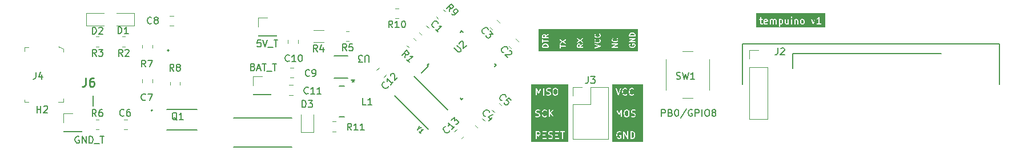
<source format=gbr>
%TF.GenerationSoftware,KiCad,Pcbnew,7.0.5*%
%TF.CreationDate,2024-05-20T19:12:35+03:00*%
%TF.ProjectId,Tempuino,54656d70-7569-46e6-9f2e-6b696361645f,rev?*%
%TF.SameCoordinates,Original*%
%TF.FileFunction,Legend,Top*%
%TF.FilePolarity,Positive*%
%FSLAX46Y46*%
G04 Gerber Fmt 4.6, Leading zero omitted, Abs format (unit mm)*
G04 Created by KiCad (PCBNEW 7.0.5) date 2024-05-20 19:12:35*
%MOMM*%
%LPD*%
G01*
G04 APERTURE LIST*
%ADD10C,0.150000*%
%ADD11C,0.254000*%
%ADD12C,0.152400*%
%ADD13C,0.120000*%
%ADD14C,0.127000*%
%ADD15C,0.200000*%
%ADD16C,0.100000*%
G04 APERTURE END LIST*
D10*
G36*
X169435210Y-77712411D02*
G01*
X169465615Y-77742816D01*
X169499874Y-77811332D01*
X169499874Y-78061636D01*
X169465615Y-78130153D01*
X169435207Y-78160561D01*
X169366693Y-78194819D01*
X169211628Y-78194819D01*
X169173684Y-78175847D01*
X169173684Y-77697123D01*
X169211626Y-77678152D01*
X169366692Y-77678152D01*
X169435210Y-77712411D01*
G37*
G36*
X167233258Y-77706673D02*
G01*
X167261779Y-77763713D01*
X167261779Y-77779761D01*
X166935589Y-77844999D01*
X166935589Y-77763715D01*
X166964110Y-77706672D01*
X167021150Y-77678152D01*
X167176216Y-77678152D01*
X167233258Y-77706673D01*
G37*
G36*
X172625686Y-77712411D02*
G01*
X172656091Y-77742816D01*
X172690350Y-77811332D01*
X172690350Y-78061636D01*
X172656091Y-78130153D01*
X172625683Y-78160561D01*
X172557169Y-78194819D01*
X172449723Y-78194819D01*
X172381205Y-78160560D01*
X172350797Y-78130151D01*
X172316541Y-78061637D01*
X172316541Y-77811333D01*
X172350799Y-77742816D01*
X172381205Y-77712410D01*
X172449721Y-77678152D01*
X172557168Y-77678152D01*
X172625686Y-77712411D01*
G37*
G36*
X175876191Y-78767857D02*
G01*
X165632143Y-78767857D01*
X165632143Y-77614276D01*
X166116552Y-77614276D01*
X166134848Y-77654340D01*
X166171900Y-77678152D01*
X166261779Y-77678152D01*
X166261779Y-78122920D01*
X166259848Y-78140805D01*
X166266704Y-78154518D01*
X166271022Y-78169221D01*
X166276375Y-78173859D01*
X166308771Y-78238651D01*
X166308669Y-78241565D01*
X166318530Y-78258169D01*
X166322138Y-78265384D01*
X166324012Y-78267398D01*
X166331160Y-78279434D01*
X166338724Y-78283216D01*
X166344482Y-78289406D01*
X166358035Y-78292871D01*
X166442487Y-78335097D01*
X166457614Y-78344819D01*
X166472944Y-78344819D01*
X166488027Y-78347533D01*
X166494571Y-78344819D01*
X166585656Y-78344819D01*
X166617134Y-78335576D01*
X166645976Y-78302290D01*
X166652244Y-78258695D01*
X166633948Y-78218631D01*
X166596896Y-78194819D01*
X166497342Y-78194819D01*
X166440300Y-78166298D01*
X166411779Y-78109256D01*
X166411779Y-77754400D01*
X166782875Y-77754400D01*
X166785589Y-77760943D01*
X166785589Y-77916671D01*
X166784500Y-77918589D01*
X166785589Y-77938518D01*
X166785588Y-78122920D01*
X166783658Y-78140805D01*
X166790514Y-78154518D01*
X166794832Y-78169221D01*
X166800185Y-78173859D01*
X166832581Y-78238651D01*
X166832479Y-78241565D01*
X166842340Y-78258169D01*
X166845948Y-78265384D01*
X166847822Y-78267398D01*
X166854970Y-78279434D01*
X166862534Y-78283216D01*
X166868292Y-78289406D01*
X166881845Y-78292871D01*
X166966297Y-78335097D01*
X166981424Y-78344819D01*
X166996754Y-78344819D01*
X167011837Y-78347533D01*
X167018381Y-78344819D01*
X167189882Y-78344819D01*
X167207766Y-78346750D01*
X167221479Y-78339893D01*
X167236182Y-78335576D01*
X167240820Y-78330222D01*
X167332344Y-78284460D01*
X167356366Y-78262116D01*
X167367277Y-78219445D01*
X167353387Y-78177650D01*
X167319105Y-78149998D01*
X167275316Y-78145270D01*
X167176217Y-78194819D01*
X167021152Y-78194819D01*
X166964110Y-78166298D01*
X166935589Y-78109256D01*
X166935589Y-77997969D01*
X167338857Y-77917316D01*
X167347903Y-77918617D01*
X167360018Y-77913084D01*
X167362060Y-77912676D01*
X167369793Y-77908620D01*
X167387967Y-77900321D01*
X167389160Y-77898463D01*
X167391114Y-77897439D01*
X167400971Y-77880085D01*
X167411779Y-77863269D01*
X167411779Y-77861060D01*
X167412868Y-77859143D01*
X167411779Y-77839213D01*
X167411779Y-77750039D01*
X167413709Y-77732165D01*
X167406854Y-77718455D01*
X167402536Y-77703749D01*
X167397181Y-77699109D01*
X167388514Y-77681775D01*
X167688971Y-77681775D01*
X167690351Y-77701063D01*
X167690351Y-78280601D01*
X167699594Y-78312079D01*
X167732880Y-78340921D01*
X167776475Y-78347189D01*
X167816539Y-78328893D01*
X167840351Y-78291841D01*
X167840351Y-77729455D01*
X167857396Y-77712410D01*
X167925912Y-77678152D01*
X168033359Y-77678152D01*
X168090401Y-77706673D01*
X168118922Y-77763713D01*
X168118922Y-78280601D01*
X168128165Y-78312079D01*
X168161451Y-78340921D01*
X168205046Y-78347189D01*
X168245110Y-78328893D01*
X168268922Y-78291841D01*
X168268922Y-77763714D01*
X168297443Y-77706672D01*
X168354483Y-77678152D01*
X168461931Y-77678152D01*
X168518973Y-77706672D01*
X168547494Y-77763713D01*
X168547494Y-78280601D01*
X168556737Y-78312079D01*
X168590023Y-78340921D01*
X168633618Y-78347189D01*
X168673682Y-78328893D01*
X168697494Y-78291841D01*
X168697494Y-77750039D01*
X168699424Y-77732165D01*
X168692569Y-77718455D01*
X168688251Y-77703749D01*
X168682896Y-77699109D01*
X168660105Y-77653526D01*
X169020567Y-77653526D01*
X169023684Y-77662905D01*
X169023684Y-78220889D01*
X169022955Y-78241565D01*
X169023684Y-78242792D01*
X169023684Y-78613934D01*
X169032927Y-78645412D01*
X169066213Y-78674254D01*
X169109808Y-78680522D01*
X169149872Y-78662226D01*
X169173684Y-78625174D01*
X169173684Y-78344819D01*
X169187230Y-78344819D01*
X169202313Y-78347533D01*
X169208857Y-78344819D01*
X169380358Y-78344819D01*
X169398242Y-78346750D01*
X169411955Y-78339893D01*
X169426658Y-78335576D01*
X169431296Y-78330222D01*
X169504764Y-78293487D01*
X169517098Y-78290805D01*
X169531729Y-78276172D01*
X169546842Y-78262116D01*
X169547204Y-78260696D01*
X169573638Y-78234262D01*
X169584489Y-78227818D01*
X169593745Y-78209304D01*
X169603635Y-78191194D01*
X169603530Y-78189734D01*
X169627995Y-78140805D01*
X169926515Y-78140805D01*
X169933371Y-78154518D01*
X169937689Y-78169221D01*
X169943042Y-78173859D01*
X169975438Y-78238651D01*
X169975336Y-78241565D01*
X169985197Y-78258169D01*
X169988805Y-78265384D01*
X169990679Y-78267398D01*
X169997827Y-78279434D01*
X170005391Y-78283216D01*
X170011149Y-78289406D01*
X170024702Y-78292871D01*
X170109154Y-78335097D01*
X170124281Y-78344819D01*
X170139611Y-78344819D01*
X170154694Y-78347533D01*
X170161238Y-78344819D01*
X170285120Y-78344819D01*
X170303004Y-78346750D01*
X170316717Y-78339893D01*
X170331420Y-78335576D01*
X170336058Y-78330222D01*
X170368486Y-78314008D01*
X170399546Y-78340921D01*
X170443141Y-78347189D01*
X170483205Y-78328893D01*
X170507017Y-78291841D01*
X170507017Y-78280601D01*
X170833208Y-78280601D01*
X170842451Y-78312079D01*
X170875737Y-78340921D01*
X170919332Y-78347189D01*
X170959396Y-78328893D01*
X170983208Y-78291841D01*
X170983208Y-77681775D01*
X171308018Y-77681775D01*
X171309398Y-77701063D01*
X171309398Y-78280601D01*
X171318641Y-78312079D01*
X171351927Y-78340921D01*
X171395522Y-78347189D01*
X171435586Y-78328893D01*
X171459398Y-78291841D01*
X171459398Y-77729456D01*
X171476443Y-77712410D01*
X171544959Y-77678152D01*
X171652406Y-77678152D01*
X171709448Y-77706673D01*
X171737969Y-77763713D01*
X171737969Y-78280601D01*
X171747212Y-78312079D01*
X171780498Y-78340921D01*
X171824093Y-78347189D01*
X171864157Y-78328893D01*
X171887969Y-78291841D01*
X171887969Y-77802019D01*
X172163827Y-77802019D01*
X172166541Y-77808562D01*
X172166541Y-78075301D01*
X172164610Y-78093186D01*
X172171466Y-78106899D01*
X172175784Y-78121602D01*
X172181137Y-78126240D01*
X172217872Y-78199709D01*
X172220555Y-78212040D01*
X172235174Y-78226660D01*
X172249244Y-78241786D01*
X172250662Y-78242148D01*
X172277096Y-78268583D01*
X172283541Y-78279434D01*
X172302052Y-78288689D01*
X172320163Y-78298579D01*
X172321622Y-78298474D01*
X172394868Y-78335097D01*
X172409995Y-78344819D01*
X172425325Y-78344819D01*
X172440408Y-78347533D01*
X172446952Y-78344819D01*
X172570834Y-78344819D01*
X172588718Y-78346750D01*
X172602431Y-78339893D01*
X172617134Y-78335576D01*
X172621772Y-78330222D01*
X172695240Y-78293487D01*
X172707574Y-78290805D01*
X172722205Y-78276172D01*
X172737318Y-78262116D01*
X172737680Y-78260696D01*
X172764114Y-78234262D01*
X172774965Y-78227818D01*
X172784221Y-78209304D01*
X172794111Y-78191194D01*
X172794006Y-78189734D01*
X172830628Y-78116490D01*
X172840350Y-78101364D01*
X172840350Y-78086034D01*
X172843064Y-78070951D01*
X172840350Y-78064407D01*
X172840350Y-77797658D01*
X172842280Y-77779784D01*
X172835425Y-77766074D01*
X172831107Y-77751368D01*
X172825752Y-77746728D01*
X172789018Y-77673259D01*
X172786336Y-77660929D01*
X172771716Y-77646309D01*
X172757647Y-77631184D01*
X172756228Y-77630821D01*
X172733045Y-77607638D01*
X173782552Y-77607638D01*
X174022934Y-78280710D01*
X174022544Y-78287501D01*
X174030212Y-78301089D01*
X174031680Y-78305198D01*
X174035485Y-78310432D01*
X174044191Y-78325858D01*
X174048263Y-78328008D01*
X174050971Y-78331733D01*
X174067476Y-78338153D01*
X174083138Y-78346423D01*
X174087726Y-78346030D01*
X174092019Y-78347700D01*
X174109371Y-78344178D01*
X174127021Y-78342668D01*
X174130670Y-78339855D01*
X174135182Y-78338940D01*
X174147876Y-78326596D01*
X174161908Y-78315783D01*
X174163456Y-78311445D01*
X174166759Y-78308235D01*
X174170764Y-78290984D01*
X174411036Y-77618224D01*
X174412919Y-77585471D01*
X174397578Y-77558288D01*
X174591996Y-77558288D01*
X174605886Y-77600084D01*
X174640168Y-77627736D01*
X174683957Y-77632464D01*
X174790480Y-77579201D01*
X174802812Y-77576519D01*
X174817439Y-77561891D01*
X174832557Y-77547830D01*
X174832919Y-77546411D01*
X174880827Y-77498503D01*
X174880827Y-78194819D01*
X174659331Y-78194819D01*
X174627853Y-78204062D01*
X174599011Y-78237348D01*
X174592743Y-78280943D01*
X174611039Y-78321007D01*
X174648091Y-78344819D01*
X174950467Y-78344819D01*
X174966951Y-78347189D01*
X174972141Y-78344819D01*
X175252323Y-78344819D01*
X175283801Y-78335576D01*
X175312643Y-78302290D01*
X175318911Y-78258695D01*
X175300615Y-78218631D01*
X175263563Y-78194819D01*
X175030827Y-78194819D01*
X175030827Y-77281245D01*
X175033982Y-77271132D01*
X175030827Y-77259678D01*
X175030827Y-77259037D01*
X175027968Y-77249302D01*
X175022285Y-77228670D01*
X175021776Y-77228214D01*
X175021584Y-77227559D01*
X175005424Y-77213557D01*
X174989489Y-77199273D01*
X174988814Y-77199164D01*
X174988298Y-77198717D01*
X174967150Y-77195676D01*
X174946005Y-77192272D01*
X174945377Y-77192545D01*
X174944703Y-77192449D01*
X174925269Y-77201323D01*
X174905639Y-77209893D01*
X174905260Y-77210461D01*
X174904639Y-77210745D01*
X174893073Y-77228741D01*
X174802304Y-77364894D01*
X174720923Y-77446275D01*
X174626928Y-77493273D01*
X174602907Y-77515617D01*
X174591996Y-77558288D01*
X174397578Y-77558288D01*
X174391272Y-77547114D01*
X174352325Y-77526548D01*
X174308442Y-77530303D01*
X174273555Y-77557188D01*
X174098683Y-78046828D01*
X173927593Y-77567773D01*
X173908302Y-77541238D01*
X173867254Y-77525271D01*
X173824091Y-77534031D01*
X173792514Y-77564736D01*
X173782552Y-77607638D01*
X172733045Y-77607638D01*
X172729793Y-77604386D01*
X172723350Y-77593537D01*
X172704849Y-77584286D01*
X172686727Y-77574391D01*
X172685266Y-77574495D01*
X172612025Y-77537875D01*
X172596896Y-77528152D01*
X172581566Y-77528152D01*
X172566483Y-77525438D01*
X172559939Y-77528152D01*
X172436048Y-77528152D01*
X172418173Y-77526222D01*
X172404463Y-77533076D01*
X172389757Y-77537395D01*
X172385117Y-77542749D01*
X172311648Y-77579483D01*
X172299318Y-77582166D01*
X172284698Y-77596785D01*
X172269573Y-77610855D01*
X172269210Y-77612273D01*
X172242775Y-77638708D01*
X172231926Y-77645152D01*
X172222675Y-77663652D01*
X172212780Y-77681775D01*
X172212884Y-77683235D01*
X172176264Y-77756476D01*
X172166541Y-77771606D01*
X172166540Y-77786936D01*
X172163827Y-77802019D01*
X171887969Y-77802019D01*
X171887969Y-77750039D01*
X171889899Y-77732165D01*
X171883044Y-77718455D01*
X171878726Y-77703749D01*
X171873371Y-77699109D01*
X171840976Y-77634318D01*
X171841079Y-77631406D01*
X171831219Y-77614805D01*
X171827610Y-77607586D01*
X171825734Y-77605569D01*
X171818588Y-77593537D01*
X171811023Y-77589754D01*
X171805266Y-77583565D01*
X171791712Y-77580099D01*
X171707263Y-77537875D01*
X171692134Y-77528152D01*
X171676804Y-77528152D01*
X171661721Y-77525438D01*
X171655177Y-77528152D01*
X171531286Y-77528152D01*
X171513411Y-77526222D01*
X171499701Y-77533076D01*
X171484995Y-77537395D01*
X171480355Y-77542749D01*
X171447928Y-77558962D01*
X171416869Y-77532050D01*
X171373274Y-77525782D01*
X171333210Y-77544078D01*
X171309398Y-77581130D01*
X171309398Y-77679247D01*
X171308018Y-77681775D01*
X170983208Y-77681775D01*
X170983208Y-77592370D01*
X170973965Y-77560892D01*
X170940679Y-77532050D01*
X170897084Y-77525782D01*
X170857020Y-77544078D01*
X170833208Y-77581130D01*
X170833208Y-78280601D01*
X170507017Y-78280601D01*
X170507017Y-78193721D01*
X170508397Y-78191194D01*
X170507017Y-78171905D01*
X170507017Y-77592370D01*
X170497774Y-77560892D01*
X170464488Y-77532050D01*
X170420893Y-77525782D01*
X170380829Y-77544078D01*
X170357017Y-77581130D01*
X170357017Y-78143514D01*
X170339969Y-78160561D01*
X170271455Y-78194819D01*
X170164009Y-78194819D01*
X170106967Y-78166298D01*
X170078446Y-78109256D01*
X170078446Y-77592370D01*
X170069203Y-77560892D01*
X170035917Y-77532050D01*
X169992322Y-77525782D01*
X169952258Y-77544078D01*
X169928446Y-77581130D01*
X169928446Y-78122920D01*
X169926515Y-78140805D01*
X169627995Y-78140805D01*
X169640152Y-78116490D01*
X169649874Y-78101364D01*
X169649874Y-78086034D01*
X169652588Y-78070951D01*
X169649874Y-78064407D01*
X169649874Y-77797658D01*
X169651804Y-77779784D01*
X169644949Y-77766074D01*
X169640631Y-77751368D01*
X169635276Y-77746728D01*
X169598542Y-77673259D01*
X169595860Y-77660929D01*
X169581240Y-77646309D01*
X169567171Y-77631184D01*
X169565752Y-77630821D01*
X169539317Y-77604386D01*
X169532874Y-77593537D01*
X169514373Y-77584286D01*
X169496251Y-77574391D01*
X169494790Y-77574495D01*
X169421549Y-77537875D01*
X169406420Y-77528152D01*
X169391090Y-77528152D01*
X169376007Y-77525438D01*
X169369463Y-77528152D01*
X169197953Y-77528152D01*
X169180078Y-77526222D01*
X169166368Y-77533076D01*
X169151662Y-77537395D01*
X169147022Y-77542749D01*
X169144790Y-77543865D01*
X169131155Y-77532050D01*
X169087560Y-77525782D01*
X169047496Y-77544078D01*
X169023684Y-77581130D01*
X169023684Y-77641335D01*
X169020567Y-77653526D01*
X168660105Y-77653526D01*
X168650501Y-77634318D01*
X168650604Y-77631405D01*
X168640743Y-77614802D01*
X168637135Y-77607586D01*
X168635259Y-77605570D01*
X168628113Y-77593537D01*
X168620548Y-77589754D01*
X168614791Y-77583565D01*
X168601237Y-77580099D01*
X168516787Y-77537874D01*
X168501658Y-77528152D01*
X168486328Y-77528152D01*
X168471245Y-77525438D01*
X168464701Y-77528152D01*
X168340810Y-77528152D01*
X168322935Y-77526222D01*
X168309225Y-77533076D01*
X168294519Y-77537395D01*
X168289879Y-77542749D01*
X168225088Y-77575144D01*
X168222176Y-77575042D01*
X168205575Y-77584901D01*
X168198356Y-77588511D01*
X168196339Y-77590386D01*
X168194922Y-77591228D01*
X168191976Y-77589754D01*
X168186219Y-77583565D01*
X168172665Y-77580099D01*
X168088216Y-77537875D01*
X168073087Y-77528152D01*
X168057757Y-77528152D01*
X168042674Y-77525438D01*
X168036130Y-77528152D01*
X167912239Y-77528152D01*
X167894364Y-77526222D01*
X167880654Y-77533076D01*
X167865948Y-77537395D01*
X167861308Y-77542749D01*
X167828881Y-77558962D01*
X167797822Y-77532050D01*
X167754227Y-77525782D01*
X167714163Y-77544078D01*
X167690351Y-77581130D01*
X167690351Y-77679247D01*
X167688971Y-77681775D01*
X167388514Y-77681775D01*
X167364786Y-77634318D01*
X167364889Y-77631406D01*
X167355029Y-77614805D01*
X167351420Y-77607586D01*
X167349544Y-77605569D01*
X167342398Y-77593537D01*
X167334833Y-77589754D01*
X167329076Y-77583565D01*
X167315522Y-77580099D01*
X167231073Y-77537875D01*
X167215944Y-77528152D01*
X167200614Y-77528152D01*
X167185531Y-77525438D01*
X167178987Y-77528152D01*
X167007477Y-77528152D01*
X166989602Y-77526222D01*
X166975892Y-77533076D01*
X166961186Y-77537395D01*
X166956546Y-77542749D01*
X166891755Y-77575144D01*
X166888843Y-77575042D01*
X166872242Y-77584901D01*
X166865023Y-77588511D01*
X166863006Y-77590386D01*
X166850974Y-77597533D01*
X166847191Y-77605097D01*
X166841002Y-77610855D01*
X166837536Y-77624408D01*
X166795312Y-77708857D01*
X166785589Y-77723987D01*
X166785589Y-77739317D01*
X166782875Y-77754400D01*
X166411779Y-77754400D01*
X166411779Y-77678152D01*
X166585656Y-77678152D01*
X166617134Y-77668909D01*
X166645976Y-77635623D01*
X166652244Y-77592028D01*
X166633948Y-77551964D01*
X166596896Y-77528152D01*
X166411779Y-77528152D01*
X166411779Y-77311862D01*
X170782622Y-77311862D01*
X170786163Y-77328142D01*
X170787352Y-77344754D01*
X170790770Y-77349320D01*
X170791984Y-77354899D01*
X170803766Y-77366681D01*
X170813746Y-77380013D01*
X170819091Y-77382006D01*
X170841639Y-77404554D01*
X170842451Y-77407317D01*
X170853000Y-77416457D01*
X170861365Y-77427632D01*
X170869320Y-77430599D01*
X170875737Y-77436159D01*
X170884141Y-77437367D01*
X170891593Y-77441436D01*
X170897283Y-77441029D01*
X170902632Y-77443024D01*
X170910929Y-77441218D01*
X170919332Y-77442427D01*
X170927056Y-77438899D01*
X170935524Y-77438294D01*
X170940090Y-77434875D01*
X170945669Y-77433662D01*
X170951673Y-77427657D01*
X170959396Y-77424131D01*
X170963987Y-77416986D01*
X170970782Y-77411900D01*
X170972775Y-77406555D01*
X171005071Y-77374259D01*
X171018401Y-77364281D01*
X171024222Y-77348674D01*
X171032206Y-77334053D01*
X171031798Y-77328362D01*
X171033794Y-77323014D01*
X171030251Y-77306730D01*
X171029064Y-77290122D01*
X171025645Y-77285555D01*
X171024432Y-77279977D01*
X171012648Y-77268193D01*
X171002670Y-77254864D01*
X170997325Y-77252870D01*
X170974776Y-77230321D01*
X170973965Y-77227559D01*
X170963414Y-77218416D01*
X170955051Y-77207245D01*
X170947096Y-77204278D01*
X170940679Y-77198717D01*
X170932276Y-77197508D01*
X170924823Y-77193439D01*
X170919130Y-77193846D01*
X170913784Y-77191852D01*
X170905486Y-77193657D01*
X170897084Y-77192449D01*
X170889360Y-77195976D01*
X170880892Y-77196582D01*
X170876325Y-77200000D01*
X170870747Y-77201214D01*
X170864742Y-77207218D01*
X170857020Y-77210745D01*
X170852429Y-77217888D01*
X170845633Y-77222976D01*
X170843639Y-77228321D01*
X170811345Y-77260615D01*
X170798014Y-77270595D01*
X170792192Y-77286202D01*
X170784209Y-77300823D01*
X170784616Y-77306515D01*
X170782622Y-77311862D01*
X166411779Y-77311862D01*
X166411779Y-77259037D01*
X166402536Y-77227559D01*
X166369250Y-77198717D01*
X166325655Y-77192449D01*
X166285591Y-77210745D01*
X166261779Y-77247797D01*
X166261779Y-77528152D01*
X166183140Y-77528152D01*
X166151662Y-77537395D01*
X166122820Y-77570681D01*
X166116552Y-77614276D01*
X165632143Y-77614276D01*
X165632143Y-76657143D01*
X175876191Y-76657143D01*
X175876191Y-78767857D01*
G37*
X151636779Y-91969819D02*
X151636779Y-90969819D01*
X151636779Y-90969819D02*
X152017731Y-90969819D01*
X152017731Y-90969819D02*
X152112969Y-91017438D01*
X152112969Y-91017438D02*
X152160588Y-91065057D01*
X152160588Y-91065057D02*
X152208207Y-91160295D01*
X152208207Y-91160295D02*
X152208207Y-91303152D01*
X152208207Y-91303152D02*
X152160588Y-91398390D01*
X152160588Y-91398390D02*
X152112969Y-91446009D01*
X152112969Y-91446009D02*
X152017731Y-91493628D01*
X152017731Y-91493628D02*
X151636779Y-91493628D01*
X152970112Y-91446009D02*
X153112969Y-91493628D01*
X153112969Y-91493628D02*
X153160588Y-91541247D01*
X153160588Y-91541247D02*
X153208207Y-91636485D01*
X153208207Y-91636485D02*
X153208207Y-91779342D01*
X153208207Y-91779342D02*
X153160588Y-91874580D01*
X153160588Y-91874580D02*
X153112969Y-91922200D01*
X153112969Y-91922200D02*
X153017731Y-91969819D01*
X153017731Y-91969819D02*
X152636779Y-91969819D01*
X152636779Y-91969819D02*
X152636779Y-90969819D01*
X152636779Y-90969819D02*
X152970112Y-90969819D01*
X152970112Y-90969819D02*
X153065350Y-91017438D01*
X153065350Y-91017438D02*
X153112969Y-91065057D01*
X153112969Y-91065057D02*
X153160588Y-91160295D01*
X153160588Y-91160295D02*
X153160588Y-91255533D01*
X153160588Y-91255533D02*
X153112969Y-91350771D01*
X153112969Y-91350771D02*
X153065350Y-91398390D01*
X153065350Y-91398390D02*
X152970112Y-91446009D01*
X152970112Y-91446009D02*
X152636779Y-91446009D01*
X153827255Y-90969819D02*
X153922493Y-90969819D01*
X153922493Y-90969819D02*
X154017731Y-91017438D01*
X154017731Y-91017438D02*
X154065350Y-91065057D01*
X154065350Y-91065057D02*
X154112969Y-91160295D01*
X154112969Y-91160295D02*
X154160588Y-91350771D01*
X154160588Y-91350771D02*
X154160588Y-91588866D01*
X154160588Y-91588866D02*
X154112969Y-91779342D01*
X154112969Y-91779342D02*
X154065350Y-91874580D01*
X154065350Y-91874580D02*
X154017731Y-91922200D01*
X154017731Y-91922200D02*
X153922493Y-91969819D01*
X153922493Y-91969819D02*
X153827255Y-91969819D01*
X153827255Y-91969819D02*
X153732017Y-91922200D01*
X153732017Y-91922200D02*
X153684398Y-91874580D01*
X153684398Y-91874580D02*
X153636779Y-91779342D01*
X153636779Y-91779342D02*
X153589160Y-91588866D01*
X153589160Y-91588866D02*
X153589160Y-91350771D01*
X153589160Y-91350771D02*
X153636779Y-91160295D01*
X153636779Y-91160295D02*
X153684398Y-91065057D01*
X153684398Y-91065057D02*
X153732017Y-91017438D01*
X153732017Y-91017438D02*
X153827255Y-90969819D01*
X155303445Y-90922200D02*
X154446303Y-92207914D01*
X156160588Y-91017438D02*
X156065350Y-90969819D01*
X156065350Y-90969819D02*
X155922493Y-90969819D01*
X155922493Y-90969819D02*
X155779636Y-91017438D01*
X155779636Y-91017438D02*
X155684398Y-91112676D01*
X155684398Y-91112676D02*
X155636779Y-91207914D01*
X155636779Y-91207914D02*
X155589160Y-91398390D01*
X155589160Y-91398390D02*
X155589160Y-91541247D01*
X155589160Y-91541247D02*
X155636779Y-91731723D01*
X155636779Y-91731723D02*
X155684398Y-91826961D01*
X155684398Y-91826961D02*
X155779636Y-91922200D01*
X155779636Y-91922200D02*
X155922493Y-91969819D01*
X155922493Y-91969819D02*
X156017731Y-91969819D01*
X156017731Y-91969819D02*
X156160588Y-91922200D01*
X156160588Y-91922200D02*
X156208207Y-91874580D01*
X156208207Y-91874580D02*
X156208207Y-91541247D01*
X156208207Y-91541247D02*
X156017731Y-91541247D01*
X156636779Y-91969819D02*
X156636779Y-90969819D01*
X156636779Y-90969819D02*
X157017731Y-90969819D01*
X157017731Y-90969819D02*
X157112969Y-91017438D01*
X157112969Y-91017438D02*
X157160588Y-91065057D01*
X157160588Y-91065057D02*
X157208207Y-91160295D01*
X157208207Y-91160295D02*
X157208207Y-91303152D01*
X157208207Y-91303152D02*
X157160588Y-91398390D01*
X157160588Y-91398390D02*
X157112969Y-91446009D01*
X157112969Y-91446009D02*
X157017731Y-91493628D01*
X157017731Y-91493628D02*
X156636779Y-91493628D01*
X157636779Y-91969819D02*
X157636779Y-90969819D01*
X158303445Y-90969819D02*
X158493921Y-90969819D01*
X158493921Y-90969819D02*
X158589159Y-91017438D01*
X158589159Y-91017438D02*
X158684397Y-91112676D01*
X158684397Y-91112676D02*
X158732016Y-91303152D01*
X158732016Y-91303152D02*
X158732016Y-91636485D01*
X158732016Y-91636485D02*
X158684397Y-91826961D01*
X158684397Y-91826961D02*
X158589159Y-91922200D01*
X158589159Y-91922200D02*
X158493921Y-91969819D01*
X158493921Y-91969819D02*
X158303445Y-91969819D01*
X158303445Y-91969819D02*
X158208207Y-91922200D01*
X158208207Y-91922200D02*
X158112969Y-91826961D01*
X158112969Y-91826961D02*
X158065350Y-91636485D01*
X158065350Y-91636485D02*
X158065350Y-91303152D01*
X158065350Y-91303152D02*
X158112969Y-91112676D01*
X158112969Y-91112676D02*
X158208207Y-91017438D01*
X158208207Y-91017438D02*
X158303445Y-90969819D01*
X159303445Y-91398390D02*
X159208207Y-91350771D01*
X159208207Y-91350771D02*
X159160588Y-91303152D01*
X159160588Y-91303152D02*
X159112969Y-91207914D01*
X159112969Y-91207914D02*
X159112969Y-91160295D01*
X159112969Y-91160295D02*
X159160588Y-91065057D01*
X159160588Y-91065057D02*
X159208207Y-91017438D01*
X159208207Y-91017438D02*
X159303445Y-90969819D01*
X159303445Y-90969819D02*
X159493921Y-90969819D01*
X159493921Y-90969819D02*
X159589159Y-91017438D01*
X159589159Y-91017438D02*
X159636778Y-91065057D01*
X159636778Y-91065057D02*
X159684397Y-91160295D01*
X159684397Y-91160295D02*
X159684397Y-91207914D01*
X159684397Y-91207914D02*
X159636778Y-91303152D01*
X159636778Y-91303152D02*
X159589159Y-91350771D01*
X159589159Y-91350771D02*
X159493921Y-91398390D01*
X159493921Y-91398390D02*
X159303445Y-91398390D01*
X159303445Y-91398390D02*
X159208207Y-91446009D01*
X159208207Y-91446009D02*
X159160588Y-91493628D01*
X159160588Y-91493628D02*
X159112969Y-91588866D01*
X159112969Y-91588866D02*
X159112969Y-91779342D01*
X159112969Y-91779342D02*
X159160588Y-91874580D01*
X159160588Y-91874580D02*
X159208207Y-91922200D01*
X159208207Y-91922200D02*
X159303445Y-91969819D01*
X159303445Y-91969819D02*
X159493921Y-91969819D01*
X159493921Y-91969819D02*
X159589159Y-91922200D01*
X159589159Y-91922200D02*
X159636778Y-91874580D01*
X159636778Y-91874580D02*
X159684397Y-91779342D01*
X159684397Y-91779342D02*
X159684397Y-91588866D01*
X159684397Y-91588866D02*
X159636778Y-91493628D01*
X159636778Y-91493628D02*
X159589159Y-91446009D01*
X159589159Y-91446009D02*
X159493921Y-91398390D01*
X91070112Y-84646009D02*
X91212969Y-84693628D01*
X91212969Y-84693628D02*
X91260588Y-84741247D01*
X91260588Y-84741247D02*
X91308207Y-84836485D01*
X91308207Y-84836485D02*
X91308207Y-84979342D01*
X91308207Y-84979342D02*
X91260588Y-85074580D01*
X91260588Y-85074580D02*
X91212969Y-85122200D01*
X91212969Y-85122200D02*
X91117731Y-85169819D01*
X91117731Y-85169819D02*
X90736779Y-85169819D01*
X90736779Y-85169819D02*
X90736779Y-84169819D01*
X90736779Y-84169819D02*
X91070112Y-84169819D01*
X91070112Y-84169819D02*
X91165350Y-84217438D01*
X91165350Y-84217438D02*
X91212969Y-84265057D01*
X91212969Y-84265057D02*
X91260588Y-84360295D01*
X91260588Y-84360295D02*
X91260588Y-84455533D01*
X91260588Y-84455533D02*
X91212969Y-84550771D01*
X91212969Y-84550771D02*
X91165350Y-84598390D01*
X91165350Y-84598390D02*
X91070112Y-84646009D01*
X91070112Y-84646009D02*
X90736779Y-84646009D01*
X91689160Y-84884104D02*
X92165350Y-84884104D01*
X91593922Y-85169819D02*
X91927255Y-84169819D01*
X91927255Y-84169819D02*
X92260588Y-85169819D01*
X92451065Y-84169819D02*
X93022493Y-84169819D01*
X92736779Y-85169819D02*
X92736779Y-84169819D01*
X93117732Y-85265057D02*
X93879636Y-85265057D01*
X93974875Y-84169819D02*
X94546303Y-84169819D01*
X94260589Y-85169819D02*
X94260589Y-84169819D01*
X92212969Y-80669819D02*
X91736779Y-80669819D01*
X91736779Y-80669819D02*
X91689160Y-81146009D01*
X91689160Y-81146009D02*
X91736779Y-81098390D01*
X91736779Y-81098390D02*
X91832017Y-81050771D01*
X91832017Y-81050771D02*
X92070112Y-81050771D01*
X92070112Y-81050771D02*
X92165350Y-81098390D01*
X92165350Y-81098390D02*
X92212969Y-81146009D01*
X92212969Y-81146009D02*
X92260588Y-81241247D01*
X92260588Y-81241247D02*
X92260588Y-81479342D01*
X92260588Y-81479342D02*
X92212969Y-81574580D01*
X92212969Y-81574580D02*
X92165350Y-81622200D01*
X92165350Y-81622200D02*
X92070112Y-81669819D01*
X92070112Y-81669819D02*
X91832017Y-81669819D01*
X91832017Y-81669819D02*
X91736779Y-81622200D01*
X91736779Y-81622200D02*
X91689160Y-81574580D01*
X92546303Y-80669819D02*
X92879636Y-81669819D01*
X92879636Y-81669819D02*
X93212969Y-80669819D01*
X93308208Y-81765057D02*
X94070112Y-81765057D01*
X94165351Y-80669819D02*
X94736779Y-80669819D01*
X94451065Y-81669819D02*
X94451065Y-80669819D01*
X65260588Y-95017438D02*
X65165350Y-94969819D01*
X65165350Y-94969819D02*
X65022493Y-94969819D01*
X65022493Y-94969819D02*
X64879636Y-95017438D01*
X64879636Y-95017438D02*
X64784398Y-95112676D01*
X64784398Y-95112676D02*
X64736779Y-95207914D01*
X64736779Y-95207914D02*
X64689160Y-95398390D01*
X64689160Y-95398390D02*
X64689160Y-95541247D01*
X64689160Y-95541247D02*
X64736779Y-95731723D01*
X64736779Y-95731723D02*
X64784398Y-95826961D01*
X64784398Y-95826961D02*
X64879636Y-95922200D01*
X64879636Y-95922200D02*
X65022493Y-95969819D01*
X65022493Y-95969819D02*
X65117731Y-95969819D01*
X65117731Y-95969819D02*
X65260588Y-95922200D01*
X65260588Y-95922200D02*
X65308207Y-95874580D01*
X65308207Y-95874580D02*
X65308207Y-95541247D01*
X65308207Y-95541247D02*
X65117731Y-95541247D01*
X65736779Y-95969819D02*
X65736779Y-94969819D01*
X65736779Y-94969819D02*
X66308207Y-95969819D01*
X66308207Y-95969819D02*
X66308207Y-94969819D01*
X66784398Y-95969819D02*
X66784398Y-94969819D01*
X66784398Y-94969819D02*
X67022493Y-94969819D01*
X67022493Y-94969819D02*
X67165350Y-95017438D01*
X67165350Y-95017438D02*
X67260588Y-95112676D01*
X67260588Y-95112676D02*
X67308207Y-95207914D01*
X67308207Y-95207914D02*
X67355826Y-95398390D01*
X67355826Y-95398390D02*
X67355826Y-95541247D01*
X67355826Y-95541247D02*
X67308207Y-95731723D01*
X67308207Y-95731723D02*
X67260588Y-95826961D01*
X67260588Y-95826961D02*
X67165350Y-95922200D01*
X67165350Y-95922200D02*
X67022493Y-95969819D01*
X67022493Y-95969819D02*
X66784398Y-95969819D01*
X67546303Y-96065057D02*
X68308207Y-96065057D01*
X68403446Y-94969819D02*
X68974874Y-94969819D01*
X68689160Y-95969819D02*
X68689160Y-94969819D01*
G36*
X134597640Y-81362555D02*
G01*
X134655581Y-81391525D01*
X134710647Y-81446591D01*
X134739295Y-81532534D01*
X134739295Y-81635839D01*
X134089295Y-81635839D01*
X134089295Y-81532532D01*
X134117942Y-81446590D01*
X134173006Y-81391526D01*
X134230945Y-81362556D01*
X134366387Y-81328696D01*
X134462206Y-81328696D01*
X134597640Y-81362555D01*
G37*
G36*
X139464725Y-81353431D02*
G01*
X139485607Y-81374313D01*
X139510342Y-81423782D01*
X139510342Y-81516491D01*
X139508472Y-81534536D01*
X139510342Y-81538236D01*
X139510342Y-81635839D01*
X139241295Y-81635839D01*
X139241295Y-81423782D01*
X139266029Y-81374313D01*
X139286911Y-81353431D01*
X139336381Y-81328696D01*
X139415256Y-81328696D01*
X139464725Y-81353431D01*
G37*
G36*
X134312725Y-79943907D02*
G01*
X134333607Y-79964789D01*
X134358342Y-80014258D01*
X134358342Y-80106967D01*
X134356472Y-80125012D01*
X134358342Y-80128712D01*
X134358342Y-80226315D01*
X134089295Y-80226315D01*
X134089295Y-80014258D01*
X134114029Y-79964789D01*
X134134911Y-79943907D01*
X134184381Y-79919172D01*
X134263256Y-79919172D01*
X134312725Y-79943907D01*
G37*
G36*
X147477640Y-79724460D02*
G01*
X147535581Y-79753430D01*
X147590647Y-79808496D01*
X147619295Y-79894439D01*
X147619295Y-79997744D01*
X146969295Y-79997744D01*
X146969295Y-79894438D01*
X146997942Y-79808495D01*
X147053006Y-79753431D01*
X147110945Y-79724461D01*
X147246387Y-79690601D01*
X147342206Y-79690601D01*
X147477640Y-79724460D01*
G37*
G36*
X148139286Y-82339286D02*
G01*
X133405714Y-82339286D01*
X133405714Y-81721963D01*
X133936925Y-81721963D01*
X133943844Y-81737115D01*
X133948538Y-81753099D01*
X133952850Y-81756835D01*
X133955221Y-81762027D01*
X133969237Y-81771034D01*
X133981824Y-81781941D01*
X133987470Y-81782752D01*
X133992273Y-81785839D01*
X134008935Y-81785839D01*
X134025419Y-81788209D01*
X134030609Y-81785839D01*
X134808935Y-81785839D01*
X134825419Y-81788209D01*
X134840571Y-81781289D01*
X134856555Y-81776596D01*
X134860291Y-81772283D01*
X134865483Y-81769913D01*
X134874490Y-81755896D01*
X134885397Y-81743310D01*
X134886208Y-81737663D01*
X134889295Y-81732861D01*
X134889295Y-81716198D01*
X134891665Y-81699715D01*
X134889295Y-81694525D01*
X134889295Y-81607678D01*
X136512925Y-81607678D01*
X136515295Y-81612867D01*
X136515295Y-81835907D01*
X136524538Y-81867385D01*
X136557824Y-81896227D01*
X136601419Y-81902495D01*
X136641483Y-81884199D01*
X136665295Y-81847147D01*
X136665295Y-81816805D01*
X141664573Y-81816805D01*
X141672413Y-81860145D01*
X141702440Y-81892367D01*
X141745120Y-81903240D01*
X142301070Y-81717923D01*
X144240451Y-81717923D01*
X144241224Y-81719880D01*
X144240925Y-81721963D01*
X144249261Y-81740218D01*
X144256638Y-81758884D01*
X144258346Y-81760112D01*
X144259221Y-81762027D01*
X144276105Y-81772877D01*
X144292401Y-81784592D01*
X144294503Y-81784701D01*
X144296273Y-81785839D01*
X144316342Y-81785839D01*
X144336385Y-81786883D01*
X144338212Y-81785839D01*
X145129077Y-81785839D01*
X145160555Y-81776596D01*
X145189397Y-81743310D01*
X145195665Y-81699715D01*
X145177369Y-81659651D01*
X145140317Y-81635839D01*
X144600712Y-81635839D01*
X144864517Y-81485093D01*
X146816180Y-81485093D01*
X146822718Y-81504707D01*
X146828538Y-81524528D01*
X146829644Y-81525486D01*
X146859962Y-81616443D01*
X146863785Y-81634015D01*
X146874624Y-81644854D01*
X146883371Y-81657439D01*
X146889917Y-81660147D01*
X146948897Y-81719127D01*
X146955342Y-81729978D01*
X146973840Y-81739226D01*
X146991965Y-81749124D01*
X146993425Y-81749019D01*
X147039282Y-81771947D01*
X147045216Y-81778258D01*
X147058592Y-81781602D01*
X147060874Y-81782743D01*
X147069013Y-81784207D01*
X147206987Y-81818702D01*
X147215130Y-81823935D01*
X147227918Y-81823935D01*
X147229422Y-81824311D01*
X147238668Y-81823935D01*
X147339095Y-81823935D01*
X147348264Y-81827037D01*
X147360672Y-81823935D01*
X147362220Y-81823935D01*
X147371090Y-81821330D01*
X147509050Y-81786840D01*
X147517663Y-81787770D01*
X147529995Y-81781603D01*
X147532470Y-81780985D01*
X147539602Y-81776799D01*
X147605139Y-81744031D01*
X147617470Y-81741349D01*
X147632091Y-81726727D01*
X147647215Y-81712660D01*
X147647577Y-81711241D01*
X147706376Y-81652443D01*
X147720387Y-81641163D01*
X147725234Y-81626621D01*
X147732580Y-81613169D01*
X147732074Y-81606100D01*
X147762472Y-81514905D01*
X147769295Y-81504290D01*
X147769295Y-81483610D01*
X147770041Y-81462971D01*
X147769295Y-81461712D01*
X147769295Y-81415479D01*
X147772410Y-81403252D01*
X147765872Y-81383638D01*
X147760052Y-81363817D01*
X147758945Y-81362858D01*
X147728627Y-81271902D01*
X147724805Y-81254331D01*
X147713966Y-81243492D01*
X147705219Y-81230906D01*
X147698671Y-81228197D01*
X147680704Y-81210230D01*
X147677178Y-81202508D01*
X147665435Y-81194961D01*
X147663513Y-81193039D01*
X147656402Y-81189156D01*
X147640126Y-81178696D01*
X147637246Y-81178696D01*
X147634719Y-81177316D01*
X147615430Y-81178696D01*
X147356798Y-81178696D01*
X147340314Y-81176326D01*
X147325161Y-81183245D01*
X147309178Y-81187939D01*
X147305441Y-81192251D01*
X147300250Y-81194622D01*
X147291242Y-81208638D01*
X147280336Y-81221225D01*
X147279524Y-81226871D01*
X147276438Y-81231674D01*
X147276438Y-81248336D01*
X147274068Y-81264820D01*
X147276438Y-81270009D01*
X147276438Y-81416859D01*
X147285681Y-81448337D01*
X147318967Y-81477179D01*
X147362562Y-81483447D01*
X147402626Y-81465151D01*
X147426438Y-81428099D01*
X147426438Y-81328696D01*
X147587038Y-81328696D01*
X147590647Y-81332305D01*
X147619295Y-81418248D01*
X147619295Y-81470098D01*
X147590647Y-81556041D01*
X147535583Y-81611103D01*
X147477642Y-81640074D01*
X147342203Y-81673935D01*
X147246384Y-81673935D01*
X147110948Y-81640075D01*
X147053006Y-81611104D01*
X146997942Y-81556040D01*
X146969295Y-81470096D01*
X146969295Y-81385687D01*
X147004294Y-81315689D01*
X147010104Y-81283401D01*
X146993231Y-81242718D01*
X146957041Y-81217615D01*
X146913025Y-81216063D01*
X146875156Y-81238554D01*
X146829018Y-81330830D01*
X146819295Y-81345960D01*
X146819295Y-81361290D01*
X146816581Y-81376373D01*
X146819295Y-81382916D01*
X146819295Y-81472865D01*
X146816180Y-81485093D01*
X144864517Y-81485093D01*
X145147869Y-81323177D01*
X145160555Y-81319453D01*
X145173694Y-81304289D01*
X145187612Y-81289822D01*
X145188019Y-81287756D01*
X145189397Y-81286167D01*
X145192252Y-81266306D01*
X145196139Y-81246612D01*
X145195365Y-81244654D01*
X145195665Y-81242572D01*
X145187328Y-81224316D01*
X145179952Y-81205651D01*
X145178243Y-81204422D01*
X145177369Y-81202508D01*
X145160484Y-81191657D01*
X145144189Y-81179943D01*
X145142086Y-81179833D01*
X145140317Y-81178696D01*
X145120248Y-81178696D01*
X145100205Y-81177652D01*
X145098378Y-81178696D01*
X144307513Y-81178696D01*
X144276035Y-81187939D01*
X144247193Y-81221225D01*
X144240925Y-81264820D01*
X144259221Y-81304884D01*
X144296273Y-81328696D01*
X144835878Y-81328696D01*
X144288720Y-81641357D01*
X144276035Y-81645082D01*
X144262895Y-81660245D01*
X144248978Y-81674713D01*
X144248570Y-81676778D01*
X144247193Y-81678368D01*
X144244337Y-81698228D01*
X144240451Y-81717923D01*
X142301070Y-81717923D01*
X142553144Y-81633898D01*
X142561592Y-81634204D01*
X142573624Y-81627072D01*
X142576241Y-81626200D01*
X142582876Y-81621588D01*
X142599480Y-81611747D01*
X142600786Y-81609140D01*
X142603180Y-81607477D01*
X142610558Y-81589641D01*
X142619213Y-81572371D01*
X142618902Y-81569469D01*
X142620016Y-81566778D01*
X142616581Y-81547790D01*
X142614525Y-81528578D01*
X142612695Y-81526305D01*
X142612177Y-81523438D01*
X142599016Y-81509315D01*
X142586904Y-81494271D01*
X142584137Y-81493348D01*
X142582150Y-81491216D01*
X142563437Y-81486448D01*
X141755783Y-81217231D01*
X141722998Y-81216046D01*
X141685110Y-81238503D01*
X141665378Y-81277879D01*
X141670065Y-81321672D01*
X141697686Y-81355979D01*
X142305124Y-81558458D01*
X141708349Y-81757383D01*
X141681409Y-81776106D01*
X141664573Y-81816805D01*
X136665295Y-81816805D01*
X136665295Y-81671554D01*
X137401077Y-81671554D01*
X137432555Y-81662311D01*
X137461397Y-81629025D01*
X137467665Y-81585430D01*
X137449369Y-81545366D01*
X137412317Y-81521554D01*
X136665295Y-81521554D01*
X136665295Y-81414468D01*
X139088581Y-81414468D01*
X139091295Y-81421011D01*
X139091295Y-81705479D01*
X139088925Y-81721963D01*
X139095844Y-81737115D01*
X139100538Y-81753099D01*
X139104850Y-81756835D01*
X139107221Y-81762027D01*
X139121237Y-81771034D01*
X139133824Y-81781941D01*
X139139470Y-81782752D01*
X139144273Y-81785839D01*
X139160935Y-81785839D01*
X139177419Y-81788209D01*
X139182609Y-81785839D01*
X139579982Y-81785839D01*
X139596466Y-81788209D01*
X139601656Y-81785839D01*
X139977077Y-81785839D01*
X140008555Y-81776596D01*
X140037397Y-81743310D01*
X140043665Y-81699715D01*
X140025369Y-81659651D01*
X139988317Y-81635839D01*
X139660342Y-81635839D01*
X139660342Y-81559412D01*
X140018137Y-81308956D01*
X140038625Y-81283332D01*
X140043165Y-81239523D01*
X140023300Y-81200214D01*
X139985336Y-81177885D01*
X139941326Y-81179625D01*
X139655876Y-81379439D01*
X139655416Y-81378519D01*
X139651099Y-81363817D01*
X139645745Y-81359178D01*
X139618534Y-81304756D01*
X139615852Y-81292426D01*
X139601232Y-81277806D01*
X139587163Y-81262681D01*
X139585744Y-81262318D01*
X139568832Y-81245406D01*
X139562390Y-81234559D01*
X139543904Y-81225315D01*
X139525767Y-81215412D01*
X139524306Y-81215516D01*
X139470110Y-81188418D01*
X139454983Y-81178696D01*
X139439653Y-81178696D01*
X139424570Y-81175982D01*
X139418026Y-81178696D01*
X139322710Y-81178696D01*
X139304831Y-81176766D01*
X139291120Y-81183621D01*
X139276416Y-81187939D01*
X139271776Y-81193293D01*
X139217354Y-81220504D01*
X139205024Y-81223187D01*
X139190399Y-81237811D01*
X139175279Y-81251877D01*
X139174916Y-81253294D01*
X139158005Y-81270205D01*
X139147156Y-81276649D01*
X139137906Y-81295148D01*
X139128010Y-81313272D01*
X139128114Y-81314732D01*
X139101018Y-81368925D01*
X139091295Y-81384055D01*
X139091295Y-81399385D01*
X139088581Y-81414468D01*
X136665295Y-81414468D01*
X136665295Y-81357200D01*
X136656052Y-81325722D01*
X136622766Y-81296880D01*
X136579171Y-81290612D01*
X136539107Y-81308908D01*
X136515295Y-81345960D01*
X136515295Y-81591194D01*
X136512925Y-81607678D01*
X134889295Y-81607678D01*
X134889295Y-81529765D01*
X134892410Y-81517538D01*
X134885871Y-81497923D01*
X134880052Y-81478103D01*
X134878945Y-81477144D01*
X134848627Y-81386187D01*
X134844805Y-81368616D01*
X134833965Y-81357776D01*
X134825219Y-81345192D01*
X134818672Y-81342484D01*
X134759690Y-81283502D01*
X134753247Y-81272653D01*
X134734742Y-81263400D01*
X134716623Y-81253507D01*
X134715163Y-81253611D01*
X134669307Y-81230683D01*
X134663374Y-81224373D01*
X134649997Y-81221028D01*
X134647716Y-81219888D01*
X134639575Y-81218423D01*
X134501602Y-81183928D01*
X134493460Y-81178696D01*
X134480672Y-81178696D01*
X134479168Y-81178320D01*
X134469922Y-81178696D01*
X134369495Y-81178696D01*
X134360326Y-81175594D01*
X134347918Y-81178696D01*
X134346370Y-81178696D01*
X134337499Y-81181300D01*
X134199540Y-81215790D01*
X134190928Y-81214861D01*
X134178596Y-81221026D01*
X134176120Y-81221646D01*
X134168982Y-81225833D01*
X134103451Y-81258599D01*
X134091119Y-81261282D01*
X134076491Y-81275909D01*
X134061374Y-81289971D01*
X134061011Y-81291389D01*
X134002212Y-81350188D01*
X133988203Y-81361468D01*
X133983355Y-81376009D01*
X133976010Y-81389462D01*
X133976515Y-81396529D01*
X133946117Y-81487725D01*
X133939295Y-81498341D01*
X133939295Y-81519020D01*
X133938549Y-81539660D01*
X133939295Y-81540918D01*
X133939295Y-81705479D01*
X133936925Y-81721963D01*
X133405714Y-81721963D01*
X133405714Y-80807678D01*
X133936925Y-80807678D01*
X133939294Y-80812867D01*
X133939295Y-81035907D01*
X133948538Y-81067385D01*
X133981824Y-81096227D01*
X134025419Y-81102495D01*
X134065483Y-81084199D01*
X134089295Y-81047147D01*
X134089295Y-80871554D01*
X134825077Y-80871554D01*
X134856555Y-80862311D01*
X134885397Y-80829025D01*
X134891665Y-80785430D01*
X134873369Y-80745366D01*
X134836317Y-80721554D01*
X134089295Y-80721554D01*
X134089295Y-80653995D01*
X136512748Y-80653995D01*
X136530369Y-80694360D01*
X136855086Y-80910838D01*
X136539721Y-81121083D01*
X136518657Y-81146235D01*
X136513123Y-81189929D01*
X136532090Y-81229679D01*
X136569536Y-81252865D01*
X136613574Y-81252125D01*
X136990294Y-81000977D01*
X137357664Y-81245891D01*
X137388982Y-81255661D01*
X137431444Y-81243964D01*
X137460841Y-81211168D01*
X137467842Y-81167684D01*
X137450221Y-81127318D01*
X137125503Y-80910838D01*
X137440869Y-80700595D01*
X137461933Y-80675443D01*
X137467467Y-80631749D01*
X137448500Y-80591999D01*
X137411054Y-80568812D01*
X137367016Y-80569552D01*
X136990294Y-80820699D01*
X136622926Y-80575787D01*
X136591608Y-80566017D01*
X136549146Y-80577714D01*
X136519749Y-80610511D01*
X136512748Y-80653995D01*
X134089295Y-80653995D01*
X134089295Y-80557200D01*
X134080052Y-80525722D01*
X134046766Y-80496880D01*
X134003171Y-80490612D01*
X133963107Y-80508908D01*
X133939295Y-80545960D01*
X133939295Y-80791194D01*
X133936925Y-80807678D01*
X133405714Y-80807678D01*
X133405714Y-80463519D01*
X139088748Y-80463519D01*
X139106369Y-80503884D01*
X139431086Y-80720362D01*
X139115721Y-80930607D01*
X139094657Y-80955759D01*
X139089123Y-80999453D01*
X139108090Y-81039203D01*
X139145536Y-81062389D01*
X139189574Y-81061649D01*
X139566294Y-80810501D01*
X139933664Y-81055415D01*
X139964982Y-81065185D01*
X140007444Y-81053488D01*
X140036841Y-81020692D01*
X140043842Y-80977208D01*
X140026221Y-80936842D01*
X139820028Y-80799379D01*
X141664180Y-80799379D01*
X141670718Y-80818993D01*
X141676538Y-80838814D01*
X141677644Y-80839772D01*
X141707962Y-80930729D01*
X141711785Y-80948301D01*
X141722624Y-80959140D01*
X141731371Y-80971725D01*
X141737917Y-80974433D01*
X141796897Y-81033413D01*
X141803342Y-81044264D01*
X141821840Y-81053512D01*
X141839965Y-81063410D01*
X141841425Y-81063305D01*
X141887282Y-81086233D01*
X141893216Y-81092544D01*
X141906592Y-81095888D01*
X141908874Y-81097029D01*
X141917013Y-81098493D01*
X142054987Y-81132988D01*
X142063130Y-81138221D01*
X142075918Y-81138221D01*
X142077422Y-81138597D01*
X142086668Y-81138221D01*
X142187095Y-81138221D01*
X142196264Y-81141323D01*
X142208672Y-81138221D01*
X142210220Y-81138221D01*
X142219090Y-81135616D01*
X142357050Y-81101126D01*
X142365663Y-81102056D01*
X142377995Y-81095889D01*
X142380470Y-81095271D01*
X142387602Y-81091085D01*
X142453139Y-81058317D01*
X142465470Y-81055635D01*
X142480091Y-81041013D01*
X142495215Y-81026946D01*
X142495577Y-81025527D01*
X142554376Y-80966729D01*
X142568387Y-80955449D01*
X142573234Y-80940907D01*
X142580580Y-80927455D01*
X142580074Y-80920386D01*
X142610472Y-80829191D01*
X142617295Y-80818576D01*
X142617295Y-80797896D01*
X142618041Y-80777257D01*
X142617295Y-80775998D01*
X142617295Y-80729765D01*
X142620410Y-80717538D01*
X142613872Y-80697924D01*
X142608052Y-80678103D01*
X142606945Y-80677144D01*
X142596897Y-80646998D01*
X144240180Y-80646998D01*
X144246718Y-80666612D01*
X144252538Y-80686433D01*
X144253644Y-80687391D01*
X144283962Y-80778348D01*
X144287785Y-80795920D01*
X144298624Y-80806759D01*
X144307371Y-80819344D01*
X144313917Y-80822052D01*
X144372897Y-80881032D01*
X144379342Y-80891883D01*
X144397840Y-80901131D01*
X144415965Y-80911029D01*
X144417425Y-80910924D01*
X144463282Y-80933852D01*
X144469216Y-80940163D01*
X144482592Y-80943507D01*
X144484874Y-80944648D01*
X144493013Y-80946112D01*
X144630987Y-80980607D01*
X144639130Y-80985840D01*
X144651918Y-80985840D01*
X144653422Y-80986216D01*
X144662668Y-80985840D01*
X144763095Y-80985840D01*
X144772264Y-80988942D01*
X144784672Y-80985840D01*
X144786220Y-80985840D01*
X144795090Y-80983235D01*
X144933050Y-80948745D01*
X144941663Y-80949675D01*
X144953995Y-80943508D01*
X144956470Y-80942890D01*
X144963602Y-80938704D01*
X145005165Y-80917923D01*
X146816451Y-80917923D01*
X146817224Y-80919880D01*
X146816925Y-80921963D01*
X146825261Y-80940218D01*
X146832638Y-80958884D01*
X146834346Y-80960112D01*
X146835221Y-80962027D01*
X146852105Y-80972877D01*
X146868401Y-80984592D01*
X146870503Y-80984701D01*
X146872273Y-80985839D01*
X146892342Y-80985839D01*
X146912385Y-80986883D01*
X146914212Y-80985839D01*
X147705077Y-80985839D01*
X147736555Y-80976596D01*
X147765397Y-80943310D01*
X147771665Y-80899715D01*
X147753369Y-80859651D01*
X147716317Y-80835839D01*
X147176712Y-80835839D01*
X147723869Y-80523177D01*
X147736555Y-80519453D01*
X147749694Y-80504289D01*
X147763612Y-80489822D01*
X147764019Y-80487756D01*
X147765397Y-80486167D01*
X147768252Y-80466306D01*
X147772139Y-80446612D01*
X147771365Y-80444654D01*
X147771665Y-80442572D01*
X147763328Y-80424316D01*
X147755952Y-80405651D01*
X147754243Y-80404422D01*
X147753369Y-80402508D01*
X147736484Y-80391657D01*
X147720189Y-80379943D01*
X147718086Y-80379833D01*
X147716317Y-80378696D01*
X147696248Y-80378696D01*
X147676205Y-80377652D01*
X147674378Y-80378696D01*
X146883513Y-80378696D01*
X146852035Y-80387939D01*
X146823193Y-80421225D01*
X146816925Y-80464820D01*
X146835221Y-80504884D01*
X146872273Y-80528696D01*
X147411878Y-80528696D01*
X146864720Y-80841357D01*
X146852035Y-80845082D01*
X146838895Y-80860245D01*
X146824978Y-80874713D01*
X146824570Y-80876778D01*
X146823193Y-80878368D01*
X146820337Y-80898228D01*
X146816451Y-80917923D01*
X145005165Y-80917923D01*
X145029139Y-80905936D01*
X145041470Y-80903254D01*
X145056091Y-80888632D01*
X145071215Y-80874565D01*
X145071577Y-80873146D01*
X145130376Y-80814348D01*
X145144387Y-80803068D01*
X145149234Y-80788526D01*
X145156580Y-80775074D01*
X145156074Y-80768005D01*
X145186472Y-80676810D01*
X145193295Y-80666195D01*
X145193295Y-80645515D01*
X145194041Y-80624876D01*
X145193295Y-80623617D01*
X145193295Y-80577384D01*
X145196410Y-80565157D01*
X145189872Y-80545543D01*
X145184052Y-80525722D01*
X145182945Y-80524763D01*
X145152627Y-80433807D01*
X145148805Y-80416236D01*
X145137966Y-80405397D01*
X145129219Y-80392811D01*
X145122671Y-80390102D01*
X145087513Y-80354944D01*
X145058719Y-80339221D01*
X145014788Y-80342364D01*
X144979529Y-80368758D01*
X144964137Y-80410025D01*
X144973499Y-80453062D01*
X145014647Y-80494210D01*
X145043295Y-80580153D01*
X145043295Y-80632003D01*
X145014647Y-80717946D01*
X144959583Y-80773008D01*
X144901642Y-80801979D01*
X144766203Y-80835840D01*
X144670384Y-80835840D01*
X144534948Y-80801980D01*
X144477006Y-80773009D01*
X144421942Y-80717945D01*
X144393295Y-80632001D01*
X144393295Y-80580152D01*
X144421942Y-80494209D01*
X144455143Y-80461009D01*
X144470865Y-80432215D01*
X144467722Y-80388284D01*
X144441327Y-80353026D01*
X144400060Y-80337634D01*
X144357023Y-80346997D01*
X144306210Y-80397810D01*
X144292203Y-80409088D01*
X144287355Y-80423629D01*
X144280010Y-80437083D01*
X144280515Y-80444149D01*
X144250117Y-80535344D01*
X144243295Y-80545960D01*
X144243295Y-80566639D01*
X144242549Y-80587279D01*
X144243295Y-80588537D01*
X144243295Y-80634770D01*
X144240180Y-80646998D01*
X142596897Y-80646998D01*
X142576627Y-80586188D01*
X142572805Y-80568617D01*
X142561966Y-80557778D01*
X142553219Y-80545192D01*
X142546671Y-80542483D01*
X142511513Y-80507325D01*
X142482719Y-80491602D01*
X142438788Y-80494745D01*
X142403529Y-80521139D01*
X142388137Y-80562406D01*
X142397499Y-80605443D01*
X142438647Y-80646591D01*
X142467295Y-80732534D01*
X142467295Y-80784384D01*
X142438647Y-80870327D01*
X142383583Y-80925389D01*
X142325642Y-80954360D01*
X142190203Y-80988221D01*
X142094384Y-80988221D01*
X141958948Y-80954361D01*
X141901006Y-80925390D01*
X141845942Y-80870326D01*
X141817295Y-80784382D01*
X141817295Y-80732533D01*
X141845942Y-80646590D01*
X141879143Y-80613390D01*
X141894865Y-80584596D01*
X141891722Y-80540665D01*
X141865327Y-80505407D01*
X141824060Y-80490015D01*
X141781023Y-80499378D01*
X141730210Y-80550191D01*
X141716203Y-80561469D01*
X141711355Y-80576010D01*
X141704010Y-80589464D01*
X141704515Y-80596530D01*
X141674117Y-80687725D01*
X141667295Y-80698341D01*
X141667295Y-80719020D01*
X141666549Y-80739660D01*
X141667295Y-80740918D01*
X141667295Y-80787151D01*
X141664180Y-80799379D01*
X139820028Y-80799379D01*
X139701503Y-80720362D01*
X140016869Y-80510119D01*
X140037933Y-80484967D01*
X140043467Y-80441273D01*
X140024500Y-80401523D01*
X139987054Y-80378336D01*
X139943016Y-80379076D01*
X139566294Y-80630223D01*
X139198926Y-80385311D01*
X139167608Y-80375541D01*
X139125146Y-80387238D01*
X139095749Y-80420035D01*
X139088748Y-80463519D01*
X133405714Y-80463519D01*
X133405714Y-80004944D01*
X133936581Y-80004944D01*
X133939295Y-80011487D01*
X133939295Y-80295955D01*
X133936925Y-80312439D01*
X133943844Y-80327591D01*
X133948538Y-80343575D01*
X133952850Y-80347311D01*
X133955221Y-80352503D01*
X133969237Y-80361510D01*
X133981824Y-80372417D01*
X133987470Y-80373228D01*
X133992273Y-80376315D01*
X134008935Y-80376315D01*
X134025419Y-80378685D01*
X134030609Y-80376315D01*
X134427982Y-80376315D01*
X134444466Y-80378685D01*
X134449656Y-80376315D01*
X134825077Y-80376315D01*
X134856555Y-80367072D01*
X134885397Y-80333786D01*
X134891665Y-80290191D01*
X134873369Y-80250127D01*
X134836317Y-80226315D01*
X134508342Y-80226315D01*
X134508342Y-80149888D01*
X134723355Y-79999379D01*
X141664180Y-79999379D01*
X141670718Y-80018993D01*
X141676538Y-80038814D01*
X141677644Y-80039772D01*
X141707962Y-80130729D01*
X141711785Y-80148301D01*
X141722624Y-80159140D01*
X141731371Y-80171725D01*
X141737917Y-80174433D01*
X141796897Y-80233413D01*
X141803342Y-80244264D01*
X141821840Y-80253512D01*
X141839965Y-80263410D01*
X141841425Y-80263305D01*
X141887282Y-80286233D01*
X141893216Y-80292544D01*
X141906592Y-80295888D01*
X141908874Y-80297029D01*
X141917013Y-80298493D01*
X142054987Y-80332988D01*
X142063130Y-80338221D01*
X142075918Y-80338221D01*
X142077422Y-80338597D01*
X142086668Y-80338221D01*
X142187095Y-80338221D01*
X142196264Y-80341323D01*
X142208672Y-80338221D01*
X142210220Y-80338221D01*
X142219090Y-80335616D01*
X142357050Y-80301126D01*
X142365663Y-80302056D01*
X142377995Y-80295889D01*
X142380470Y-80295271D01*
X142387602Y-80291085D01*
X142453139Y-80258317D01*
X142465470Y-80255635D01*
X142480091Y-80241013D01*
X142495215Y-80226946D01*
X142495577Y-80225527D01*
X142554376Y-80166729D01*
X142568387Y-80155449D01*
X142573234Y-80140907D01*
X142580580Y-80127455D01*
X142580074Y-80120386D01*
X142592247Y-80083868D01*
X146816925Y-80083868D01*
X146823844Y-80099020D01*
X146828538Y-80115004D01*
X146832850Y-80118740D01*
X146835221Y-80123932D01*
X146849237Y-80132939D01*
X146861824Y-80143846D01*
X146867470Y-80144657D01*
X146872273Y-80147744D01*
X146888935Y-80147744D01*
X146905419Y-80150114D01*
X146910609Y-80147744D01*
X147688935Y-80147744D01*
X147705419Y-80150114D01*
X147720571Y-80143194D01*
X147736555Y-80138501D01*
X147740291Y-80134188D01*
X147745483Y-80131818D01*
X147754490Y-80117801D01*
X147765397Y-80105215D01*
X147766208Y-80099568D01*
X147769295Y-80094766D01*
X147769295Y-80078103D01*
X147771665Y-80061620D01*
X147769295Y-80056430D01*
X147769295Y-79891670D01*
X147772410Y-79879443D01*
X147765871Y-79859828D01*
X147760052Y-79840008D01*
X147758945Y-79839049D01*
X147728627Y-79748092D01*
X147724805Y-79730521D01*
X147713965Y-79719681D01*
X147705219Y-79707097D01*
X147698672Y-79704389D01*
X147639690Y-79645407D01*
X147633247Y-79634558D01*
X147614742Y-79625305D01*
X147596623Y-79615412D01*
X147595163Y-79615516D01*
X147549307Y-79592588D01*
X147543374Y-79586278D01*
X147529997Y-79582933D01*
X147527716Y-79581793D01*
X147519575Y-79580328D01*
X147381602Y-79545833D01*
X147373460Y-79540601D01*
X147360672Y-79540601D01*
X147359168Y-79540225D01*
X147349922Y-79540601D01*
X147249495Y-79540601D01*
X147240326Y-79537499D01*
X147227918Y-79540601D01*
X147226370Y-79540601D01*
X147217499Y-79543205D01*
X147079540Y-79577695D01*
X147070928Y-79576766D01*
X147058596Y-79582931D01*
X147056120Y-79583551D01*
X147048982Y-79587738D01*
X146983451Y-79620504D01*
X146971119Y-79623187D01*
X146956491Y-79637814D01*
X146941374Y-79651876D01*
X146941011Y-79653294D01*
X146882212Y-79712093D01*
X146868203Y-79723373D01*
X146863355Y-79737914D01*
X146856010Y-79751367D01*
X146856515Y-79758434D01*
X146826117Y-79849630D01*
X146819295Y-79860246D01*
X146819295Y-79880925D01*
X146818549Y-79901565D01*
X146819295Y-79902823D01*
X146819295Y-80067384D01*
X146816925Y-80083868D01*
X142592247Y-80083868D01*
X142610472Y-80029191D01*
X142617295Y-80018576D01*
X142617295Y-79997896D01*
X142618041Y-79977257D01*
X142617295Y-79975998D01*
X142617295Y-79929765D01*
X142620410Y-79917538D01*
X142613872Y-79897924D01*
X142608052Y-79878103D01*
X142606945Y-79877144D01*
X142576627Y-79786188D01*
X142572805Y-79768617D01*
X142561966Y-79757778D01*
X142553219Y-79745192D01*
X142546671Y-79742483D01*
X142511513Y-79707325D01*
X142482719Y-79691602D01*
X142438788Y-79694745D01*
X142403529Y-79721139D01*
X142388137Y-79762406D01*
X142397499Y-79805443D01*
X142438647Y-79846591D01*
X142467295Y-79932534D01*
X142467295Y-79984384D01*
X142438647Y-80070327D01*
X142383583Y-80125389D01*
X142325642Y-80154360D01*
X142190203Y-80188221D01*
X142094384Y-80188221D01*
X141958948Y-80154361D01*
X141901006Y-80125390D01*
X141845942Y-80070326D01*
X141817295Y-79984382D01*
X141817295Y-79932533D01*
X141845942Y-79846590D01*
X141879143Y-79813390D01*
X141894865Y-79784596D01*
X141891722Y-79740665D01*
X141865327Y-79705407D01*
X141824060Y-79690015D01*
X141781023Y-79699378D01*
X141730210Y-79750191D01*
X141716203Y-79761469D01*
X141711355Y-79776010D01*
X141704010Y-79789464D01*
X141704515Y-79796530D01*
X141674117Y-79887725D01*
X141667295Y-79898341D01*
X141667295Y-79919020D01*
X141666549Y-79939660D01*
X141667295Y-79940918D01*
X141667295Y-79987151D01*
X141664180Y-79999379D01*
X134723355Y-79999379D01*
X134866137Y-79899432D01*
X134886625Y-79873808D01*
X134891165Y-79829999D01*
X134871300Y-79790690D01*
X134833336Y-79768361D01*
X134789326Y-79770101D01*
X134503876Y-79969915D01*
X134503416Y-79968995D01*
X134499099Y-79954293D01*
X134493745Y-79949654D01*
X134466534Y-79895232D01*
X134463852Y-79882902D01*
X134449232Y-79868282D01*
X134435163Y-79853157D01*
X134433744Y-79852794D01*
X134416832Y-79835882D01*
X134410390Y-79825035D01*
X134391904Y-79815791D01*
X134373767Y-79805888D01*
X134372306Y-79805992D01*
X134318110Y-79778894D01*
X134302983Y-79769172D01*
X134287653Y-79769172D01*
X134272570Y-79766458D01*
X134266026Y-79769172D01*
X134170710Y-79769172D01*
X134152831Y-79767242D01*
X134139120Y-79774097D01*
X134124416Y-79778415D01*
X134119776Y-79783769D01*
X134065354Y-79810980D01*
X134053024Y-79813663D01*
X134038399Y-79828287D01*
X134023279Y-79842353D01*
X134022916Y-79843770D01*
X134006005Y-79860681D01*
X133995156Y-79867125D01*
X133985906Y-79885624D01*
X133976010Y-79903748D01*
X133976114Y-79905208D01*
X133949018Y-79959401D01*
X133939295Y-79974531D01*
X133939295Y-79989861D01*
X133936581Y-80004944D01*
X133405714Y-80004944D01*
X133405714Y-79007619D01*
X148139286Y-79007619D01*
X148139286Y-82339286D01*
G37*
G36*
X147424836Y-94382990D02*
G01*
X147498948Y-94457102D01*
X147537442Y-94534088D01*
X147580826Y-94707624D01*
X147580826Y-94832013D01*
X147537442Y-95005545D01*
X147498948Y-95082534D01*
X147424836Y-95156647D01*
X147310321Y-95194819D01*
X147159398Y-95194819D01*
X147159398Y-94344819D01*
X147310323Y-94344819D01*
X147424836Y-94382990D01*
G37*
G36*
X146611400Y-91159078D02*
G01*
X146683341Y-91231019D01*
X146723683Y-91392385D01*
X146723683Y-91707251D01*
X146683341Y-91868618D01*
X146611397Y-91940561D01*
X146542883Y-91974819D01*
X146387818Y-91974819D01*
X146319299Y-91940560D01*
X146247358Y-91868618D01*
X146207017Y-91707251D01*
X146207017Y-91392386D01*
X146247358Y-91231019D01*
X146319300Y-91159077D01*
X146387816Y-91124819D01*
X146542882Y-91124819D01*
X146611400Y-91159078D01*
G37*
G36*
X148861904Y-95767857D02*
G01*
X144332143Y-95767857D01*
X144332143Y-94838073D01*
X144911058Y-94838073D01*
X144914160Y-94850480D01*
X144914160Y-94852029D01*
X144916764Y-94860898D01*
X144960778Y-95036953D01*
X144959848Y-95045567D01*
X144966014Y-95057900D01*
X144966633Y-95060373D01*
X144970815Y-95067500D01*
X145013110Y-95152090D01*
X145015793Y-95164422D01*
X145030422Y-95179051D01*
X145044482Y-95194167D01*
X145045900Y-95194529D01*
X145123748Y-95272378D01*
X145135027Y-95286387D01*
X145149568Y-95291234D01*
X145163021Y-95298580D01*
X145170089Y-95298074D01*
X145289856Y-95337997D01*
X145300471Y-95344819D01*
X145321150Y-95344819D01*
X145341790Y-95345565D01*
X145343049Y-95344819D01*
X145408329Y-95344819D01*
X145420556Y-95347934D01*
X145440168Y-95341396D01*
X145459991Y-95335576D01*
X145460949Y-95334469D01*
X145580473Y-95294628D01*
X145598050Y-95290805D01*
X145608891Y-95279962D01*
X145621473Y-95271219D01*
X145624180Y-95264673D01*
X145651671Y-95237180D01*
X145659395Y-95233654D01*
X145666943Y-95221908D01*
X145668864Y-95219988D01*
X145672743Y-95212883D01*
X145683207Y-95196602D01*
X145683207Y-95193721D01*
X145684587Y-95191194D01*
X145683207Y-95171905D01*
X145683207Y-94846606D01*
X145685577Y-94830123D01*
X145678657Y-94814970D01*
X145673964Y-94798987D01*
X145669651Y-94795250D01*
X145667281Y-94790059D01*
X145653264Y-94781051D01*
X145640678Y-94770145D01*
X145635031Y-94769333D01*
X145630229Y-94766247D01*
X145613567Y-94766247D01*
X145597083Y-94763877D01*
X145591893Y-94766247D01*
X145406949Y-94766247D01*
X145375471Y-94775490D01*
X145346629Y-94808776D01*
X145340361Y-94852371D01*
X145358657Y-94892435D01*
X145395709Y-94916247D01*
X145533207Y-94916247D01*
X145533207Y-95143514D01*
X145520074Y-95156647D01*
X145405559Y-95194819D01*
X145334663Y-95194819D01*
X145220148Y-95156647D01*
X145146036Y-95082533D01*
X145107543Y-95005547D01*
X145064160Y-94832013D01*
X145064160Y-94707624D01*
X145107543Y-94534091D01*
X145146038Y-94457102D01*
X145220149Y-94382990D01*
X145334664Y-94344819D01*
X145447644Y-94344819D01*
X145536690Y-94389342D01*
X145568979Y-94395152D01*
X145609662Y-94378279D01*
X145634764Y-94342089D01*
X145636317Y-94298073D01*
X145630280Y-94287909D01*
X145960735Y-94287909D01*
X145961779Y-94289736D01*
X145961779Y-95280601D01*
X145971022Y-95312079D01*
X146004308Y-95340921D01*
X146047903Y-95347189D01*
X146087967Y-95328893D01*
X146111779Y-95291841D01*
X146111779Y-94552236D01*
X146538725Y-95299393D01*
X146542450Y-95312079D01*
X146557613Y-95325218D01*
X146572081Y-95339136D01*
X146574146Y-95339543D01*
X146575736Y-95340921D01*
X146595596Y-95343776D01*
X146615291Y-95347663D01*
X146617248Y-95346889D01*
X146619331Y-95347189D01*
X146637586Y-95338852D01*
X146656252Y-95331476D01*
X146657480Y-95329767D01*
X146659395Y-95328893D01*
X146670245Y-95312008D01*
X146681960Y-95295713D01*
X146682069Y-95293610D01*
X146683207Y-95291841D01*
X146683207Y-95280943D01*
X147007028Y-95280943D01*
X147013947Y-95296095D01*
X147018641Y-95312079D01*
X147022953Y-95315815D01*
X147025324Y-95321007D01*
X147039340Y-95330014D01*
X147051927Y-95340921D01*
X147057573Y-95341732D01*
X147062376Y-95344819D01*
X147079038Y-95344819D01*
X147095522Y-95347189D01*
X147100712Y-95344819D01*
X147313091Y-95344819D01*
X147325318Y-95347934D01*
X147344930Y-95341396D01*
X147364753Y-95335576D01*
X147365711Y-95334469D01*
X147485237Y-95294627D01*
X147502811Y-95290805D01*
X147513651Y-95279964D01*
X147526235Y-95271219D01*
X147528942Y-95264672D01*
X147606972Y-95186642D01*
X147617822Y-95180199D01*
X147627072Y-95161698D01*
X147636968Y-95143575D01*
X147636863Y-95142115D01*
X147669315Y-95077212D01*
X147675627Y-95071278D01*
X147678971Y-95057900D01*
X147680111Y-95055621D01*
X147681574Y-95047488D01*
X147725593Y-94871410D01*
X147730826Y-94863269D01*
X147730826Y-94850481D01*
X147731202Y-94848977D01*
X147730826Y-94839730D01*
X147730826Y-94710732D01*
X147733928Y-94701564D01*
X147730826Y-94689156D01*
X147730826Y-94687608D01*
X147728221Y-94678738D01*
X147684207Y-94502681D01*
X147685137Y-94494070D01*
X147678971Y-94481739D01*
X147678353Y-94479264D01*
X147674165Y-94472125D01*
X147631875Y-94387545D01*
X147629193Y-94375215D01*
X147614573Y-94360595D01*
X147600504Y-94345470D01*
X147599085Y-94345107D01*
X147521236Y-94267258D01*
X147509959Y-94253251D01*
X147495417Y-94248403D01*
X147481965Y-94241058D01*
X147474897Y-94241563D01*
X147355130Y-94201641D01*
X147344515Y-94194819D01*
X147323835Y-94194819D01*
X147303196Y-94194073D01*
X147301937Y-94194819D01*
X147089758Y-94194819D01*
X147073274Y-94192449D01*
X147058121Y-94199368D01*
X147042138Y-94204062D01*
X147038401Y-94208374D01*
X147033210Y-94210745D01*
X147024202Y-94224761D01*
X147013296Y-94237348D01*
X147012484Y-94242994D01*
X147009398Y-94247797D01*
X147009398Y-94264459D01*
X147007028Y-94280943D01*
X147009398Y-94286132D01*
X147009398Y-95264459D01*
X147007028Y-95280943D01*
X146683207Y-95280943D01*
X146683207Y-95271772D01*
X146684251Y-95251729D01*
X146683207Y-95249901D01*
X146683207Y-94259037D01*
X146673964Y-94227559D01*
X146640678Y-94198717D01*
X146597083Y-94192449D01*
X146557019Y-94210745D01*
X146533207Y-94247797D01*
X146533207Y-94987401D01*
X146106260Y-94240244D01*
X146102536Y-94227559D01*
X146087372Y-94214419D01*
X146072905Y-94200502D01*
X146070839Y-94200094D01*
X146069250Y-94198717D01*
X146049389Y-94195861D01*
X146029695Y-94191975D01*
X146027737Y-94192748D01*
X146025655Y-94192449D01*
X146007399Y-94200785D01*
X145988734Y-94208162D01*
X145987505Y-94209870D01*
X145985591Y-94210745D01*
X145974740Y-94227629D01*
X145963026Y-94243925D01*
X145962916Y-94246027D01*
X145961779Y-94247797D01*
X145961779Y-94267865D01*
X145960735Y-94287909D01*
X145630280Y-94287909D01*
X145613826Y-94260204D01*
X145502501Y-94204542D01*
X145487372Y-94194819D01*
X145472042Y-94194819D01*
X145456959Y-94192105D01*
X145450415Y-94194819D01*
X145331895Y-94194819D01*
X145319667Y-94191704D01*
X145300047Y-94198243D01*
X145280233Y-94204062D01*
X145279274Y-94205168D01*
X145159745Y-94245010D01*
X145142175Y-94248833D01*
X145131336Y-94259671D01*
X145118750Y-94268419D01*
X145116041Y-94274966D01*
X145038013Y-94352994D01*
X145027164Y-94359438D01*
X145017913Y-94377938D01*
X145008018Y-94396061D01*
X145008122Y-94397521D01*
X144975670Y-94462425D01*
X144969359Y-94468360D01*
X144966014Y-94481737D01*
X144964875Y-94484017D01*
X144963411Y-94492149D01*
X144919392Y-94668226D01*
X144914160Y-94676368D01*
X144914160Y-94689156D01*
X144913784Y-94690660D01*
X144914160Y-94699906D01*
X144914160Y-94828904D01*
X144911058Y-94838073D01*
X144332143Y-94838073D01*
X144332143Y-91061579D01*
X144959502Y-91061579D01*
X144961779Y-91066458D01*
X144961779Y-92060601D01*
X144971022Y-92092079D01*
X145004308Y-92120921D01*
X145047903Y-92127189D01*
X145087967Y-92108893D01*
X145111779Y-92071841D01*
X145111779Y-91387886D01*
X145301892Y-91795271D01*
X145310619Y-91814804D01*
X145320549Y-91821302D01*
X145328395Y-91830207D01*
X145338597Y-91833111D01*
X145347474Y-91838920D01*
X145359342Y-91839017D01*
X145370755Y-91842267D01*
X145380905Y-91839195D01*
X145391516Y-91839283D01*
X145401555Y-91832947D01*
X145412911Y-91829511D01*
X145419790Y-91821438D01*
X145428763Y-91815776D01*
X145433782Y-91805020D01*
X145441479Y-91795989D01*
X145442902Y-91785477D01*
X145628445Y-91387885D01*
X145628445Y-92060601D01*
X145637688Y-92092079D01*
X145670974Y-92120921D01*
X145714569Y-92127189D01*
X145754633Y-92108893D01*
X145778445Y-92071841D01*
X145778445Y-91713311D01*
X146053915Y-91713311D01*
X146057017Y-91725718D01*
X146057017Y-91727267D01*
X146059621Y-91736136D01*
X146106597Y-91924042D01*
X146111031Y-91944422D01*
X146119811Y-91953202D01*
X146126092Y-91963907D01*
X146135060Y-91968451D01*
X146215191Y-92048583D01*
X146221636Y-92059434D01*
X146240137Y-92068684D01*
X146258259Y-92078580D01*
X146259719Y-92078475D01*
X146332963Y-92115097D01*
X146348090Y-92124819D01*
X146363420Y-92124819D01*
X146378503Y-92127533D01*
X146385047Y-92124819D01*
X146556548Y-92124819D01*
X146574432Y-92126750D01*
X146588145Y-92119893D01*
X146602848Y-92115576D01*
X146607486Y-92110222D01*
X146680955Y-92073487D01*
X146693287Y-92070805D01*
X146707912Y-92056179D01*
X146723032Y-92042116D01*
X146723394Y-92040696D01*
X146803277Y-91960813D01*
X146818484Y-91946516D01*
X146821495Y-91934468D01*
X146827444Y-91923575D01*
X146826726Y-91913545D01*
X146868450Y-91746648D01*
X146873683Y-91738507D01*
X146873683Y-91725719D01*
X146874059Y-91724215D01*
X146873683Y-91714968D01*
X146873683Y-91395494D01*
X146876785Y-91386326D01*
X146873683Y-91373918D01*
X146873683Y-91372370D01*
X146871078Y-91363500D01*
X146842374Y-91248686D01*
X147101922Y-91248686D01*
X147104636Y-91255229D01*
X147104636Y-91331492D01*
X147102705Y-91349377D01*
X147109561Y-91363090D01*
X147113879Y-91377793D01*
X147119232Y-91382431D01*
X147155967Y-91455900D01*
X147158650Y-91468232D01*
X147173277Y-91482859D01*
X147187339Y-91497977D01*
X147188757Y-91498339D01*
X147215192Y-91524774D01*
X147221636Y-91535624D01*
X147240145Y-91544878D01*
X147258259Y-91554769D01*
X147259717Y-91554664D01*
X147324622Y-91587117D01*
X147330557Y-91593429D01*
X147343934Y-91596773D01*
X147346214Y-91597913D01*
X147354346Y-91599376D01*
X147534410Y-91644392D01*
X147611400Y-91682887D01*
X147641805Y-91713292D01*
X147676063Y-91781808D01*
X147676064Y-91841636D01*
X147641805Y-91910153D01*
X147611397Y-91940561D01*
X147542883Y-91974819D01*
X147334663Y-91974819D01*
X147193124Y-91927639D01*
X147160339Y-91926454D01*
X147122451Y-91948911D01*
X147102719Y-91988287D01*
X147107406Y-92032080D01*
X147135027Y-92066387D01*
X147289856Y-92117997D01*
X147300471Y-92124819D01*
X147321150Y-92124819D01*
X147341790Y-92125565D01*
X147343049Y-92124819D01*
X147556548Y-92124819D01*
X147574432Y-92126750D01*
X147588145Y-92119893D01*
X147602848Y-92115576D01*
X147607486Y-92110222D01*
X147680954Y-92073487D01*
X147693288Y-92070805D01*
X147703491Y-92060601D01*
X148104636Y-92060601D01*
X148113879Y-92092079D01*
X148147165Y-92120921D01*
X148190760Y-92127189D01*
X148230824Y-92108893D01*
X148254636Y-92071841D01*
X148254636Y-91039037D01*
X148245393Y-91007559D01*
X148212107Y-90978717D01*
X148168512Y-90972449D01*
X148128448Y-90990745D01*
X148104636Y-91027797D01*
X148104636Y-92060601D01*
X147703491Y-92060601D01*
X147707919Y-92056172D01*
X147723032Y-92042116D01*
X147723394Y-92040696D01*
X147749828Y-92014262D01*
X147760679Y-92007818D01*
X147769935Y-91989304D01*
X147779825Y-91971194D01*
X147779720Y-91969734D01*
X147816342Y-91896490D01*
X147826064Y-91881364D01*
X147826064Y-91866034D01*
X147828778Y-91850951D01*
X147826064Y-91844407D01*
X147826064Y-91768134D01*
X147827994Y-91750260D01*
X147821139Y-91736550D01*
X147816821Y-91721844D01*
X147811466Y-91717204D01*
X147774732Y-91643735D01*
X147772050Y-91631405D01*
X147757430Y-91616785D01*
X147743361Y-91601660D01*
X147741942Y-91601297D01*
X147715507Y-91574862D01*
X147709064Y-91564013D01*
X147690563Y-91554762D01*
X147672441Y-91544867D01*
X147670980Y-91544971D01*
X147606076Y-91512519D01*
X147600142Y-91506208D01*
X147586764Y-91502863D01*
X147584485Y-91501724D01*
X147576352Y-91500260D01*
X147396289Y-91455244D01*
X147319300Y-91416750D01*
X147288893Y-91386343D01*
X147254636Y-91317828D01*
X147254636Y-91258001D01*
X147288894Y-91189483D01*
X147319300Y-91159077D01*
X147387816Y-91124819D01*
X147596037Y-91124819D01*
X147737575Y-91171999D01*
X147770361Y-91173184D01*
X147808249Y-91150727D01*
X147827981Y-91111351D01*
X147823293Y-91067557D01*
X147795673Y-91033251D01*
X147640844Y-90981641D01*
X147630229Y-90974819D01*
X147609549Y-90974819D01*
X147588910Y-90974073D01*
X147587651Y-90974819D01*
X147374143Y-90974819D01*
X147356268Y-90972889D01*
X147342558Y-90979743D01*
X147327852Y-90984062D01*
X147323212Y-90989416D01*
X147249743Y-91026150D01*
X147237413Y-91028833D01*
X147222793Y-91043452D01*
X147207668Y-91057522D01*
X147207305Y-91058940D01*
X147180870Y-91085375D01*
X147170021Y-91091819D01*
X147160770Y-91110319D01*
X147150875Y-91128442D01*
X147150979Y-91129902D01*
X147114359Y-91203143D01*
X147104636Y-91218273D01*
X147104636Y-91233603D01*
X147101922Y-91248686D01*
X146842374Y-91248686D01*
X146824102Y-91175597D01*
X146819669Y-91155215D01*
X146810889Y-91146435D01*
X146804608Y-91135729D01*
X146795637Y-91131183D01*
X146715507Y-91051053D01*
X146709064Y-91040204D01*
X146690563Y-91030953D01*
X146672441Y-91021058D01*
X146670980Y-91021162D01*
X146597739Y-90984542D01*
X146582610Y-90974819D01*
X146567280Y-90974819D01*
X146552197Y-90972105D01*
X146545653Y-90974819D01*
X146374143Y-90974819D01*
X146356268Y-90972889D01*
X146342558Y-90979743D01*
X146327852Y-90984062D01*
X146323212Y-90989416D01*
X146249743Y-91026150D01*
X146237413Y-91028833D01*
X146222793Y-91043452D01*
X146207668Y-91057522D01*
X146207305Y-91058940D01*
X146127414Y-91138831D01*
X146112216Y-91153122D01*
X146109204Y-91165166D01*
X146103256Y-91176061D01*
X146103973Y-91186091D01*
X146062249Y-91352988D01*
X146057017Y-91361130D01*
X146057017Y-91373917D01*
X146056641Y-91375422D01*
X146057017Y-91384668D01*
X146057017Y-91704142D01*
X146053915Y-91713311D01*
X145778445Y-91713311D01*
X145778445Y-91055488D01*
X145780904Y-91039331D01*
X145773982Y-91023838D01*
X145769202Y-91007559D01*
X145765133Y-91004034D01*
X145762938Y-90999119D01*
X145748738Y-90989827D01*
X145735916Y-90978717D01*
X145730588Y-90977950D01*
X145726083Y-90975003D01*
X145709111Y-90974863D01*
X145692321Y-90972449D01*
X145687426Y-90974684D01*
X145682041Y-90974640D01*
X145667686Y-90983698D01*
X145652257Y-90990745D01*
X145649347Y-90995272D01*
X145644794Y-90998146D01*
X145637617Y-91013524D01*
X145628445Y-91027797D01*
X145628445Y-91033179D01*
X145370112Y-91586750D01*
X145107141Y-91023242D01*
X145102536Y-91007559D01*
X145089713Y-90996448D01*
X145078496Y-90983716D01*
X145073317Y-90982241D01*
X145069250Y-90978717D01*
X145052456Y-90976302D01*
X145036136Y-90971656D01*
X145030983Y-90973215D01*
X145025655Y-90972449D01*
X145010218Y-90979498D01*
X144993980Y-90984412D01*
X144990489Y-90988508D01*
X144985591Y-90990745D01*
X144976415Y-91005022D01*
X144965412Y-91017934D01*
X144964689Y-91023267D01*
X144961779Y-91027797D01*
X144961779Y-91044763D01*
X144959502Y-91061579D01*
X144332143Y-91061579D01*
X144332143Y-87832644D01*
X144815807Y-87832644D01*
X145151814Y-88840668D01*
X145151509Y-88849116D01*
X145158641Y-88861149D01*
X145159513Y-88863764D01*
X145164121Y-88870395D01*
X145173966Y-88887004D01*
X145176572Y-88888310D01*
X145178236Y-88890704D01*
X145196078Y-88898084D01*
X145213342Y-88906736D01*
X145216241Y-88906425D01*
X145218935Y-88907540D01*
X145237922Y-88904105D01*
X145257135Y-88902049D01*
X145259408Y-88900218D01*
X145262275Y-88899700D01*
X145276393Y-88886543D01*
X145291442Y-88874428D01*
X145292364Y-88871661D01*
X145294497Y-88869674D01*
X145299263Y-88850963D01*
X145450227Y-88398073D01*
X145768201Y-88398073D01*
X145771303Y-88410481D01*
X145771303Y-88412029D01*
X145773907Y-88420898D01*
X145817921Y-88596953D01*
X145816991Y-88605567D01*
X145823157Y-88617900D01*
X145823776Y-88620373D01*
X145827958Y-88627500D01*
X145870253Y-88712090D01*
X145872936Y-88724422D01*
X145887565Y-88739051D01*
X145901625Y-88754167D01*
X145903043Y-88754529D01*
X145980891Y-88832378D01*
X145992170Y-88846387D01*
X146006711Y-88851234D01*
X146020164Y-88858580D01*
X146027232Y-88858074D01*
X146146999Y-88897997D01*
X146157614Y-88904819D01*
X146178293Y-88904819D01*
X146198933Y-88905565D01*
X146200192Y-88904819D01*
X146265472Y-88904819D01*
X146277699Y-88907934D01*
X146297311Y-88901396D01*
X146317134Y-88895576D01*
X146318092Y-88894469D01*
X146437616Y-88854628D01*
X146455193Y-88850805D01*
X146466034Y-88839962D01*
X146478616Y-88831219D01*
X146481323Y-88824673D01*
X146526007Y-88779988D01*
X146541730Y-88751194D01*
X146538587Y-88707263D01*
X146512192Y-88672005D01*
X146470925Y-88656613D01*
X146427888Y-88665976D01*
X146377217Y-88716647D01*
X146262702Y-88754819D01*
X146191806Y-88754819D01*
X146077291Y-88716647D01*
X146003179Y-88642533D01*
X145964686Y-88565547D01*
X145922818Y-88398073D01*
X146768201Y-88398073D01*
X146771303Y-88410480D01*
X146771303Y-88412029D01*
X146773907Y-88420898D01*
X146817921Y-88596953D01*
X146816991Y-88605567D01*
X146823157Y-88617900D01*
X146823776Y-88620373D01*
X146827958Y-88627500D01*
X146870253Y-88712090D01*
X146872936Y-88724422D01*
X146887565Y-88739051D01*
X146901625Y-88754167D01*
X146903043Y-88754529D01*
X146980891Y-88832378D01*
X146992170Y-88846387D01*
X147006711Y-88851234D01*
X147020164Y-88858580D01*
X147027232Y-88858074D01*
X147146999Y-88897997D01*
X147157614Y-88904819D01*
X147178293Y-88904819D01*
X147198933Y-88905565D01*
X147200192Y-88904819D01*
X147265472Y-88904819D01*
X147277699Y-88907934D01*
X147297311Y-88901396D01*
X147317134Y-88895576D01*
X147318092Y-88894469D01*
X147437616Y-88854628D01*
X147455193Y-88850805D01*
X147466034Y-88839962D01*
X147478616Y-88831219D01*
X147481323Y-88824673D01*
X147526007Y-88779988D01*
X147541730Y-88751194D01*
X147538587Y-88707263D01*
X147512192Y-88672005D01*
X147470925Y-88656613D01*
X147427888Y-88665976D01*
X147377217Y-88716647D01*
X147262702Y-88754819D01*
X147191806Y-88754819D01*
X147077291Y-88716647D01*
X147003179Y-88642533D01*
X146964686Y-88565547D01*
X146921303Y-88392013D01*
X146921303Y-88267624D01*
X146964686Y-88094091D01*
X147003180Y-88017102D01*
X147077292Y-87942990D01*
X147191807Y-87904819D01*
X147262704Y-87904819D01*
X147377217Y-87942990D01*
X147419941Y-87985714D01*
X147448735Y-88001436D01*
X147492666Y-87998294D01*
X147527924Y-87971900D01*
X147543317Y-87930633D01*
X147533955Y-87887596D01*
X147473617Y-87827258D01*
X147462340Y-87813251D01*
X147447798Y-87808403D01*
X147434346Y-87801058D01*
X147427278Y-87801563D01*
X147307511Y-87761641D01*
X147296896Y-87754819D01*
X147276216Y-87754819D01*
X147255577Y-87754073D01*
X147254318Y-87754819D01*
X147189038Y-87754819D01*
X147176810Y-87751704D01*
X147157190Y-87758243D01*
X147137376Y-87764062D01*
X147136417Y-87765168D01*
X147016888Y-87805010D01*
X146999318Y-87808833D01*
X146988479Y-87819671D01*
X146975893Y-87828419D01*
X146973184Y-87834966D01*
X146895156Y-87912994D01*
X146884307Y-87919438D01*
X146875056Y-87937938D01*
X146865161Y-87956061D01*
X146865265Y-87957521D01*
X146832813Y-88022425D01*
X146826502Y-88028360D01*
X146823157Y-88041737D01*
X146822018Y-88044017D01*
X146820554Y-88052149D01*
X146776535Y-88228226D01*
X146771303Y-88236368D01*
X146771303Y-88249156D01*
X146770927Y-88250660D01*
X146771303Y-88259906D01*
X146771303Y-88388904D01*
X146768201Y-88398073D01*
X145922818Y-88398073D01*
X145921303Y-88392012D01*
X145921303Y-88267624D01*
X145964686Y-88094091D01*
X146003181Y-88017101D01*
X146077292Y-87942990D01*
X146191807Y-87904819D01*
X146262704Y-87904819D01*
X146377217Y-87942990D01*
X146419941Y-87985714D01*
X146448735Y-88001436D01*
X146492666Y-87998294D01*
X146527924Y-87971900D01*
X146543317Y-87930633D01*
X146533955Y-87887596D01*
X146473617Y-87827258D01*
X146462340Y-87813251D01*
X146447798Y-87808403D01*
X146434346Y-87801058D01*
X146427278Y-87801563D01*
X146307511Y-87761641D01*
X146296896Y-87754819D01*
X146276216Y-87754819D01*
X146255577Y-87754073D01*
X146254318Y-87754819D01*
X146189038Y-87754819D01*
X146176810Y-87751704D01*
X146157190Y-87758243D01*
X146137376Y-87764062D01*
X146136417Y-87765168D01*
X146016888Y-87805010D01*
X145999318Y-87808833D01*
X145988479Y-87819671D01*
X145975893Y-87828419D01*
X145973184Y-87834966D01*
X145895156Y-87912994D01*
X145884307Y-87919438D01*
X145875056Y-87937938D01*
X145865161Y-87956061D01*
X145865265Y-87957521D01*
X145832813Y-88022425D01*
X145826502Y-88028360D01*
X145823157Y-88041737D01*
X145822018Y-88044017D01*
X145820554Y-88052149D01*
X145776535Y-88228226D01*
X145771303Y-88236368D01*
X145771303Y-88249156D01*
X145770927Y-88250660D01*
X145771303Y-88259906D01*
X145771303Y-88388904D01*
X145768201Y-88398073D01*
X145450227Y-88398073D01*
X145635149Y-87843308D01*
X145636334Y-87810522D01*
X145613877Y-87772634D01*
X145574501Y-87752902D01*
X145530707Y-87757590D01*
X145496401Y-87785210D01*
X145227255Y-88592647D01*
X144961664Y-87795873D01*
X144942941Y-87768933D01*
X144902242Y-87752097D01*
X144858902Y-87759937D01*
X144826680Y-87789964D01*
X144815807Y-87832644D01*
X144332143Y-87832644D01*
X144332143Y-87217143D01*
X148861904Y-87217143D01*
X148861904Y-95767857D01*
G37*
G36*
X133468542Y-94379078D02*
G01*
X133498948Y-94409483D01*
X133533207Y-94477999D01*
X133533206Y-94585446D01*
X133498948Y-94653963D01*
X133468541Y-94684370D01*
X133400026Y-94718628D01*
X133278746Y-94718628D01*
X133260701Y-94716758D01*
X133257001Y-94718628D01*
X133111779Y-94718628D01*
X133111779Y-94344819D01*
X133400025Y-94344819D01*
X133468542Y-94379078D01*
G37*
G36*
X136039971Y-87939078D02*
G01*
X136111912Y-88011019D01*
X136152254Y-88172386D01*
X136152254Y-88487250D01*
X136111912Y-88648618D01*
X136039968Y-88720561D01*
X135971454Y-88754819D01*
X135816389Y-88754819D01*
X135747870Y-88720560D01*
X135675929Y-88648618D01*
X135635588Y-88487251D01*
X135635588Y-88172386D01*
X135675929Y-88011019D01*
X135747871Y-87939077D01*
X135816387Y-87904819D01*
X135971453Y-87904819D01*
X136039971Y-87939078D01*
G37*
G36*
X137766667Y-95767857D02*
G01*
X132332143Y-95767857D01*
X132332143Y-94804752D01*
X132959409Y-94804752D01*
X132961778Y-94809941D01*
X132961779Y-95280601D01*
X132971022Y-95312079D01*
X133004308Y-95340921D01*
X133047903Y-95347189D01*
X133087967Y-95328893D01*
X133111779Y-95291841D01*
X133111779Y-94868628D01*
X133235825Y-94868628D01*
X133552948Y-95321662D01*
X133578571Y-95342149D01*
X133622380Y-95346689D01*
X133661689Y-95326824D01*
X133684019Y-95288860D01*
X133683706Y-95280943D01*
X133959409Y-95280943D01*
X133966328Y-95296095D01*
X133971022Y-95312079D01*
X133975334Y-95315815D01*
X133977705Y-95321007D01*
X133991721Y-95330014D01*
X134004308Y-95340921D01*
X134009954Y-95341732D01*
X134014757Y-95344819D01*
X134031419Y-95344819D01*
X134047903Y-95347189D01*
X134053093Y-95344819D01*
X134523751Y-95344819D01*
X134555229Y-95335576D01*
X134584071Y-95302290D01*
X134590339Y-95258695D01*
X134572043Y-95218631D01*
X134534991Y-95194819D01*
X134111779Y-95194819D01*
X134111779Y-94821009D01*
X134380894Y-94821009D01*
X134412372Y-94811766D01*
X134441214Y-94778480D01*
X134447482Y-94734885D01*
X134429186Y-94694821D01*
X134392134Y-94671009D01*
X134111779Y-94671009D01*
X134111779Y-94468686D01*
X134816208Y-94468686D01*
X134818922Y-94475229D01*
X134818922Y-94551492D01*
X134816991Y-94569377D01*
X134823847Y-94583090D01*
X134828165Y-94597793D01*
X134833518Y-94602431D01*
X134870253Y-94675900D01*
X134872936Y-94688232D01*
X134887563Y-94702859D01*
X134901625Y-94717977D01*
X134903043Y-94718339D01*
X134929478Y-94744774D01*
X134935922Y-94755624D01*
X134954431Y-94764878D01*
X134972545Y-94774769D01*
X134974003Y-94774664D01*
X135038908Y-94807117D01*
X135044843Y-94813429D01*
X135058220Y-94816773D01*
X135060500Y-94817913D01*
X135068632Y-94819376D01*
X135248696Y-94864392D01*
X135325686Y-94902887D01*
X135356091Y-94933292D01*
X135390350Y-95001808D01*
X135390350Y-95061636D01*
X135356091Y-95130153D01*
X135325683Y-95160561D01*
X135257169Y-95194819D01*
X135048949Y-95194819D01*
X134907410Y-95147639D01*
X134874625Y-95146454D01*
X134836737Y-95168911D01*
X134817005Y-95208287D01*
X134821692Y-95252080D01*
X134849313Y-95286387D01*
X135004142Y-95337997D01*
X135014757Y-95344819D01*
X135035436Y-95344819D01*
X135056076Y-95345565D01*
X135057335Y-95344819D01*
X135270834Y-95344819D01*
X135288718Y-95346750D01*
X135302431Y-95339893D01*
X135317134Y-95335576D01*
X135321772Y-95330222D01*
X135395240Y-95293487D01*
X135407574Y-95290805D01*
X135417435Y-95280943D01*
X135816552Y-95280943D01*
X135823471Y-95296095D01*
X135828165Y-95312079D01*
X135832477Y-95315815D01*
X135834848Y-95321007D01*
X135848864Y-95330014D01*
X135861451Y-95340921D01*
X135867097Y-95341732D01*
X135871900Y-95344819D01*
X135888562Y-95344819D01*
X135905046Y-95347189D01*
X135910236Y-95344819D01*
X136380894Y-95344819D01*
X136412372Y-95335576D01*
X136441214Y-95302290D01*
X136447482Y-95258695D01*
X136429186Y-95218631D01*
X136392134Y-95194819D01*
X135968922Y-95194819D01*
X135968922Y-94821009D01*
X136238037Y-94821009D01*
X136269515Y-94811766D01*
X136298357Y-94778480D01*
X136304625Y-94734885D01*
X136286329Y-94694821D01*
X136249277Y-94671009D01*
X135968922Y-94671009D01*
X135968922Y-94344819D01*
X136380894Y-94344819D01*
X136412372Y-94335576D01*
X136441214Y-94302290D01*
X136444283Y-94280943D01*
X136578457Y-94280943D01*
X136596753Y-94321007D01*
X136633805Y-94344819D01*
X136866541Y-94344819D01*
X136866541Y-95280601D01*
X136875784Y-95312079D01*
X136909070Y-95340921D01*
X136952665Y-95347189D01*
X136992729Y-95328893D01*
X137016541Y-95291841D01*
X137016541Y-94344819D01*
X137238037Y-94344819D01*
X137269515Y-94335576D01*
X137298357Y-94302290D01*
X137304625Y-94258695D01*
X137286329Y-94218631D01*
X137249277Y-94194819D01*
X136946901Y-94194819D01*
X136930417Y-94192449D01*
X136925227Y-94194819D01*
X136645045Y-94194819D01*
X136613567Y-94204062D01*
X136584725Y-94237348D01*
X136578457Y-94280943D01*
X136444283Y-94280943D01*
X136447482Y-94258695D01*
X136429186Y-94218631D01*
X136392134Y-94194819D01*
X135899282Y-94194819D01*
X135882798Y-94192449D01*
X135867645Y-94199368D01*
X135851662Y-94204062D01*
X135847925Y-94208374D01*
X135842734Y-94210745D01*
X135833726Y-94224761D01*
X135822820Y-94237348D01*
X135822008Y-94242994D01*
X135818922Y-94247797D01*
X135818922Y-94264459D01*
X135816552Y-94280943D01*
X135818922Y-94286132D01*
X135818922Y-94740649D01*
X135816552Y-94757133D01*
X135818922Y-94762322D01*
X135818922Y-95264459D01*
X135816552Y-95280943D01*
X135417435Y-95280943D01*
X135422205Y-95276172D01*
X135437318Y-95262116D01*
X135437680Y-95260696D01*
X135464114Y-95234262D01*
X135474965Y-95227818D01*
X135484221Y-95209304D01*
X135494111Y-95191194D01*
X135494006Y-95189734D01*
X135530628Y-95116490D01*
X135540350Y-95101364D01*
X135540350Y-95086034D01*
X135543064Y-95070951D01*
X135540350Y-95064407D01*
X135540350Y-94988134D01*
X135542280Y-94970260D01*
X135535425Y-94956550D01*
X135531107Y-94941844D01*
X135525752Y-94937204D01*
X135489018Y-94863735D01*
X135486336Y-94851405D01*
X135471716Y-94836785D01*
X135457647Y-94821660D01*
X135456228Y-94821297D01*
X135429793Y-94794862D01*
X135423350Y-94784013D01*
X135404849Y-94774762D01*
X135386727Y-94764867D01*
X135385266Y-94764971D01*
X135320362Y-94732519D01*
X135314428Y-94726208D01*
X135301050Y-94722863D01*
X135298771Y-94721724D01*
X135290638Y-94720260D01*
X135110575Y-94675244D01*
X135033586Y-94636750D01*
X135003179Y-94606343D01*
X134968922Y-94537828D01*
X134968922Y-94478001D01*
X135003180Y-94409483D01*
X135033586Y-94379077D01*
X135102102Y-94344819D01*
X135310323Y-94344819D01*
X135451861Y-94391999D01*
X135484647Y-94393184D01*
X135522535Y-94370727D01*
X135542267Y-94331351D01*
X135537579Y-94287557D01*
X135509959Y-94253251D01*
X135355130Y-94201641D01*
X135344515Y-94194819D01*
X135323835Y-94194819D01*
X135303196Y-94194073D01*
X135301937Y-94194819D01*
X135088429Y-94194819D01*
X135070554Y-94192889D01*
X135056844Y-94199743D01*
X135042138Y-94204062D01*
X135037498Y-94209416D01*
X134964029Y-94246150D01*
X134951699Y-94248833D01*
X134937079Y-94263452D01*
X134921954Y-94277522D01*
X134921591Y-94278940D01*
X134895156Y-94305375D01*
X134884307Y-94311819D01*
X134875056Y-94330319D01*
X134865161Y-94348442D01*
X134865265Y-94349902D01*
X134828645Y-94423143D01*
X134818922Y-94438273D01*
X134818922Y-94453603D01*
X134816208Y-94468686D01*
X134111779Y-94468686D01*
X134111779Y-94344819D01*
X134523751Y-94344819D01*
X134555229Y-94335576D01*
X134584071Y-94302290D01*
X134590339Y-94258695D01*
X134572043Y-94218631D01*
X134534991Y-94194819D01*
X134042139Y-94194819D01*
X134025655Y-94192449D01*
X134010502Y-94199368D01*
X133994519Y-94204062D01*
X133990782Y-94208374D01*
X133985591Y-94210745D01*
X133976583Y-94224761D01*
X133965677Y-94237348D01*
X133964865Y-94242994D01*
X133961779Y-94247797D01*
X133961779Y-94264459D01*
X133959409Y-94280943D01*
X133961778Y-94286132D01*
X133961779Y-94740649D01*
X133959409Y-94757133D01*
X133961778Y-94762322D01*
X133961779Y-95264459D01*
X133959409Y-95280943D01*
X133683706Y-95280943D01*
X133682278Y-95244851D01*
X133419350Y-94869239D01*
X133431575Y-94870559D01*
X133445288Y-94863702D01*
X133459991Y-94859385D01*
X133464629Y-94854031D01*
X133538098Y-94817296D01*
X133550430Y-94814614D01*
X133565057Y-94799986D01*
X133580175Y-94785925D01*
X133580537Y-94784506D01*
X133606972Y-94758071D01*
X133617822Y-94751628D01*
X133627076Y-94733118D01*
X133636967Y-94715005D01*
X133636862Y-94713546D01*
X133673485Y-94640300D01*
X133683207Y-94625174D01*
X133683207Y-94609844D01*
X133685921Y-94594761D01*
X133683207Y-94588217D01*
X133683206Y-94464325D01*
X133685137Y-94446451D01*
X133678282Y-94432741D01*
X133673964Y-94418035D01*
X133668609Y-94413395D01*
X133631875Y-94339926D01*
X133629193Y-94327596D01*
X133614573Y-94312976D01*
X133600504Y-94297851D01*
X133599085Y-94297488D01*
X133572650Y-94271053D01*
X133566207Y-94260204D01*
X133547706Y-94250953D01*
X133529584Y-94241058D01*
X133528123Y-94241162D01*
X133454882Y-94204542D01*
X133439753Y-94194819D01*
X133424423Y-94194819D01*
X133409340Y-94192105D01*
X133402796Y-94194819D01*
X133042139Y-94194819D01*
X133025655Y-94192449D01*
X133010502Y-94199368D01*
X132994519Y-94204062D01*
X132990782Y-94208374D01*
X132985591Y-94210745D01*
X132976583Y-94224761D01*
X132965677Y-94237348D01*
X132964865Y-94242994D01*
X132961779Y-94247797D01*
X132961779Y-94264459D01*
X132959409Y-94280943D01*
X132961778Y-94286132D01*
X132961779Y-94788268D01*
X132959409Y-94804752D01*
X132332143Y-94804752D01*
X132332143Y-91248686D01*
X132911446Y-91248686D01*
X132914160Y-91255229D01*
X132914160Y-91331492D01*
X132912229Y-91349377D01*
X132919085Y-91363090D01*
X132923403Y-91377793D01*
X132928756Y-91382431D01*
X132965491Y-91455900D01*
X132968174Y-91468232D01*
X132982801Y-91482859D01*
X132996863Y-91497977D01*
X132998281Y-91498339D01*
X133024716Y-91524774D01*
X133031160Y-91535624D01*
X133049669Y-91544878D01*
X133067783Y-91554769D01*
X133069241Y-91554664D01*
X133134146Y-91587117D01*
X133140081Y-91593429D01*
X133153458Y-91596773D01*
X133155738Y-91597913D01*
X133163870Y-91599376D01*
X133343934Y-91644392D01*
X133420923Y-91682887D01*
X133451329Y-91713292D01*
X133485588Y-91781808D01*
X133485588Y-91841636D01*
X133451329Y-91910153D01*
X133420921Y-91940561D01*
X133352407Y-91974819D01*
X133144187Y-91974819D01*
X133002648Y-91927639D01*
X132969863Y-91926454D01*
X132931975Y-91948911D01*
X132912243Y-91988287D01*
X132916930Y-92032080D01*
X132944551Y-92066387D01*
X133099380Y-92117997D01*
X133109995Y-92124819D01*
X133130674Y-92124819D01*
X133151314Y-92125565D01*
X133152573Y-92124819D01*
X133366072Y-92124819D01*
X133383956Y-92126750D01*
X133397669Y-92119893D01*
X133412372Y-92115576D01*
X133417010Y-92110222D01*
X133490478Y-92073487D01*
X133502812Y-92070805D01*
X133517443Y-92056172D01*
X133532556Y-92042116D01*
X133532918Y-92040696D01*
X133559352Y-92014262D01*
X133570203Y-92007818D01*
X133579459Y-91989304D01*
X133589349Y-91971194D01*
X133589244Y-91969734D01*
X133625866Y-91896490D01*
X133635588Y-91881364D01*
X133635588Y-91866034D01*
X133638302Y-91850951D01*
X133635588Y-91844407D01*
X133635588Y-91768134D01*
X133637518Y-91750260D01*
X133630663Y-91736550D01*
X133626345Y-91721844D01*
X133620990Y-91717204D01*
X133584256Y-91643735D01*
X133581574Y-91631405D01*
X133568242Y-91618073D01*
X133863439Y-91618073D01*
X133866541Y-91630481D01*
X133866541Y-91632029D01*
X133869145Y-91640898D01*
X133913159Y-91816953D01*
X133912229Y-91825567D01*
X133918395Y-91837900D01*
X133919014Y-91840373D01*
X133923196Y-91847500D01*
X133965491Y-91932090D01*
X133968174Y-91944422D01*
X133982803Y-91959051D01*
X133996863Y-91974167D01*
X133998281Y-91974529D01*
X134076129Y-92052378D01*
X134087408Y-92066387D01*
X134101949Y-92071234D01*
X134115402Y-92078580D01*
X134122470Y-92078074D01*
X134242237Y-92117997D01*
X134252852Y-92124819D01*
X134273531Y-92124819D01*
X134294171Y-92125565D01*
X134295430Y-92124819D01*
X134360710Y-92124819D01*
X134372937Y-92127934D01*
X134392549Y-92121396D01*
X134412372Y-92115576D01*
X134413330Y-92114469D01*
X134532854Y-92074628D01*
X134550431Y-92070805D01*
X134561272Y-92059962D01*
X134573854Y-92051219D01*
X134576561Y-92044673D01*
X134621245Y-91999988D01*
X134636968Y-91971194D01*
X134633825Y-91927263D01*
X134607430Y-91892005D01*
X134566163Y-91876613D01*
X134523126Y-91885976D01*
X134472455Y-91936647D01*
X134357940Y-91974819D01*
X134287044Y-91974819D01*
X134172529Y-91936647D01*
X134098417Y-91862533D01*
X134059924Y-91785547D01*
X134016541Y-91612012D01*
X134016541Y-91604632D01*
X134912780Y-91604632D01*
X134914160Y-91623920D01*
X134914160Y-92060601D01*
X134923403Y-92092079D01*
X134956689Y-92120921D01*
X135000284Y-92127189D01*
X135040348Y-92108893D01*
X135064160Y-92071841D01*
X135064160Y-91652313D01*
X135123902Y-91592570D01*
X135507057Y-92103445D01*
X135533338Y-92123081D01*
X135577272Y-92126183D01*
X135615909Y-92105041D01*
X135636983Y-92066366D01*
X135633801Y-92022437D01*
X135231045Y-91485427D01*
X135621245Y-91095228D01*
X135636967Y-91066434D01*
X135633825Y-91022503D01*
X135607431Y-90987244D01*
X135566164Y-90971852D01*
X135523127Y-90981214D01*
X135086583Y-91417757D01*
X135076696Y-91423168D01*
X135071335Y-91433005D01*
X135064160Y-91440181D01*
X135064160Y-91039037D01*
X135054917Y-91007559D01*
X135021631Y-90978717D01*
X134978036Y-90972449D01*
X134937972Y-90990745D01*
X134914160Y-91027797D01*
X134914160Y-91602104D01*
X134912780Y-91604632D01*
X134016541Y-91604632D01*
X134016541Y-91487624D01*
X134059924Y-91314091D01*
X134098418Y-91237102D01*
X134172530Y-91162990D01*
X134287045Y-91124819D01*
X134357942Y-91124819D01*
X134472455Y-91162990D01*
X134515179Y-91205714D01*
X134543973Y-91221436D01*
X134587904Y-91218294D01*
X134623162Y-91191900D01*
X134638555Y-91150633D01*
X134629193Y-91107596D01*
X134568855Y-91047258D01*
X134557578Y-91033251D01*
X134543036Y-91028403D01*
X134529584Y-91021058D01*
X134522516Y-91021563D01*
X134402749Y-90981641D01*
X134392134Y-90974819D01*
X134371454Y-90974819D01*
X134350815Y-90974073D01*
X134349556Y-90974819D01*
X134284276Y-90974819D01*
X134272048Y-90971704D01*
X134252428Y-90978243D01*
X134232614Y-90984062D01*
X134231655Y-90985168D01*
X134112126Y-91025010D01*
X134094556Y-91028833D01*
X134083717Y-91039671D01*
X134071131Y-91048419D01*
X134068422Y-91054966D01*
X133990394Y-91132994D01*
X133979545Y-91139438D01*
X133970294Y-91157938D01*
X133960399Y-91176061D01*
X133960503Y-91177521D01*
X133928051Y-91242425D01*
X133921740Y-91248360D01*
X133918395Y-91261737D01*
X133917256Y-91264017D01*
X133915792Y-91272149D01*
X133871773Y-91448226D01*
X133866541Y-91456368D01*
X133866541Y-91469156D01*
X133866165Y-91470660D01*
X133866541Y-91479906D01*
X133866540Y-91608904D01*
X133863439Y-91618073D01*
X133568242Y-91618073D01*
X133566954Y-91616785D01*
X133552885Y-91601660D01*
X133551466Y-91601297D01*
X133525031Y-91574862D01*
X133518588Y-91564013D01*
X133500087Y-91554762D01*
X133481965Y-91544867D01*
X133480504Y-91544971D01*
X133415600Y-91512519D01*
X133409666Y-91506208D01*
X133396288Y-91502863D01*
X133394009Y-91501724D01*
X133385876Y-91500260D01*
X133205813Y-91455244D01*
X133128824Y-91416750D01*
X133098417Y-91386343D01*
X133064160Y-91317828D01*
X133064160Y-91258000D01*
X133098418Y-91189483D01*
X133128824Y-91159077D01*
X133197340Y-91124819D01*
X133405561Y-91124819D01*
X133547099Y-91171999D01*
X133579885Y-91173184D01*
X133617773Y-91150727D01*
X133637505Y-91111351D01*
X133632817Y-91067557D01*
X133605197Y-91033251D01*
X133450368Y-90981641D01*
X133439753Y-90974819D01*
X133419073Y-90974819D01*
X133398434Y-90974073D01*
X133397175Y-90974819D01*
X133183667Y-90974819D01*
X133165792Y-90972889D01*
X133152082Y-90979743D01*
X133137376Y-90984062D01*
X133132736Y-90989416D01*
X133059267Y-91026150D01*
X133046937Y-91028833D01*
X133032317Y-91043452D01*
X133017192Y-91057522D01*
X133016829Y-91058940D01*
X132990394Y-91085375D01*
X132979545Y-91091819D01*
X132970294Y-91110319D01*
X132960399Y-91128442D01*
X132960503Y-91129902D01*
X132923883Y-91203143D01*
X132914160Y-91218273D01*
X132914160Y-91233603D01*
X132911446Y-91248686D01*
X132332143Y-91248686D01*
X132332143Y-87841579D01*
X132959502Y-87841579D01*
X132961779Y-87846458D01*
X132961779Y-88840601D01*
X132971022Y-88872079D01*
X133004308Y-88900921D01*
X133047903Y-88907189D01*
X133087967Y-88888893D01*
X133111779Y-88851841D01*
X133111779Y-88167886D01*
X133301892Y-88575271D01*
X133310619Y-88594804D01*
X133320549Y-88601302D01*
X133328395Y-88610207D01*
X133338597Y-88613111D01*
X133347474Y-88618920D01*
X133359342Y-88619017D01*
X133370755Y-88622267D01*
X133380905Y-88619195D01*
X133391516Y-88619283D01*
X133401555Y-88612947D01*
X133412911Y-88609511D01*
X133419790Y-88601438D01*
X133428763Y-88595776D01*
X133433782Y-88585020D01*
X133441479Y-88575989D01*
X133442902Y-88565477D01*
X133628445Y-88167885D01*
X133628445Y-88840601D01*
X133637688Y-88872079D01*
X133670974Y-88900921D01*
X133714569Y-88907189D01*
X133754633Y-88888893D01*
X133778445Y-88851841D01*
X133778445Y-88840601D01*
X134104636Y-88840601D01*
X134113879Y-88872079D01*
X134147165Y-88900921D01*
X134190760Y-88907189D01*
X134230824Y-88888893D01*
X134254636Y-88851841D01*
X134254636Y-88028686D01*
X134530493Y-88028686D01*
X134533207Y-88035229D01*
X134533207Y-88111492D01*
X134531276Y-88129377D01*
X134538132Y-88143090D01*
X134542450Y-88157793D01*
X134547803Y-88162431D01*
X134584538Y-88235900D01*
X134587221Y-88248232D01*
X134601848Y-88262859D01*
X134615910Y-88277977D01*
X134617328Y-88278339D01*
X134643763Y-88304774D01*
X134650207Y-88315624D01*
X134668716Y-88324878D01*
X134686830Y-88334769D01*
X134688288Y-88334664D01*
X134753193Y-88367117D01*
X134759128Y-88373429D01*
X134772505Y-88376773D01*
X134774785Y-88377913D01*
X134782917Y-88379376D01*
X134962981Y-88424392D01*
X135039971Y-88462887D01*
X135070376Y-88493292D01*
X135104635Y-88561808D01*
X135104635Y-88621636D01*
X135070376Y-88690153D01*
X135039968Y-88720561D01*
X134971454Y-88754819D01*
X134763234Y-88754819D01*
X134621695Y-88707639D01*
X134588910Y-88706454D01*
X134551022Y-88728911D01*
X134531290Y-88768287D01*
X134535977Y-88812080D01*
X134563598Y-88846387D01*
X134718427Y-88897997D01*
X134729042Y-88904819D01*
X134749721Y-88904819D01*
X134770361Y-88905565D01*
X134771620Y-88904819D01*
X134985119Y-88904819D01*
X135003003Y-88906750D01*
X135016716Y-88899893D01*
X135031419Y-88895576D01*
X135036057Y-88890222D01*
X135109525Y-88853487D01*
X135121859Y-88850805D01*
X135136490Y-88836172D01*
X135151603Y-88822116D01*
X135151965Y-88820696D01*
X135178399Y-88794262D01*
X135189250Y-88787818D01*
X135198506Y-88769304D01*
X135208396Y-88751194D01*
X135208291Y-88749734D01*
X135244913Y-88676490D01*
X135254635Y-88661364D01*
X135254635Y-88646034D01*
X135257349Y-88630951D01*
X135254635Y-88624407D01*
X135254635Y-88548134D01*
X135256565Y-88530260D01*
X135249710Y-88516550D01*
X135245392Y-88501844D01*
X135240037Y-88497204D01*
X135238091Y-88493311D01*
X135482486Y-88493311D01*
X135485588Y-88505718D01*
X135485588Y-88507267D01*
X135488192Y-88516136D01*
X135535168Y-88704042D01*
X135539602Y-88724422D01*
X135548382Y-88733202D01*
X135554663Y-88743907D01*
X135563631Y-88748451D01*
X135643762Y-88828583D01*
X135650207Y-88839434D01*
X135668708Y-88848684D01*
X135686830Y-88858580D01*
X135688290Y-88858475D01*
X135761534Y-88895097D01*
X135776661Y-88904819D01*
X135791991Y-88904819D01*
X135807074Y-88907533D01*
X135813618Y-88904819D01*
X135985119Y-88904819D01*
X136003003Y-88906750D01*
X136016716Y-88899893D01*
X136031419Y-88895576D01*
X136036057Y-88890222D01*
X136109526Y-88853487D01*
X136121858Y-88850805D01*
X136136483Y-88836179D01*
X136151603Y-88822116D01*
X136151965Y-88820696D01*
X136231848Y-88740813D01*
X136247055Y-88726516D01*
X136250066Y-88714468D01*
X136256015Y-88703575D01*
X136255297Y-88693545D01*
X136297021Y-88526648D01*
X136302254Y-88518507D01*
X136302254Y-88505719D01*
X136302630Y-88504215D01*
X136302254Y-88494968D01*
X136302254Y-88175494D01*
X136305356Y-88166326D01*
X136302254Y-88153918D01*
X136302254Y-88152370D01*
X136299649Y-88143500D01*
X136252673Y-87955597D01*
X136248240Y-87935215D01*
X136239460Y-87926435D01*
X136233179Y-87915729D01*
X136224208Y-87911183D01*
X136144078Y-87831053D01*
X136137635Y-87820204D01*
X136119134Y-87810953D01*
X136101012Y-87801058D01*
X136099551Y-87801162D01*
X136026310Y-87764542D01*
X136011181Y-87754819D01*
X135995851Y-87754819D01*
X135980768Y-87752105D01*
X135974224Y-87754819D01*
X135802714Y-87754819D01*
X135784839Y-87752889D01*
X135771129Y-87759743D01*
X135756423Y-87764062D01*
X135751783Y-87769416D01*
X135678314Y-87806150D01*
X135665984Y-87808833D01*
X135651364Y-87823452D01*
X135636239Y-87837522D01*
X135635876Y-87838940D01*
X135555985Y-87918831D01*
X135540787Y-87933122D01*
X135537775Y-87945166D01*
X135531827Y-87956061D01*
X135532544Y-87966091D01*
X135490820Y-88132988D01*
X135485588Y-88141130D01*
X135485588Y-88153918D01*
X135485212Y-88155422D01*
X135485588Y-88164668D01*
X135485588Y-88484142D01*
X135482486Y-88493311D01*
X135238091Y-88493311D01*
X135203303Y-88423735D01*
X135200621Y-88411405D01*
X135186001Y-88396785D01*
X135171932Y-88381660D01*
X135170513Y-88381297D01*
X135144078Y-88354862D01*
X135137635Y-88344013D01*
X135119134Y-88334762D01*
X135101012Y-88324867D01*
X135099551Y-88324971D01*
X135034647Y-88292519D01*
X135028713Y-88286208D01*
X135015335Y-88282863D01*
X135013056Y-88281724D01*
X135004923Y-88280260D01*
X134824860Y-88235244D01*
X134747871Y-88196750D01*
X134717464Y-88166343D01*
X134683207Y-88097828D01*
X134683207Y-88038000D01*
X134717466Y-87969482D01*
X134747871Y-87939077D01*
X134816387Y-87904819D01*
X135024608Y-87904819D01*
X135166146Y-87951999D01*
X135198932Y-87953184D01*
X135236820Y-87930727D01*
X135256552Y-87891351D01*
X135251864Y-87847557D01*
X135224244Y-87813251D01*
X135069415Y-87761641D01*
X135058800Y-87754819D01*
X135038120Y-87754819D01*
X135017481Y-87754073D01*
X135016222Y-87754819D01*
X134802714Y-87754819D01*
X134784839Y-87752889D01*
X134771129Y-87759743D01*
X134756423Y-87764062D01*
X134751783Y-87769416D01*
X134678314Y-87806150D01*
X134665984Y-87808833D01*
X134651364Y-87823452D01*
X134636239Y-87837522D01*
X134635876Y-87838940D01*
X134609441Y-87865375D01*
X134598592Y-87871819D01*
X134589341Y-87890319D01*
X134579446Y-87908442D01*
X134579550Y-87909902D01*
X134542930Y-87983143D01*
X134533207Y-87998273D01*
X134533207Y-88013603D01*
X134530493Y-88028686D01*
X134254636Y-88028686D01*
X134254636Y-87819037D01*
X134245393Y-87787559D01*
X134212107Y-87758717D01*
X134168512Y-87752449D01*
X134128448Y-87770745D01*
X134104636Y-87807797D01*
X134104636Y-88840601D01*
X133778445Y-88840601D01*
X133778445Y-87835488D01*
X133780904Y-87819331D01*
X133773982Y-87803838D01*
X133769202Y-87787559D01*
X133765133Y-87784034D01*
X133762938Y-87779119D01*
X133748738Y-87769827D01*
X133735916Y-87758717D01*
X133730588Y-87757950D01*
X133726083Y-87755003D01*
X133709111Y-87754863D01*
X133692321Y-87752449D01*
X133687426Y-87754684D01*
X133682041Y-87754640D01*
X133667686Y-87763698D01*
X133652257Y-87770745D01*
X133649347Y-87775272D01*
X133644794Y-87778146D01*
X133637617Y-87793524D01*
X133628445Y-87807797D01*
X133628445Y-87813179D01*
X133370112Y-88366750D01*
X133107141Y-87803242D01*
X133102536Y-87787559D01*
X133089713Y-87776448D01*
X133078496Y-87763716D01*
X133073317Y-87762241D01*
X133069250Y-87758717D01*
X133052456Y-87756302D01*
X133036136Y-87751656D01*
X133030983Y-87753215D01*
X133025655Y-87752449D01*
X133010218Y-87759498D01*
X132993980Y-87764412D01*
X132990489Y-87768508D01*
X132985591Y-87770745D01*
X132976415Y-87785022D01*
X132965412Y-87797934D01*
X132964689Y-87803267D01*
X132961779Y-87807797D01*
X132961779Y-87824763D01*
X132959502Y-87841579D01*
X132332143Y-87841579D01*
X132332143Y-87217143D01*
X137766667Y-87217143D01*
X137766667Y-95767857D01*
G37*
X171100000Y-82660000D02*
X193100000Y-82660000D01*
X171100000Y-84860000D02*
X171100000Y-82660000D01*
X201700000Y-81260000D02*
X201700000Y-87260000D01*
X163600000Y-81260000D02*
X201700000Y-81260000D01*
X163600000Y-87260000D02*
X163600000Y-81260000D01*
%TO.C,U3*%
X108261904Y-83945180D02*
X108261904Y-83135657D01*
X108261904Y-83135657D02*
X108214285Y-83040419D01*
X108214285Y-83040419D02*
X108166666Y-82992800D01*
X108166666Y-82992800D02*
X108071428Y-82945180D01*
X108071428Y-82945180D02*
X107880952Y-82945180D01*
X107880952Y-82945180D02*
X107785714Y-82992800D01*
X107785714Y-82992800D02*
X107738095Y-83040419D01*
X107738095Y-83040419D02*
X107690476Y-83135657D01*
X107690476Y-83135657D02*
X107690476Y-83945180D01*
X107309523Y-83945180D02*
X106690476Y-83945180D01*
X106690476Y-83945180D02*
X107023809Y-83564228D01*
X107023809Y-83564228D02*
X106880952Y-83564228D01*
X106880952Y-83564228D02*
X106785714Y-83516609D01*
X106785714Y-83516609D02*
X106738095Y-83468990D01*
X106738095Y-83468990D02*
X106690476Y-83373752D01*
X106690476Y-83373752D02*
X106690476Y-83135657D01*
X106690476Y-83135657D02*
X106738095Y-83040419D01*
X106738095Y-83040419D02*
X106785714Y-82992800D01*
X106785714Y-82992800D02*
X106880952Y-82945180D01*
X106880952Y-82945180D02*
X107166666Y-82945180D01*
X107166666Y-82945180D02*
X107261904Y-82992800D01*
X107261904Y-82992800D02*
X107309523Y-83040419D01*
X105900000Y-86454819D02*
X105900000Y-86692914D01*
X105661905Y-86597676D02*
X105900000Y-86692914D01*
X105900000Y-86692914D02*
X106138095Y-86597676D01*
X105757143Y-86883390D02*
X105900000Y-86692914D01*
X105900000Y-86692914D02*
X106042857Y-86883390D01*
%TO.C,R4*%
X100633333Y-82374819D02*
X100300000Y-81898628D01*
X100061905Y-82374819D02*
X100061905Y-81374819D01*
X100061905Y-81374819D02*
X100442857Y-81374819D01*
X100442857Y-81374819D02*
X100538095Y-81422438D01*
X100538095Y-81422438D02*
X100585714Y-81470057D01*
X100585714Y-81470057D02*
X100633333Y-81565295D01*
X100633333Y-81565295D02*
X100633333Y-81708152D01*
X100633333Y-81708152D02*
X100585714Y-81803390D01*
X100585714Y-81803390D02*
X100538095Y-81851009D01*
X100538095Y-81851009D02*
X100442857Y-81898628D01*
X100442857Y-81898628D02*
X100061905Y-81898628D01*
X101490476Y-81708152D02*
X101490476Y-82374819D01*
X101252381Y-81327200D02*
X101014286Y-82041485D01*
X101014286Y-82041485D02*
X101633333Y-82041485D01*
%TO.C,H2*%
X59038095Y-91454819D02*
X59038095Y-90454819D01*
X59038095Y-90931009D02*
X59609523Y-90931009D01*
X59609523Y-91454819D02*
X59609523Y-90454819D01*
X60038095Y-90550057D02*
X60085714Y-90502438D01*
X60085714Y-90502438D02*
X60180952Y-90454819D01*
X60180952Y-90454819D02*
X60419047Y-90454819D01*
X60419047Y-90454819D02*
X60514285Y-90502438D01*
X60514285Y-90502438D02*
X60561904Y-90550057D01*
X60561904Y-90550057D02*
X60609523Y-90645295D01*
X60609523Y-90645295D02*
X60609523Y-90740533D01*
X60609523Y-90740533D02*
X60561904Y-90883390D01*
X60561904Y-90883390D02*
X59990476Y-91454819D01*
X59990476Y-91454819D02*
X60609523Y-91454819D01*
%TO.C,SW1*%
X153866667Y-86407200D02*
X154009524Y-86454819D01*
X154009524Y-86454819D02*
X154247619Y-86454819D01*
X154247619Y-86454819D02*
X154342857Y-86407200D01*
X154342857Y-86407200D02*
X154390476Y-86359580D01*
X154390476Y-86359580D02*
X154438095Y-86264342D01*
X154438095Y-86264342D02*
X154438095Y-86169104D01*
X154438095Y-86169104D02*
X154390476Y-86073866D01*
X154390476Y-86073866D02*
X154342857Y-86026247D01*
X154342857Y-86026247D02*
X154247619Y-85978628D01*
X154247619Y-85978628D02*
X154057143Y-85931009D01*
X154057143Y-85931009D02*
X153961905Y-85883390D01*
X153961905Y-85883390D02*
X153914286Y-85835771D01*
X153914286Y-85835771D02*
X153866667Y-85740533D01*
X153866667Y-85740533D02*
X153866667Y-85645295D01*
X153866667Y-85645295D02*
X153914286Y-85550057D01*
X153914286Y-85550057D02*
X153961905Y-85502438D01*
X153961905Y-85502438D02*
X154057143Y-85454819D01*
X154057143Y-85454819D02*
X154295238Y-85454819D01*
X154295238Y-85454819D02*
X154438095Y-85502438D01*
X154771429Y-85454819D02*
X155009524Y-86454819D01*
X155009524Y-86454819D02*
X155200000Y-85740533D01*
X155200000Y-85740533D02*
X155390476Y-86454819D01*
X155390476Y-86454819D02*
X155628572Y-85454819D01*
X156533333Y-86454819D02*
X155961905Y-86454819D01*
X156247619Y-86454819D02*
X156247619Y-85454819D01*
X156247619Y-85454819D02*
X156152381Y-85597676D01*
X156152381Y-85597676D02*
X156057143Y-85692914D01*
X156057143Y-85692914D02*
X155961905Y-85740533D01*
%TO.C,R11*%
X105657142Y-94054819D02*
X105323809Y-93578628D01*
X105085714Y-94054819D02*
X105085714Y-93054819D01*
X105085714Y-93054819D02*
X105466666Y-93054819D01*
X105466666Y-93054819D02*
X105561904Y-93102438D01*
X105561904Y-93102438D02*
X105609523Y-93150057D01*
X105609523Y-93150057D02*
X105657142Y-93245295D01*
X105657142Y-93245295D02*
X105657142Y-93388152D01*
X105657142Y-93388152D02*
X105609523Y-93483390D01*
X105609523Y-93483390D02*
X105561904Y-93531009D01*
X105561904Y-93531009D02*
X105466666Y-93578628D01*
X105466666Y-93578628D02*
X105085714Y-93578628D01*
X106609523Y-94054819D02*
X106038095Y-94054819D01*
X106323809Y-94054819D02*
X106323809Y-93054819D01*
X106323809Y-93054819D02*
X106228571Y-93197676D01*
X106228571Y-93197676D02*
X106133333Y-93292914D01*
X106133333Y-93292914D02*
X106038095Y-93340533D01*
X107561904Y-94054819D02*
X106990476Y-94054819D01*
X107276190Y-94054819D02*
X107276190Y-93054819D01*
X107276190Y-93054819D02*
X107180952Y-93197676D01*
X107180952Y-93197676D02*
X107085714Y-93292914D01*
X107085714Y-93292914D02*
X106990476Y-93340533D01*
%TO.C,J2*%
X168866666Y-81854819D02*
X168866666Y-82569104D01*
X168866666Y-82569104D02*
X168819047Y-82711961D01*
X168819047Y-82711961D02*
X168723809Y-82807200D01*
X168723809Y-82807200D02*
X168580952Y-82854819D01*
X168580952Y-82854819D02*
X168485714Y-82854819D01*
X169295238Y-81950057D02*
X169342857Y-81902438D01*
X169342857Y-81902438D02*
X169438095Y-81854819D01*
X169438095Y-81854819D02*
X169676190Y-81854819D01*
X169676190Y-81854819D02*
X169771428Y-81902438D01*
X169771428Y-81902438D02*
X169819047Y-81950057D01*
X169819047Y-81950057D02*
X169866666Y-82045295D01*
X169866666Y-82045295D02*
X169866666Y-82140533D01*
X169866666Y-82140533D02*
X169819047Y-82283390D01*
X169819047Y-82283390D02*
X169247619Y-82854819D01*
X169247619Y-82854819D02*
X169866666Y-82854819D01*
%TO.C,D3*%
X98361905Y-90654819D02*
X98361905Y-89654819D01*
X98361905Y-89654819D02*
X98600000Y-89654819D01*
X98600000Y-89654819D02*
X98742857Y-89702438D01*
X98742857Y-89702438D02*
X98838095Y-89797676D01*
X98838095Y-89797676D02*
X98885714Y-89892914D01*
X98885714Y-89892914D02*
X98933333Y-90083390D01*
X98933333Y-90083390D02*
X98933333Y-90226247D01*
X98933333Y-90226247D02*
X98885714Y-90416723D01*
X98885714Y-90416723D02*
X98838095Y-90511961D01*
X98838095Y-90511961D02*
X98742857Y-90607200D01*
X98742857Y-90607200D02*
X98600000Y-90654819D01*
X98600000Y-90654819D02*
X98361905Y-90654819D01*
X99266667Y-89654819D02*
X99885714Y-89654819D01*
X99885714Y-89654819D02*
X99552381Y-90035771D01*
X99552381Y-90035771D02*
X99695238Y-90035771D01*
X99695238Y-90035771D02*
X99790476Y-90083390D01*
X99790476Y-90083390D02*
X99838095Y-90131009D01*
X99838095Y-90131009D02*
X99885714Y-90226247D01*
X99885714Y-90226247D02*
X99885714Y-90464342D01*
X99885714Y-90464342D02*
X99838095Y-90559580D01*
X99838095Y-90559580D02*
X99790476Y-90607200D01*
X99790476Y-90607200D02*
X99695238Y-90654819D01*
X99695238Y-90654819D02*
X99409524Y-90654819D01*
X99409524Y-90654819D02*
X99314286Y-90607200D01*
X99314286Y-90607200D02*
X99266667Y-90559580D01*
%TO.C,J3*%
X140761666Y-86099819D02*
X140761666Y-86814104D01*
X140761666Y-86814104D02*
X140714047Y-86956961D01*
X140714047Y-86956961D02*
X140618809Y-87052200D01*
X140618809Y-87052200D02*
X140475952Y-87099819D01*
X140475952Y-87099819D02*
X140380714Y-87099819D01*
X141142619Y-86099819D02*
X141761666Y-86099819D01*
X141761666Y-86099819D02*
X141428333Y-86480771D01*
X141428333Y-86480771D02*
X141571190Y-86480771D01*
X141571190Y-86480771D02*
X141666428Y-86528390D01*
X141666428Y-86528390D02*
X141714047Y-86576009D01*
X141714047Y-86576009D02*
X141761666Y-86671247D01*
X141761666Y-86671247D02*
X141761666Y-86909342D01*
X141761666Y-86909342D02*
X141714047Y-87004580D01*
X141714047Y-87004580D02*
X141666428Y-87052200D01*
X141666428Y-87052200D02*
X141571190Y-87099819D01*
X141571190Y-87099819D02*
X141285476Y-87099819D01*
X141285476Y-87099819D02*
X141190238Y-87052200D01*
X141190238Y-87052200D02*
X141142619Y-87004580D01*
%TO.C,R10*%
X111757142Y-78804819D02*
X111423809Y-78328628D01*
X111185714Y-78804819D02*
X111185714Y-77804819D01*
X111185714Y-77804819D02*
X111566666Y-77804819D01*
X111566666Y-77804819D02*
X111661904Y-77852438D01*
X111661904Y-77852438D02*
X111709523Y-77900057D01*
X111709523Y-77900057D02*
X111757142Y-77995295D01*
X111757142Y-77995295D02*
X111757142Y-78138152D01*
X111757142Y-78138152D02*
X111709523Y-78233390D01*
X111709523Y-78233390D02*
X111661904Y-78281009D01*
X111661904Y-78281009D02*
X111566666Y-78328628D01*
X111566666Y-78328628D02*
X111185714Y-78328628D01*
X112709523Y-78804819D02*
X112138095Y-78804819D01*
X112423809Y-78804819D02*
X112423809Y-77804819D01*
X112423809Y-77804819D02*
X112328571Y-77947676D01*
X112328571Y-77947676D02*
X112233333Y-78042914D01*
X112233333Y-78042914D02*
X112138095Y-78090533D01*
X113328571Y-77804819D02*
X113423809Y-77804819D01*
X113423809Y-77804819D02*
X113519047Y-77852438D01*
X113519047Y-77852438D02*
X113566666Y-77900057D01*
X113566666Y-77900057D02*
X113614285Y-77995295D01*
X113614285Y-77995295D02*
X113661904Y-78185771D01*
X113661904Y-78185771D02*
X113661904Y-78423866D01*
X113661904Y-78423866D02*
X113614285Y-78614342D01*
X113614285Y-78614342D02*
X113566666Y-78709580D01*
X113566666Y-78709580D02*
X113519047Y-78757200D01*
X113519047Y-78757200D02*
X113423809Y-78804819D01*
X113423809Y-78804819D02*
X113328571Y-78804819D01*
X113328571Y-78804819D02*
X113233333Y-78757200D01*
X113233333Y-78757200D02*
X113185714Y-78709580D01*
X113185714Y-78709580D02*
X113138095Y-78614342D01*
X113138095Y-78614342D02*
X113090476Y-78423866D01*
X113090476Y-78423866D02*
X113090476Y-78185771D01*
X113090476Y-78185771D02*
X113138095Y-77995295D01*
X113138095Y-77995295D02*
X113185714Y-77900057D01*
X113185714Y-77900057D02*
X113233333Y-77852438D01*
X113233333Y-77852438D02*
X113328571Y-77804819D01*
%TO.C,R9*%
X120160543Y-76403754D02*
X120261558Y-75831335D01*
X119756482Y-75999693D02*
X120463589Y-75292587D01*
X120463589Y-75292587D02*
X120732963Y-75561961D01*
X120732963Y-75561961D02*
X120766635Y-75662976D01*
X120766635Y-75662976D02*
X120766635Y-75730319D01*
X120766635Y-75730319D02*
X120732963Y-75831335D01*
X120732963Y-75831335D02*
X120631948Y-75932350D01*
X120631948Y-75932350D02*
X120530932Y-75966022D01*
X120530932Y-75966022D02*
X120463589Y-75966022D01*
X120463589Y-75966022D02*
X120362574Y-75932350D01*
X120362574Y-75932350D02*
X120093200Y-75662976D01*
X120497261Y-76740472D02*
X120631948Y-76875159D01*
X120631948Y-76875159D02*
X120732963Y-76908831D01*
X120732963Y-76908831D02*
X120800306Y-76908831D01*
X120800306Y-76908831D02*
X120968665Y-76875159D01*
X120968665Y-76875159D02*
X121137024Y-76774144D01*
X121137024Y-76774144D02*
X121406398Y-76504770D01*
X121406398Y-76504770D02*
X121440070Y-76403754D01*
X121440070Y-76403754D02*
X121440070Y-76336411D01*
X121440070Y-76336411D02*
X121406398Y-76235396D01*
X121406398Y-76235396D02*
X121271711Y-76100709D01*
X121271711Y-76100709D02*
X121170696Y-76067037D01*
X121170696Y-76067037D02*
X121103352Y-76067037D01*
X121103352Y-76067037D02*
X121002337Y-76100709D01*
X121002337Y-76100709D02*
X120833978Y-76269067D01*
X120833978Y-76269067D02*
X120800306Y-76370083D01*
X120800306Y-76370083D02*
X120800306Y-76437426D01*
X120800306Y-76437426D02*
X120833978Y-76538441D01*
X120833978Y-76538441D02*
X120968665Y-76673128D01*
X120968665Y-76673128D02*
X121069680Y-76706800D01*
X121069680Y-76706800D02*
X121137024Y-76706800D01*
X121137024Y-76706800D02*
X121238039Y-76673128D01*
%TO.C,C13*%
X120211754Y-94120891D02*
X120211754Y-94188235D01*
X120211754Y-94188235D02*
X120144410Y-94322922D01*
X120144410Y-94322922D02*
X120077067Y-94390265D01*
X120077067Y-94390265D02*
X119942380Y-94457609D01*
X119942380Y-94457609D02*
X119807693Y-94457609D01*
X119807693Y-94457609D02*
X119706678Y-94423937D01*
X119706678Y-94423937D02*
X119538319Y-94322922D01*
X119538319Y-94322922D02*
X119437304Y-94221907D01*
X119437304Y-94221907D02*
X119336288Y-94053548D01*
X119336288Y-94053548D02*
X119302617Y-93952533D01*
X119302617Y-93952533D02*
X119302617Y-93817846D01*
X119302617Y-93817846D02*
X119369960Y-93683159D01*
X119369960Y-93683159D02*
X119437304Y-93615815D01*
X119437304Y-93615815D02*
X119571991Y-93548472D01*
X119571991Y-93548472D02*
X119639334Y-93548472D01*
X120952532Y-93514800D02*
X120548471Y-93918861D01*
X120750502Y-93716830D02*
X120043395Y-93009724D01*
X120043395Y-93009724D02*
X120077067Y-93178082D01*
X120077067Y-93178082D02*
X120077067Y-93312769D01*
X120077067Y-93312769D02*
X120043395Y-93413785D01*
X120481128Y-92571991D02*
X120918861Y-92134258D01*
X120918861Y-92134258D02*
X120952533Y-92639334D01*
X120952533Y-92639334D02*
X121053548Y-92538319D01*
X121053548Y-92538319D02*
X121154563Y-92504647D01*
X121154563Y-92504647D02*
X121221907Y-92504647D01*
X121221907Y-92504647D02*
X121322922Y-92538319D01*
X121322922Y-92538319D02*
X121491281Y-92706678D01*
X121491281Y-92706678D02*
X121524952Y-92807693D01*
X121524952Y-92807693D02*
X121524952Y-92875036D01*
X121524952Y-92875036D02*
X121491281Y-92976052D01*
X121491281Y-92976052D02*
X121289250Y-93178082D01*
X121289250Y-93178082D02*
X121188235Y-93211754D01*
X121188235Y-93211754D02*
X121120891Y-93211754D01*
%TO.C,C12*%
X111099693Y-87508830D02*
X111099693Y-87576174D01*
X111099693Y-87576174D02*
X111032349Y-87710861D01*
X111032349Y-87710861D02*
X110965006Y-87778204D01*
X110965006Y-87778204D02*
X110830319Y-87845548D01*
X110830319Y-87845548D02*
X110695632Y-87845548D01*
X110695632Y-87845548D02*
X110594617Y-87811876D01*
X110594617Y-87811876D02*
X110426258Y-87710861D01*
X110426258Y-87710861D02*
X110325243Y-87609846D01*
X110325243Y-87609846D02*
X110224227Y-87441487D01*
X110224227Y-87441487D02*
X110190556Y-87340472D01*
X110190556Y-87340472D02*
X110190556Y-87205785D01*
X110190556Y-87205785D02*
X110257899Y-87071098D01*
X110257899Y-87071098D02*
X110325243Y-87003754D01*
X110325243Y-87003754D02*
X110459930Y-86936411D01*
X110459930Y-86936411D02*
X110527273Y-86936411D01*
X111840471Y-86902739D02*
X111436410Y-87306800D01*
X111638441Y-87104769D02*
X110931334Y-86397663D01*
X110931334Y-86397663D02*
X110965006Y-86566021D01*
X110965006Y-86566021D02*
X110965006Y-86700708D01*
X110965006Y-86700708D02*
X110931334Y-86801724D01*
X111470082Y-85993601D02*
X111470082Y-85926258D01*
X111470082Y-85926258D02*
X111503754Y-85825243D01*
X111503754Y-85825243D02*
X111672113Y-85656884D01*
X111672113Y-85656884D02*
X111773128Y-85623212D01*
X111773128Y-85623212D02*
X111840472Y-85623212D01*
X111840472Y-85623212D02*
X111941487Y-85656884D01*
X111941487Y-85656884D02*
X112008830Y-85724227D01*
X112008830Y-85724227D02*
X112076174Y-85858914D01*
X112076174Y-85858914D02*
X112076174Y-86667036D01*
X112076174Y-86667036D02*
X112513907Y-86229304D01*
%TO.C,Y1*%
X115627584Y-93785251D02*
X115412085Y-94000750D01*
X115713784Y-93397352D02*
X115627584Y-93785251D01*
X115627584Y-93785251D02*
X116015482Y-93699051D01*
X115950832Y-94539497D02*
X115692233Y-94280898D01*
X115821533Y-94410198D02*
X116274081Y-93957650D01*
X116274081Y-93957650D02*
X116166332Y-93979200D01*
X116166332Y-93979200D02*
X116080132Y-93979200D01*
X116080132Y-93979200D02*
X116015482Y-93957650D01*
%TO.C,R5*%
X104933333Y-82254819D02*
X104600000Y-81778628D01*
X104361905Y-82254819D02*
X104361905Y-81254819D01*
X104361905Y-81254819D02*
X104742857Y-81254819D01*
X104742857Y-81254819D02*
X104838095Y-81302438D01*
X104838095Y-81302438D02*
X104885714Y-81350057D01*
X104885714Y-81350057D02*
X104933333Y-81445295D01*
X104933333Y-81445295D02*
X104933333Y-81588152D01*
X104933333Y-81588152D02*
X104885714Y-81683390D01*
X104885714Y-81683390D02*
X104838095Y-81731009D01*
X104838095Y-81731009D02*
X104742857Y-81778628D01*
X104742857Y-81778628D02*
X104361905Y-81778628D01*
X105838095Y-81254819D02*
X105361905Y-81254819D01*
X105361905Y-81254819D02*
X105314286Y-81731009D01*
X105314286Y-81731009D02*
X105361905Y-81683390D01*
X105361905Y-81683390D02*
X105457143Y-81635771D01*
X105457143Y-81635771D02*
X105695238Y-81635771D01*
X105695238Y-81635771D02*
X105790476Y-81683390D01*
X105790476Y-81683390D02*
X105838095Y-81731009D01*
X105838095Y-81731009D02*
X105885714Y-81826247D01*
X105885714Y-81826247D02*
X105885714Y-82064342D01*
X105885714Y-82064342D02*
X105838095Y-82159580D01*
X105838095Y-82159580D02*
X105790476Y-82207200D01*
X105790476Y-82207200D02*
X105695238Y-82254819D01*
X105695238Y-82254819D02*
X105457143Y-82254819D01*
X105457143Y-82254819D02*
X105361905Y-82207200D01*
X105361905Y-82207200D02*
X105314286Y-82159580D01*
%TO.C,L1*%
X107833333Y-90254819D02*
X107357143Y-90254819D01*
X107357143Y-90254819D02*
X107357143Y-89254819D01*
X108690476Y-90254819D02*
X108119048Y-90254819D01*
X108404762Y-90254819D02*
X108404762Y-89254819D01*
X108404762Y-89254819D02*
X108309524Y-89397676D01*
X108309524Y-89397676D02*
X108214286Y-89492914D01*
X108214286Y-89492914D02*
X108119048Y-89540533D01*
%TO.C,C11*%
X99257142Y-88559580D02*
X99209523Y-88607200D01*
X99209523Y-88607200D02*
X99066666Y-88654819D01*
X99066666Y-88654819D02*
X98971428Y-88654819D01*
X98971428Y-88654819D02*
X98828571Y-88607200D01*
X98828571Y-88607200D02*
X98733333Y-88511961D01*
X98733333Y-88511961D02*
X98685714Y-88416723D01*
X98685714Y-88416723D02*
X98638095Y-88226247D01*
X98638095Y-88226247D02*
X98638095Y-88083390D01*
X98638095Y-88083390D02*
X98685714Y-87892914D01*
X98685714Y-87892914D02*
X98733333Y-87797676D01*
X98733333Y-87797676D02*
X98828571Y-87702438D01*
X98828571Y-87702438D02*
X98971428Y-87654819D01*
X98971428Y-87654819D02*
X99066666Y-87654819D01*
X99066666Y-87654819D02*
X99209523Y-87702438D01*
X99209523Y-87702438D02*
X99257142Y-87750057D01*
X100209523Y-88654819D02*
X99638095Y-88654819D01*
X99923809Y-88654819D02*
X99923809Y-87654819D01*
X99923809Y-87654819D02*
X99828571Y-87797676D01*
X99828571Y-87797676D02*
X99733333Y-87892914D01*
X99733333Y-87892914D02*
X99638095Y-87940533D01*
X101161904Y-88654819D02*
X100590476Y-88654819D01*
X100876190Y-88654819D02*
X100876190Y-87654819D01*
X100876190Y-87654819D02*
X100780952Y-87797676D01*
X100780952Y-87797676D02*
X100685714Y-87892914D01*
X100685714Y-87892914D02*
X100590476Y-87940533D01*
%TO.C,C10*%
X96457142Y-83759580D02*
X96409523Y-83807200D01*
X96409523Y-83807200D02*
X96266666Y-83854819D01*
X96266666Y-83854819D02*
X96171428Y-83854819D01*
X96171428Y-83854819D02*
X96028571Y-83807200D01*
X96028571Y-83807200D02*
X95933333Y-83711961D01*
X95933333Y-83711961D02*
X95885714Y-83616723D01*
X95885714Y-83616723D02*
X95838095Y-83426247D01*
X95838095Y-83426247D02*
X95838095Y-83283390D01*
X95838095Y-83283390D02*
X95885714Y-83092914D01*
X95885714Y-83092914D02*
X95933333Y-82997676D01*
X95933333Y-82997676D02*
X96028571Y-82902438D01*
X96028571Y-82902438D02*
X96171428Y-82854819D01*
X96171428Y-82854819D02*
X96266666Y-82854819D01*
X96266666Y-82854819D02*
X96409523Y-82902438D01*
X96409523Y-82902438D02*
X96457142Y-82950057D01*
X97409523Y-83854819D02*
X96838095Y-83854819D01*
X97123809Y-83854819D02*
X97123809Y-82854819D01*
X97123809Y-82854819D02*
X97028571Y-82997676D01*
X97028571Y-82997676D02*
X96933333Y-83092914D01*
X96933333Y-83092914D02*
X96838095Y-83140533D01*
X98028571Y-82854819D02*
X98123809Y-82854819D01*
X98123809Y-82854819D02*
X98219047Y-82902438D01*
X98219047Y-82902438D02*
X98266666Y-82950057D01*
X98266666Y-82950057D02*
X98314285Y-83045295D01*
X98314285Y-83045295D02*
X98361904Y-83235771D01*
X98361904Y-83235771D02*
X98361904Y-83473866D01*
X98361904Y-83473866D02*
X98314285Y-83664342D01*
X98314285Y-83664342D02*
X98266666Y-83759580D01*
X98266666Y-83759580D02*
X98219047Y-83807200D01*
X98219047Y-83807200D02*
X98123809Y-83854819D01*
X98123809Y-83854819D02*
X98028571Y-83854819D01*
X98028571Y-83854819D02*
X97933333Y-83807200D01*
X97933333Y-83807200D02*
X97885714Y-83759580D01*
X97885714Y-83759580D02*
X97838095Y-83664342D01*
X97838095Y-83664342D02*
X97790476Y-83473866D01*
X97790476Y-83473866D02*
X97790476Y-83235771D01*
X97790476Y-83235771D02*
X97838095Y-83045295D01*
X97838095Y-83045295D02*
X97885714Y-82950057D01*
X97885714Y-82950057D02*
X97933333Y-82902438D01*
X97933333Y-82902438D02*
X98028571Y-82854819D01*
%TO.C,C9*%
X99433333Y-85959580D02*
X99385714Y-86007200D01*
X99385714Y-86007200D02*
X99242857Y-86054819D01*
X99242857Y-86054819D02*
X99147619Y-86054819D01*
X99147619Y-86054819D02*
X99004762Y-86007200D01*
X99004762Y-86007200D02*
X98909524Y-85911961D01*
X98909524Y-85911961D02*
X98861905Y-85816723D01*
X98861905Y-85816723D02*
X98814286Y-85626247D01*
X98814286Y-85626247D02*
X98814286Y-85483390D01*
X98814286Y-85483390D02*
X98861905Y-85292914D01*
X98861905Y-85292914D02*
X98909524Y-85197676D01*
X98909524Y-85197676D02*
X99004762Y-85102438D01*
X99004762Y-85102438D02*
X99147619Y-85054819D01*
X99147619Y-85054819D02*
X99242857Y-85054819D01*
X99242857Y-85054819D02*
X99385714Y-85102438D01*
X99385714Y-85102438D02*
X99433333Y-85150057D01*
X99909524Y-86054819D02*
X100100000Y-86054819D01*
X100100000Y-86054819D02*
X100195238Y-86007200D01*
X100195238Y-86007200D02*
X100242857Y-85959580D01*
X100242857Y-85959580D02*
X100338095Y-85816723D01*
X100338095Y-85816723D02*
X100385714Y-85626247D01*
X100385714Y-85626247D02*
X100385714Y-85245295D01*
X100385714Y-85245295D02*
X100338095Y-85150057D01*
X100338095Y-85150057D02*
X100290476Y-85102438D01*
X100290476Y-85102438D02*
X100195238Y-85054819D01*
X100195238Y-85054819D02*
X100004762Y-85054819D01*
X100004762Y-85054819D02*
X99909524Y-85102438D01*
X99909524Y-85102438D02*
X99861905Y-85150057D01*
X99861905Y-85150057D02*
X99814286Y-85245295D01*
X99814286Y-85245295D02*
X99814286Y-85483390D01*
X99814286Y-85483390D02*
X99861905Y-85578628D01*
X99861905Y-85578628D02*
X99909524Y-85626247D01*
X99909524Y-85626247D02*
X100004762Y-85673866D01*
X100004762Y-85673866D02*
X100195238Y-85673866D01*
X100195238Y-85673866D02*
X100290476Y-85626247D01*
X100290476Y-85626247D02*
X100338095Y-85578628D01*
X100338095Y-85578628D02*
X100385714Y-85483390D01*
%TO.C,U2*%
X120875750Y-81853246D02*
X121448170Y-82425666D01*
X121448170Y-82425666D02*
X121549185Y-82459338D01*
X121549185Y-82459338D02*
X121616529Y-82459338D01*
X121616529Y-82459338D02*
X121717544Y-82425666D01*
X121717544Y-82425666D02*
X121852231Y-82290979D01*
X121852231Y-82290979D02*
X121885903Y-82189964D01*
X121885903Y-82189964D02*
X121885903Y-82122620D01*
X121885903Y-82122620D02*
X121852231Y-82021605D01*
X121852231Y-82021605D02*
X121279811Y-81449185D01*
X121650201Y-81213483D02*
X121650201Y-81146140D01*
X121650201Y-81146140D02*
X121683872Y-81045124D01*
X121683872Y-81045124D02*
X121852231Y-80876766D01*
X121852231Y-80876766D02*
X121953246Y-80843094D01*
X121953246Y-80843094D02*
X122020590Y-80843094D01*
X122020590Y-80843094D02*
X122121605Y-80876766D01*
X122121605Y-80876766D02*
X122188949Y-80944109D01*
X122188949Y-80944109D02*
X122256292Y-81078796D01*
X122256292Y-81078796D02*
X122256292Y-81886918D01*
X122256292Y-81886918D02*
X122694025Y-81449185D01*
%TO.C,R8*%
X79333333Y-85254819D02*
X79000000Y-84778628D01*
X78761905Y-85254819D02*
X78761905Y-84254819D01*
X78761905Y-84254819D02*
X79142857Y-84254819D01*
X79142857Y-84254819D02*
X79238095Y-84302438D01*
X79238095Y-84302438D02*
X79285714Y-84350057D01*
X79285714Y-84350057D02*
X79333333Y-84445295D01*
X79333333Y-84445295D02*
X79333333Y-84588152D01*
X79333333Y-84588152D02*
X79285714Y-84683390D01*
X79285714Y-84683390D02*
X79238095Y-84731009D01*
X79238095Y-84731009D02*
X79142857Y-84778628D01*
X79142857Y-84778628D02*
X78761905Y-84778628D01*
X79904762Y-84683390D02*
X79809524Y-84635771D01*
X79809524Y-84635771D02*
X79761905Y-84588152D01*
X79761905Y-84588152D02*
X79714286Y-84492914D01*
X79714286Y-84492914D02*
X79714286Y-84445295D01*
X79714286Y-84445295D02*
X79761905Y-84350057D01*
X79761905Y-84350057D02*
X79809524Y-84302438D01*
X79809524Y-84302438D02*
X79904762Y-84254819D01*
X79904762Y-84254819D02*
X80095238Y-84254819D01*
X80095238Y-84254819D02*
X80190476Y-84302438D01*
X80190476Y-84302438D02*
X80238095Y-84350057D01*
X80238095Y-84350057D02*
X80285714Y-84445295D01*
X80285714Y-84445295D02*
X80285714Y-84492914D01*
X80285714Y-84492914D02*
X80238095Y-84588152D01*
X80238095Y-84588152D02*
X80190476Y-84635771D01*
X80190476Y-84635771D02*
X80095238Y-84683390D01*
X80095238Y-84683390D02*
X79904762Y-84683390D01*
X79904762Y-84683390D02*
X79809524Y-84731009D01*
X79809524Y-84731009D02*
X79761905Y-84778628D01*
X79761905Y-84778628D02*
X79714286Y-84873866D01*
X79714286Y-84873866D02*
X79714286Y-85064342D01*
X79714286Y-85064342D02*
X79761905Y-85159580D01*
X79761905Y-85159580D02*
X79809524Y-85207200D01*
X79809524Y-85207200D02*
X79904762Y-85254819D01*
X79904762Y-85254819D02*
X80095238Y-85254819D01*
X80095238Y-85254819D02*
X80190476Y-85207200D01*
X80190476Y-85207200D02*
X80238095Y-85159580D01*
X80238095Y-85159580D02*
X80285714Y-85064342D01*
X80285714Y-85064342D02*
X80285714Y-84873866D01*
X80285714Y-84873866D02*
X80238095Y-84778628D01*
X80238095Y-84778628D02*
X80190476Y-84731009D01*
X80190476Y-84731009D02*
X80095238Y-84683390D01*
%TO.C,R7*%
X75133333Y-84654819D02*
X74800000Y-84178628D01*
X74561905Y-84654819D02*
X74561905Y-83654819D01*
X74561905Y-83654819D02*
X74942857Y-83654819D01*
X74942857Y-83654819D02*
X75038095Y-83702438D01*
X75038095Y-83702438D02*
X75085714Y-83750057D01*
X75085714Y-83750057D02*
X75133333Y-83845295D01*
X75133333Y-83845295D02*
X75133333Y-83988152D01*
X75133333Y-83988152D02*
X75085714Y-84083390D01*
X75085714Y-84083390D02*
X75038095Y-84131009D01*
X75038095Y-84131009D02*
X74942857Y-84178628D01*
X74942857Y-84178628D02*
X74561905Y-84178628D01*
X75466667Y-83654819D02*
X76133333Y-83654819D01*
X76133333Y-83654819D02*
X75704762Y-84654819D01*
%TO.C,R6*%
X67820833Y-92004819D02*
X67487500Y-91528628D01*
X67249405Y-92004819D02*
X67249405Y-91004819D01*
X67249405Y-91004819D02*
X67630357Y-91004819D01*
X67630357Y-91004819D02*
X67725595Y-91052438D01*
X67725595Y-91052438D02*
X67773214Y-91100057D01*
X67773214Y-91100057D02*
X67820833Y-91195295D01*
X67820833Y-91195295D02*
X67820833Y-91338152D01*
X67820833Y-91338152D02*
X67773214Y-91433390D01*
X67773214Y-91433390D02*
X67725595Y-91481009D01*
X67725595Y-91481009D02*
X67630357Y-91528628D01*
X67630357Y-91528628D02*
X67249405Y-91528628D01*
X68677976Y-91004819D02*
X68487500Y-91004819D01*
X68487500Y-91004819D02*
X68392262Y-91052438D01*
X68392262Y-91052438D02*
X68344643Y-91100057D01*
X68344643Y-91100057D02*
X68249405Y-91242914D01*
X68249405Y-91242914D02*
X68201786Y-91433390D01*
X68201786Y-91433390D02*
X68201786Y-91814342D01*
X68201786Y-91814342D02*
X68249405Y-91909580D01*
X68249405Y-91909580D02*
X68297024Y-91957200D01*
X68297024Y-91957200D02*
X68392262Y-92004819D01*
X68392262Y-92004819D02*
X68582738Y-92004819D01*
X68582738Y-92004819D02*
X68677976Y-91957200D01*
X68677976Y-91957200D02*
X68725595Y-91909580D01*
X68725595Y-91909580D02*
X68773214Y-91814342D01*
X68773214Y-91814342D02*
X68773214Y-91576247D01*
X68773214Y-91576247D02*
X68725595Y-91481009D01*
X68725595Y-91481009D02*
X68677976Y-91433390D01*
X68677976Y-91433390D02*
X68582738Y-91385771D01*
X68582738Y-91385771D02*
X68392262Y-91385771D01*
X68392262Y-91385771D02*
X68297024Y-91433390D01*
X68297024Y-91433390D02*
X68249405Y-91481009D01*
X68249405Y-91481009D02*
X68201786Y-91576247D01*
%TO.C,R3*%
X67833333Y-83054819D02*
X67500000Y-82578628D01*
X67261905Y-83054819D02*
X67261905Y-82054819D01*
X67261905Y-82054819D02*
X67642857Y-82054819D01*
X67642857Y-82054819D02*
X67738095Y-82102438D01*
X67738095Y-82102438D02*
X67785714Y-82150057D01*
X67785714Y-82150057D02*
X67833333Y-82245295D01*
X67833333Y-82245295D02*
X67833333Y-82388152D01*
X67833333Y-82388152D02*
X67785714Y-82483390D01*
X67785714Y-82483390D02*
X67738095Y-82531009D01*
X67738095Y-82531009D02*
X67642857Y-82578628D01*
X67642857Y-82578628D02*
X67261905Y-82578628D01*
X68166667Y-82054819D02*
X68785714Y-82054819D01*
X68785714Y-82054819D02*
X68452381Y-82435771D01*
X68452381Y-82435771D02*
X68595238Y-82435771D01*
X68595238Y-82435771D02*
X68690476Y-82483390D01*
X68690476Y-82483390D02*
X68738095Y-82531009D01*
X68738095Y-82531009D02*
X68785714Y-82626247D01*
X68785714Y-82626247D02*
X68785714Y-82864342D01*
X68785714Y-82864342D02*
X68738095Y-82959580D01*
X68738095Y-82959580D02*
X68690476Y-83007200D01*
X68690476Y-83007200D02*
X68595238Y-83054819D01*
X68595238Y-83054819D02*
X68309524Y-83054819D01*
X68309524Y-83054819D02*
X68214286Y-83007200D01*
X68214286Y-83007200D02*
X68166667Y-82959580D01*
%TO.C,R2*%
X71733333Y-83054819D02*
X71400000Y-82578628D01*
X71161905Y-83054819D02*
X71161905Y-82054819D01*
X71161905Y-82054819D02*
X71542857Y-82054819D01*
X71542857Y-82054819D02*
X71638095Y-82102438D01*
X71638095Y-82102438D02*
X71685714Y-82150057D01*
X71685714Y-82150057D02*
X71733333Y-82245295D01*
X71733333Y-82245295D02*
X71733333Y-82388152D01*
X71733333Y-82388152D02*
X71685714Y-82483390D01*
X71685714Y-82483390D02*
X71638095Y-82531009D01*
X71638095Y-82531009D02*
X71542857Y-82578628D01*
X71542857Y-82578628D02*
X71161905Y-82578628D01*
X72114286Y-82150057D02*
X72161905Y-82102438D01*
X72161905Y-82102438D02*
X72257143Y-82054819D01*
X72257143Y-82054819D02*
X72495238Y-82054819D01*
X72495238Y-82054819D02*
X72590476Y-82102438D01*
X72590476Y-82102438D02*
X72638095Y-82150057D01*
X72638095Y-82150057D02*
X72685714Y-82245295D01*
X72685714Y-82245295D02*
X72685714Y-82340533D01*
X72685714Y-82340533D02*
X72638095Y-82483390D01*
X72638095Y-82483390D02*
X72066667Y-83054819D01*
X72066667Y-83054819D02*
X72685714Y-83054819D01*
%TO.C,R1*%
X113560543Y-83303754D02*
X113661558Y-82731335D01*
X113156482Y-82899693D02*
X113863589Y-82192587D01*
X113863589Y-82192587D02*
X114132963Y-82461961D01*
X114132963Y-82461961D02*
X114166635Y-82562976D01*
X114166635Y-82562976D02*
X114166635Y-82630319D01*
X114166635Y-82630319D02*
X114132963Y-82731335D01*
X114132963Y-82731335D02*
X114031948Y-82832350D01*
X114031948Y-82832350D02*
X113930932Y-82866022D01*
X113930932Y-82866022D02*
X113863589Y-82866022D01*
X113863589Y-82866022D02*
X113762574Y-82832350D01*
X113762574Y-82832350D02*
X113493200Y-82562976D01*
X114233978Y-83977189D02*
X113829917Y-83573128D01*
X114031948Y-83775159D02*
X114739054Y-83068052D01*
X114739054Y-83068052D02*
X114570696Y-83101724D01*
X114570696Y-83101724D02*
X114436009Y-83101724D01*
X114436009Y-83101724D02*
X114334993Y-83068052D01*
%TO.C,Q1*%
X79804761Y-92550057D02*
X79709523Y-92502438D01*
X79709523Y-92502438D02*
X79614285Y-92407200D01*
X79614285Y-92407200D02*
X79471428Y-92264342D01*
X79471428Y-92264342D02*
X79376190Y-92216723D01*
X79376190Y-92216723D02*
X79280952Y-92216723D01*
X79328571Y-92454819D02*
X79233333Y-92407200D01*
X79233333Y-92407200D02*
X79138095Y-92311961D01*
X79138095Y-92311961D02*
X79090476Y-92121485D01*
X79090476Y-92121485D02*
X79090476Y-91788152D01*
X79090476Y-91788152D02*
X79138095Y-91597676D01*
X79138095Y-91597676D02*
X79233333Y-91502438D01*
X79233333Y-91502438D02*
X79328571Y-91454819D01*
X79328571Y-91454819D02*
X79519047Y-91454819D01*
X79519047Y-91454819D02*
X79614285Y-91502438D01*
X79614285Y-91502438D02*
X79709523Y-91597676D01*
X79709523Y-91597676D02*
X79757142Y-91788152D01*
X79757142Y-91788152D02*
X79757142Y-92121485D01*
X79757142Y-92121485D02*
X79709523Y-92311961D01*
X79709523Y-92311961D02*
X79614285Y-92407200D01*
X79614285Y-92407200D02*
X79519047Y-92454819D01*
X79519047Y-92454819D02*
X79328571Y-92454819D01*
X80709523Y-92454819D02*
X80138095Y-92454819D01*
X80423809Y-92454819D02*
X80423809Y-91454819D01*
X80423809Y-91454819D02*
X80328571Y-91597676D01*
X80328571Y-91597676D02*
X80233333Y-91692914D01*
X80233333Y-91692914D02*
X80138095Y-91740533D01*
D11*
%TO.C,J6*%
X66276667Y-86304318D02*
X66276667Y-87211461D01*
X66276667Y-87211461D02*
X66216190Y-87392889D01*
X66216190Y-87392889D02*
X66095238Y-87513842D01*
X66095238Y-87513842D02*
X65913809Y-87574318D01*
X65913809Y-87574318D02*
X65792857Y-87574318D01*
X67425714Y-86304318D02*
X67183809Y-86304318D01*
X67183809Y-86304318D02*
X67062857Y-86364794D01*
X67062857Y-86364794D02*
X67002381Y-86425270D01*
X67002381Y-86425270D02*
X66881428Y-86606699D01*
X66881428Y-86606699D02*
X66820952Y-86848603D01*
X66820952Y-86848603D02*
X66820952Y-87332413D01*
X66820952Y-87332413D02*
X66881428Y-87453365D01*
X66881428Y-87453365D02*
X66941905Y-87513842D01*
X66941905Y-87513842D02*
X67062857Y-87574318D01*
X67062857Y-87574318D02*
X67304762Y-87574318D01*
X67304762Y-87574318D02*
X67425714Y-87513842D01*
X67425714Y-87513842D02*
X67486190Y-87453365D01*
X67486190Y-87453365D02*
X67546667Y-87332413D01*
X67546667Y-87332413D02*
X67546667Y-87030032D01*
X67546667Y-87030032D02*
X67486190Y-86909080D01*
X67486190Y-86909080D02*
X67425714Y-86848603D01*
X67425714Y-86848603D02*
X67304762Y-86788127D01*
X67304762Y-86788127D02*
X67062857Y-86788127D01*
X67062857Y-86788127D02*
X66941905Y-86848603D01*
X66941905Y-86848603D02*
X66881428Y-86909080D01*
X66881428Y-86909080D02*
X66820952Y-87030032D01*
D10*
%TO.C,J4*%
X58866666Y-85454819D02*
X58866666Y-86169104D01*
X58866666Y-86169104D02*
X58819047Y-86311961D01*
X58819047Y-86311961D02*
X58723809Y-86407200D01*
X58723809Y-86407200D02*
X58580952Y-86454819D01*
X58580952Y-86454819D02*
X58485714Y-86454819D01*
X59771428Y-85788152D02*
X59771428Y-86454819D01*
X59533333Y-85407200D02*
X59295238Y-86121485D01*
X59295238Y-86121485D02*
X59914285Y-86121485D01*
%TO.C,D2*%
X67261905Y-79754819D02*
X67261905Y-78754819D01*
X67261905Y-78754819D02*
X67500000Y-78754819D01*
X67500000Y-78754819D02*
X67642857Y-78802438D01*
X67642857Y-78802438D02*
X67738095Y-78897676D01*
X67738095Y-78897676D02*
X67785714Y-78992914D01*
X67785714Y-78992914D02*
X67833333Y-79183390D01*
X67833333Y-79183390D02*
X67833333Y-79326247D01*
X67833333Y-79326247D02*
X67785714Y-79516723D01*
X67785714Y-79516723D02*
X67738095Y-79611961D01*
X67738095Y-79611961D02*
X67642857Y-79707200D01*
X67642857Y-79707200D02*
X67500000Y-79754819D01*
X67500000Y-79754819D02*
X67261905Y-79754819D01*
X68214286Y-78850057D02*
X68261905Y-78802438D01*
X68261905Y-78802438D02*
X68357143Y-78754819D01*
X68357143Y-78754819D02*
X68595238Y-78754819D01*
X68595238Y-78754819D02*
X68690476Y-78802438D01*
X68690476Y-78802438D02*
X68738095Y-78850057D01*
X68738095Y-78850057D02*
X68785714Y-78945295D01*
X68785714Y-78945295D02*
X68785714Y-79040533D01*
X68785714Y-79040533D02*
X68738095Y-79183390D01*
X68738095Y-79183390D02*
X68166667Y-79754819D01*
X68166667Y-79754819D02*
X68785714Y-79754819D01*
%TO.C,D1*%
X71061905Y-79704819D02*
X71061905Y-78704819D01*
X71061905Y-78704819D02*
X71300000Y-78704819D01*
X71300000Y-78704819D02*
X71442857Y-78752438D01*
X71442857Y-78752438D02*
X71538095Y-78847676D01*
X71538095Y-78847676D02*
X71585714Y-78942914D01*
X71585714Y-78942914D02*
X71633333Y-79133390D01*
X71633333Y-79133390D02*
X71633333Y-79276247D01*
X71633333Y-79276247D02*
X71585714Y-79466723D01*
X71585714Y-79466723D02*
X71538095Y-79561961D01*
X71538095Y-79561961D02*
X71442857Y-79657200D01*
X71442857Y-79657200D02*
X71300000Y-79704819D01*
X71300000Y-79704819D02*
X71061905Y-79704819D01*
X72585714Y-79704819D02*
X72014286Y-79704819D01*
X72300000Y-79704819D02*
X72300000Y-78704819D01*
X72300000Y-78704819D02*
X72204762Y-78847676D01*
X72204762Y-78847676D02*
X72109524Y-78942914D01*
X72109524Y-78942914D02*
X72014286Y-78990533D01*
%TO.C,C8*%
X76033333Y-78159580D02*
X75985714Y-78207200D01*
X75985714Y-78207200D02*
X75842857Y-78254819D01*
X75842857Y-78254819D02*
X75747619Y-78254819D01*
X75747619Y-78254819D02*
X75604762Y-78207200D01*
X75604762Y-78207200D02*
X75509524Y-78111961D01*
X75509524Y-78111961D02*
X75461905Y-78016723D01*
X75461905Y-78016723D02*
X75414286Y-77826247D01*
X75414286Y-77826247D02*
X75414286Y-77683390D01*
X75414286Y-77683390D02*
X75461905Y-77492914D01*
X75461905Y-77492914D02*
X75509524Y-77397676D01*
X75509524Y-77397676D02*
X75604762Y-77302438D01*
X75604762Y-77302438D02*
X75747619Y-77254819D01*
X75747619Y-77254819D02*
X75842857Y-77254819D01*
X75842857Y-77254819D02*
X75985714Y-77302438D01*
X75985714Y-77302438D02*
X76033333Y-77350057D01*
X76604762Y-77683390D02*
X76509524Y-77635771D01*
X76509524Y-77635771D02*
X76461905Y-77588152D01*
X76461905Y-77588152D02*
X76414286Y-77492914D01*
X76414286Y-77492914D02*
X76414286Y-77445295D01*
X76414286Y-77445295D02*
X76461905Y-77350057D01*
X76461905Y-77350057D02*
X76509524Y-77302438D01*
X76509524Y-77302438D02*
X76604762Y-77254819D01*
X76604762Y-77254819D02*
X76795238Y-77254819D01*
X76795238Y-77254819D02*
X76890476Y-77302438D01*
X76890476Y-77302438D02*
X76938095Y-77350057D01*
X76938095Y-77350057D02*
X76985714Y-77445295D01*
X76985714Y-77445295D02*
X76985714Y-77492914D01*
X76985714Y-77492914D02*
X76938095Y-77588152D01*
X76938095Y-77588152D02*
X76890476Y-77635771D01*
X76890476Y-77635771D02*
X76795238Y-77683390D01*
X76795238Y-77683390D02*
X76604762Y-77683390D01*
X76604762Y-77683390D02*
X76509524Y-77731009D01*
X76509524Y-77731009D02*
X76461905Y-77778628D01*
X76461905Y-77778628D02*
X76414286Y-77873866D01*
X76414286Y-77873866D02*
X76414286Y-78064342D01*
X76414286Y-78064342D02*
X76461905Y-78159580D01*
X76461905Y-78159580D02*
X76509524Y-78207200D01*
X76509524Y-78207200D02*
X76604762Y-78254819D01*
X76604762Y-78254819D02*
X76795238Y-78254819D01*
X76795238Y-78254819D02*
X76890476Y-78207200D01*
X76890476Y-78207200D02*
X76938095Y-78159580D01*
X76938095Y-78159580D02*
X76985714Y-78064342D01*
X76985714Y-78064342D02*
X76985714Y-77873866D01*
X76985714Y-77873866D02*
X76938095Y-77778628D01*
X76938095Y-77778628D02*
X76890476Y-77731009D01*
X76890476Y-77731009D02*
X76795238Y-77683390D01*
%TO.C,C7*%
X75133333Y-89559580D02*
X75085714Y-89607200D01*
X75085714Y-89607200D02*
X74942857Y-89654819D01*
X74942857Y-89654819D02*
X74847619Y-89654819D01*
X74847619Y-89654819D02*
X74704762Y-89607200D01*
X74704762Y-89607200D02*
X74609524Y-89511961D01*
X74609524Y-89511961D02*
X74561905Y-89416723D01*
X74561905Y-89416723D02*
X74514286Y-89226247D01*
X74514286Y-89226247D02*
X74514286Y-89083390D01*
X74514286Y-89083390D02*
X74561905Y-88892914D01*
X74561905Y-88892914D02*
X74609524Y-88797676D01*
X74609524Y-88797676D02*
X74704762Y-88702438D01*
X74704762Y-88702438D02*
X74847619Y-88654819D01*
X74847619Y-88654819D02*
X74942857Y-88654819D01*
X74942857Y-88654819D02*
X75085714Y-88702438D01*
X75085714Y-88702438D02*
X75133333Y-88750057D01*
X75466667Y-88654819D02*
X76133333Y-88654819D01*
X76133333Y-88654819D02*
X75704762Y-89654819D01*
%TO.C,C6*%
X71933333Y-91859580D02*
X71885714Y-91907200D01*
X71885714Y-91907200D02*
X71742857Y-91954819D01*
X71742857Y-91954819D02*
X71647619Y-91954819D01*
X71647619Y-91954819D02*
X71504762Y-91907200D01*
X71504762Y-91907200D02*
X71409524Y-91811961D01*
X71409524Y-91811961D02*
X71361905Y-91716723D01*
X71361905Y-91716723D02*
X71314286Y-91526247D01*
X71314286Y-91526247D02*
X71314286Y-91383390D01*
X71314286Y-91383390D02*
X71361905Y-91192914D01*
X71361905Y-91192914D02*
X71409524Y-91097676D01*
X71409524Y-91097676D02*
X71504762Y-91002438D01*
X71504762Y-91002438D02*
X71647619Y-90954819D01*
X71647619Y-90954819D02*
X71742857Y-90954819D01*
X71742857Y-90954819D02*
X71885714Y-91002438D01*
X71885714Y-91002438D02*
X71933333Y-91050057D01*
X72790476Y-90954819D02*
X72600000Y-90954819D01*
X72600000Y-90954819D02*
X72504762Y-91002438D01*
X72504762Y-91002438D02*
X72457143Y-91050057D01*
X72457143Y-91050057D02*
X72361905Y-91192914D01*
X72361905Y-91192914D02*
X72314286Y-91383390D01*
X72314286Y-91383390D02*
X72314286Y-91764342D01*
X72314286Y-91764342D02*
X72361905Y-91859580D01*
X72361905Y-91859580D02*
X72409524Y-91907200D01*
X72409524Y-91907200D02*
X72504762Y-91954819D01*
X72504762Y-91954819D02*
X72695238Y-91954819D01*
X72695238Y-91954819D02*
X72790476Y-91907200D01*
X72790476Y-91907200D02*
X72838095Y-91859580D01*
X72838095Y-91859580D02*
X72885714Y-91764342D01*
X72885714Y-91764342D02*
X72885714Y-91526247D01*
X72885714Y-91526247D02*
X72838095Y-91431009D01*
X72838095Y-91431009D02*
X72790476Y-91383390D01*
X72790476Y-91383390D02*
X72695238Y-91335771D01*
X72695238Y-91335771D02*
X72504762Y-91335771D01*
X72504762Y-91335771D02*
X72409524Y-91383390D01*
X72409524Y-91383390D02*
X72361905Y-91431009D01*
X72361905Y-91431009D02*
X72314286Y-91526247D01*
%TO.C,C5*%
X128015826Y-89648472D02*
X127948482Y-89648472D01*
X127948482Y-89648472D02*
X127813795Y-89581128D01*
X127813795Y-89581128D02*
X127746452Y-89513785D01*
X127746452Y-89513785D02*
X127679108Y-89379098D01*
X127679108Y-89379098D02*
X127679108Y-89244411D01*
X127679108Y-89244411D02*
X127712780Y-89143396D01*
X127712780Y-89143396D02*
X127813795Y-88975037D01*
X127813795Y-88975037D02*
X127914810Y-88874022D01*
X127914810Y-88874022D02*
X128083169Y-88773006D01*
X128083169Y-88773006D02*
X128184184Y-88739335D01*
X128184184Y-88739335D02*
X128318871Y-88739335D01*
X128318871Y-88739335D02*
X128453558Y-88806678D01*
X128453558Y-88806678D02*
X128520902Y-88874022D01*
X128520902Y-88874022D02*
X128588245Y-89008709D01*
X128588245Y-89008709D02*
X128588245Y-89076052D01*
X129295352Y-89648472D02*
X128958635Y-89311754D01*
X128958635Y-89311754D02*
X128588245Y-89614800D01*
X128588245Y-89614800D02*
X128655589Y-89614800D01*
X128655589Y-89614800D02*
X128756604Y-89648472D01*
X128756604Y-89648472D02*
X128924963Y-89816831D01*
X128924963Y-89816831D02*
X128958635Y-89917846D01*
X128958635Y-89917846D02*
X128958635Y-89985189D01*
X128958635Y-89985189D02*
X128924963Y-90086205D01*
X128924963Y-90086205D02*
X128756604Y-90254563D01*
X128756604Y-90254563D02*
X128655589Y-90288235D01*
X128655589Y-90288235D02*
X128588245Y-90288235D01*
X128588245Y-90288235D02*
X128487230Y-90254563D01*
X128487230Y-90254563D02*
X128318871Y-90086205D01*
X128318871Y-90086205D02*
X128285200Y-89985189D01*
X128285200Y-89985189D02*
X128285200Y-89917846D01*
%TO.C,C4*%
X125515826Y-91948472D02*
X125448482Y-91948472D01*
X125448482Y-91948472D02*
X125313795Y-91881128D01*
X125313795Y-91881128D02*
X125246452Y-91813785D01*
X125246452Y-91813785D02*
X125179108Y-91679098D01*
X125179108Y-91679098D02*
X125179108Y-91544411D01*
X125179108Y-91544411D02*
X125212780Y-91443396D01*
X125212780Y-91443396D02*
X125313795Y-91275037D01*
X125313795Y-91275037D02*
X125414810Y-91174022D01*
X125414810Y-91174022D02*
X125583169Y-91073006D01*
X125583169Y-91073006D02*
X125684184Y-91039335D01*
X125684184Y-91039335D02*
X125818871Y-91039335D01*
X125818871Y-91039335D02*
X125953558Y-91106678D01*
X125953558Y-91106678D02*
X126020902Y-91174022D01*
X126020902Y-91174022D02*
X126088245Y-91308709D01*
X126088245Y-91308709D02*
X126088245Y-91376052D01*
X126525978Y-92150502D02*
X126054574Y-92621907D01*
X126626993Y-91712770D02*
X125953558Y-92049487D01*
X125953558Y-92049487D02*
X126391291Y-92487220D01*
%TO.C,C3*%
X125339948Y-79724350D02*
X125272604Y-79724350D01*
X125272604Y-79724350D02*
X125137917Y-79657006D01*
X125137917Y-79657006D02*
X125070574Y-79589663D01*
X125070574Y-79589663D02*
X125003230Y-79454976D01*
X125003230Y-79454976D02*
X125003230Y-79320289D01*
X125003230Y-79320289D02*
X125036902Y-79219274D01*
X125036902Y-79219274D02*
X125137917Y-79050915D01*
X125137917Y-79050915D02*
X125238932Y-78949900D01*
X125238932Y-78949900D02*
X125407291Y-78848884D01*
X125407291Y-78848884D02*
X125508306Y-78815213D01*
X125508306Y-78815213D02*
X125642993Y-78815213D01*
X125642993Y-78815213D02*
X125777680Y-78882556D01*
X125777680Y-78882556D02*
X125845024Y-78949900D01*
X125845024Y-78949900D02*
X125912367Y-79084587D01*
X125912367Y-79084587D02*
X125912367Y-79151930D01*
X126215413Y-79320289D02*
X126653146Y-79758022D01*
X126653146Y-79758022D02*
X126148070Y-79791693D01*
X126148070Y-79791693D02*
X126249085Y-79892709D01*
X126249085Y-79892709D02*
X126282757Y-79993724D01*
X126282757Y-79993724D02*
X126282757Y-80061067D01*
X126282757Y-80061067D02*
X126249085Y-80162083D01*
X126249085Y-80162083D02*
X126080726Y-80330441D01*
X126080726Y-80330441D02*
X125979711Y-80364113D01*
X125979711Y-80364113D02*
X125912367Y-80364113D01*
X125912367Y-80364113D02*
X125811352Y-80330441D01*
X125811352Y-80330441D02*
X125609322Y-80128411D01*
X125609322Y-80128411D02*
X125575650Y-80027396D01*
X125575650Y-80027396D02*
X125575650Y-79960052D01*
%TO.C,C2*%
X128227887Y-82536411D02*
X128160543Y-82536411D01*
X128160543Y-82536411D02*
X128025856Y-82469067D01*
X128025856Y-82469067D02*
X127958513Y-82401724D01*
X127958513Y-82401724D02*
X127891169Y-82267037D01*
X127891169Y-82267037D02*
X127891169Y-82132350D01*
X127891169Y-82132350D02*
X127924841Y-82031335D01*
X127924841Y-82031335D02*
X128025856Y-81862976D01*
X128025856Y-81862976D02*
X128126871Y-81761961D01*
X128126871Y-81761961D02*
X128295230Y-81660945D01*
X128295230Y-81660945D02*
X128396245Y-81627274D01*
X128396245Y-81627274D02*
X128530932Y-81627274D01*
X128530932Y-81627274D02*
X128665619Y-81694617D01*
X128665619Y-81694617D02*
X128732963Y-81761961D01*
X128732963Y-81761961D02*
X128800306Y-81896648D01*
X128800306Y-81896648D02*
X128800306Y-81963991D01*
X129069680Y-82233365D02*
X129137024Y-82233365D01*
X129137024Y-82233365D02*
X129238039Y-82267037D01*
X129238039Y-82267037D02*
X129406398Y-82435396D01*
X129406398Y-82435396D02*
X129440070Y-82536411D01*
X129440070Y-82536411D02*
X129440070Y-82603754D01*
X129440070Y-82603754D02*
X129406398Y-82704770D01*
X129406398Y-82704770D02*
X129339054Y-82772113D01*
X129339054Y-82772113D02*
X129204367Y-82839457D01*
X129204367Y-82839457D02*
X128396245Y-82839457D01*
X128396245Y-82839457D02*
X128833978Y-83277189D01*
%TO.C,C1*%
X117927887Y-78736411D02*
X117860543Y-78736411D01*
X117860543Y-78736411D02*
X117725856Y-78669067D01*
X117725856Y-78669067D02*
X117658513Y-78601724D01*
X117658513Y-78601724D02*
X117591169Y-78467037D01*
X117591169Y-78467037D02*
X117591169Y-78332350D01*
X117591169Y-78332350D02*
X117624841Y-78231335D01*
X117624841Y-78231335D02*
X117725856Y-78062976D01*
X117725856Y-78062976D02*
X117826871Y-77961961D01*
X117826871Y-77961961D02*
X117995230Y-77860945D01*
X117995230Y-77860945D02*
X118096245Y-77827274D01*
X118096245Y-77827274D02*
X118230932Y-77827274D01*
X118230932Y-77827274D02*
X118365619Y-77894617D01*
X118365619Y-77894617D02*
X118432963Y-77961961D01*
X118432963Y-77961961D02*
X118500306Y-78096648D01*
X118500306Y-78096648D02*
X118500306Y-78163991D01*
X118533978Y-79477189D02*
X118129917Y-79073128D01*
X118331948Y-79275159D02*
X119039054Y-78568052D01*
X119039054Y-78568052D02*
X118870696Y-78601724D01*
X118870696Y-78601724D02*
X118736009Y-78601724D01*
X118736009Y-78601724D02*
X118634993Y-78568052D01*
D12*
%TO.C,U3*%
X105138050Y-82999001D02*
X103131450Y-82999001D01*
X103131450Y-86301001D02*
X105138050Y-86301001D01*
D13*
%TO.C,R4*%
X101527064Y-79190000D02*
X100072936Y-79190000D01*
X101527064Y-81010000D02*
X100072936Y-81010000D01*
D14*
%TO.C,U4*%
X88200000Y-92250000D02*
X96800000Y-92250000D01*
X96800000Y-96550000D02*
X88200000Y-96550000D01*
%TO.C,IC1*%
X78600000Y-82200000D02*
G75*
G03*
X78600000Y-82200000I-100000J0D01*
G01*
D13*
%TO.C,SW1*%
X156250000Y-82300000D02*
X154750000Y-82300000D01*
X152250000Y-83550000D02*
X152250000Y-88050000D01*
X154750000Y-89300000D02*
X156250000Y-89300000D01*
X158750000Y-88050000D02*
X158750000Y-83550000D01*
%TO.C,J9*%
X91870000Y-77370000D02*
X93200000Y-77370000D01*
X91870000Y-79970000D02*
X94530000Y-79970000D01*
X91870000Y-80030000D02*
X94530000Y-80030000D01*
X94530000Y-79970000D02*
X94530000Y-80030000D01*
X91870000Y-79970000D02*
X91870000Y-80030000D01*
X91870000Y-78700000D02*
X91870000Y-77370000D01*
%TO.C,J8*%
X91070000Y-86070000D02*
X92400000Y-86070000D01*
X91070000Y-88670000D02*
X93730000Y-88670000D01*
X91070000Y-88730000D02*
X93730000Y-88730000D01*
X93730000Y-88670000D02*
X93730000Y-88730000D01*
X91070000Y-88670000D02*
X91070000Y-88730000D01*
X91070000Y-87400000D02*
X91070000Y-86070000D01*
%TO.C,J5*%
X62970000Y-91570000D02*
X64300000Y-91570000D01*
X62970000Y-94170000D02*
X65630000Y-94170000D01*
X62970000Y-94230000D02*
X65630000Y-94230000D01*
X65630000Y-94170000D02*
X65630000Y-94230000D01*
X62970000Y-94170000D02*
X62970000Y-94230000D01*
X62970000Y-92900000D02*
X62970000Y-91570000D01*
%TO.C,R11*%
X102872936Y-92765000D02*
X103327064Y-92765000D01*
X102872936Y-94235000D02*
X103327064Y-94235000D01*
%TO.C,J2*%
X164670000Y-84730000D02*
X164670000Y-92410000D01*
X164670000Y-82130000D02*
X166000000Y-82130000D01*
X164670000Y-84730000D02*
X167330000Y-84730000D01*
X164670000Y-92410000D02*
X167330000Y-92410000D01*
X164670000Y-83460000D02*
X164670000Y-82130000D01*
X167330000Y-84730000D02*
X167330000Y-92410000D01*
%TO.C,D3*%
X100060000Y-94385000D02*
X100060000Y-91700000D01*
X98140000Y-94385000D02*
X100060000Y-94385000D01*
X98140000Y-91700000D02*
X98140000Y-94385000D01*
%TO.C,J3*%
X141095000Y-90245000D02*
X141095000Y-87645000D01*
X138495000Y-95385000D02*
X143695000Y-95385000D01*
X143695000Y-87645000D02*
X143695000Y-95385000D01*
X138495000Y-87645000D02*
X139825000Y-87645000D01*
X138495000Y-90245000D02*
X138495000Y-95385000D01*
X138495000Y-90245000D02*
X141095000Y-90245000D01*
X138495000Y-88975000D02*
X138495000Y-87645000D01*
X141095000Y-87645000D02*
X143695000Y-87645000D01*
%TO.C,R10*%
X112627064Y-75965000D02*
X112172936Y-75965000D01*
X112627064Y-77435000D02*
X112172936Y-77435000D01*
%TO.C,R9*%
X119580282Y-76440835D02*
X119259165Y-76119718D01*
X118540835Y-77480282D02*
X118219718Y-77159165D01*
%TO.C,C13*%
X120895543Y-94265010D02*
X121265010Y-93895543D01*
X121934990Y-95304457D02*
X122304457Y-94934990D01*
%TO.C,C12*%
X109395543Y-85165010D02*
X109765010Y-84795543D01*
X110434990Y-86204457D02*
X110804457Y-85834990D01*
D14*
%TO.C,Y1*%
X119924443Y-91025305D02*
X114974695Y-86075557D01*
X117025305Y-93924443D02*
X112075557Y-88974695D01*
D13*
%TO.C,R5*%
X105327064Y-80835000D02*
X104872936Y-80835000D01*
X105327064Y-79365000D02*
X104872936Y-79365000D01*
D12*
%TO.C,L1*%
X104590950Y-87526700D02*
X103809050Y-87526700D01*
X103809050Y-92073300D02*
X104590950Y-92073300D01*
D13*
%TO.C,C11*%
X96961252Y-87365000D02*
X96438748Y-87365000D01*
X96961252Y-88835000D02*
X96438748Y-88835000D01*
%TO.C,C10*%
X96265000Y-80638748D02*
X96265000Y-81161252D01*
X97735000Y-80638748D02*
X97735000Y-81161252D01*
%TO.C,C9*%
X97061252Y-84765000D02*
X96538748Y-84765000D01*
X97061252Y-86235000D02*
X96538748Y-86235000D01*
D10*
%TO.C,U2*%
X117032575Y-84559099D02*
X116024948Y-85566726D01*
X122000000Y-89526524D02*
X121770190Y-89296714D01*
X127126524Y-84400000D02*
X126896714Y-84629810D01*
X127126524Y-84400000D02*
X126896714Y-84170190D01*
X122000000Y-79273476D02*
X122229810Y-79503286D01*
X122000000Y-79273476D02*
X121770190Y-79503286D01*
X116873476Y-84400000D02*
X117103286Y-84170190D01*
X116873476Y-84400000D02*
X117032575Y-84559099D01*
X122000000Y-89526524D02*
X122229810Y-89296714D01*
D13*
%TO.C,R8*%
X78765000Y-87327064D02*
X78765000Y-86872936D01*
X80235000Y-87327064D02*
X80235000Y-86872936D01*
%TO.C,R7*%
X76135000Y-81372936D02*
X76135000Y-81827064D01*
X74665000Y-81372936D02*
X74665000Y-81827064D01*
%TO.C,R6*%
X67760436Y-92465000D02*
X68214564Y-92465000D01*
X67760436Y-93935000D02*
X68214564Y-93935000D01*
%TO.C,R3*%
X67772936Y-80165000D02*
X68227064Y-80165000D01*
X67772936Y-81635000D02*
X68227064Y-81635000D01*
%TO.C,R2*%
X72127064Y-81635000D02*
X71672936Y-81635000D01*
X72127064Y-80165000D02*
X71672936Y-80165000D01*
%TO.C,R1*%
X115180282Y-80740835D02*
X114859165Y-80419718D01*
X114140835Y-81780282D02*
X113819718Y-81459165D01*
D15*
%TO.C,Q1*%
X76160000Y-91125000D02*
G75*
G03*
X76160000Y-91125000I-100000J0D01*
G01*
D14*
X78250000Y-90985000D02*
X82750000Y-90985000D01*
X78250000Y-94015000D02*
X82750000Y-94015000D01*
D15*
%TO.C,J6*%
X67395000Y-90475000D02*
X67395000Y-88950000D01*
D16*
%TO.C,J4*%
X62275000Y-81700000D02*
X62275000Y-81550000D01*
X62575000Y-81700000D02*
X62275000Y-81700000D01*
X62925000Y-82000000D02*
X62575000Y-81700000D01*
X62925000Y-82450000D02*
X62925000Y-82000000D01*
X62925000Y-89900000D02*
X62225000Y-89900000D01*
X62925000Y-89400000D02*
X62925000Y-89900000D01*
X57225000Y-89900000D02*
X57225000Y-89500000D01*
X57825000Y-89900000D02*
X57225000Y-89900000D01*
X57225000Y-81700000D02*
X57225000Y-82350000D01*
X57775000Y-81700000D02*
X57225000Y-81700000D01*
D13*
%TO.C,D2*%
X66315000Y-78560000D02*
X69000000Y-78560000D01*
X66315000Y-76640000D02*
X66315000Y-78560000D01*
X69000000Y-76640000D02*
X66315000Y-76640000D01*
%TO.C,D1*%
X70800000Y-78560000D02*
X73485000Y-78560000D01*
X73485000Y-78560000D02*
X73485000Y-76640000D01*
X73485000Y-76640000D02*
X70800000Y-76640000D01*
%TO.C,C8*%
X79261252Y-77065000D02*
X78738748Y-77065000D01*
X79261252Y-78535000D02*
X78738748Y-78535000D01*
%TO.C,C7*%
X74665000Y-86438748D02*
X74665000Y-86961252D01*
X76135000Y-86438748D02*
X76135000Y-86961252D01*
%TO.C,C6*%
X72461252Y-92465000D02*
X71938748Y-92465000D01*
X72461252Y-93935000D02*
X71938748Y-93935000D01*
%TO.C,C5*%
X127534990Y-89995543D02*
X127904457Y-90365010D01*
X126495543Y-91034990D02*
X126865010Y-91404457D01*
%TO.C,C4*%
X125034990Y-92295543D02*
X125404457Y-92665010D01*
X123995543Y-93334990D02*
X124365010Y-93704457D01*
%TO.C,C3*%
X126565010Y-79104457D02*
X126195543Y-78734990D01*
X127604457Y-78065010D02*
X127234990Y-77695543D01*
%TO.C,C2*%
X130034990Y-80495543D02*
X130404457Y-80865010D01*
X128995543Y-81534990D02*
X129365010Y-81904457D01*
%TO.C,C1*%
X116734990Y-78495543D02*
X117104457Y-78865010D01*
X115695543Y-79534990D02*
X116065010Y-79904457D01*
%TD*%
M02*

</source>
